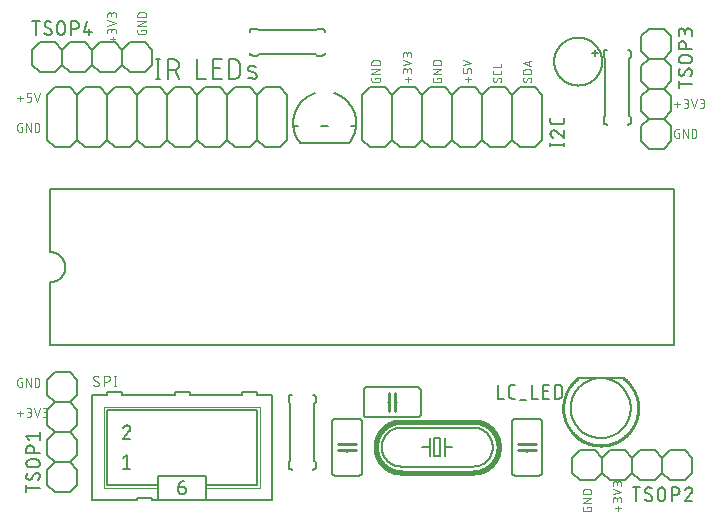
<source format=gbr>
G04 EAGLE Gerber RS-274X export*
G75*
%MOMM*%
%FSLAX34Y34*%
%LPD*%
%INSilkscreen Top*%
%IPPOS*%
%AMOC8*
5,1,8,0,0,1.08239X$1,22.5*%
G01*
%ADD10C,0.050800*%
%ADD11C,0.152400*%
%ADD12C,0.127000*%
%ADD13C,0.101600*%
%ADD14C,0.254000*%
%ADD15C,0.406400*%
%ADD16C,0.203200*%


D10*
X752856Y603335D02*
X752854Y603413D01*
X752848Y603490D01*
X752839Y603567D01*
X752826Y603643D01*
X752809Y603719D01*
X752788Y603794D01*
X752764Y603867D01*
X752736Y603940D01*
X752704Y604011D01*
X752669Y604080D01*
X752631Y604147D01*
X752590Y604213D01*
X752545Y604276D01*
X752497Y604337D01*
X752447Y604396D01*
X752393Y604452D01*
X752337Y604506D01*
X752278Y604556D01*
X752217Y604604D01*
X752154Y604649D01*
X752088Y604690D01*
X752021Y604728D01*
X751952Y604763D01*
X751881Y604795D01*
X751808Y604823D01*
X751735Y604847D01*
X751660Y604868D01*
X751584Y604885D01*
X751508Y604898D01*
X751431Y604907D01*
X751354Y604913D01*
X751276Y604915D01*
X752856Y603335D02*
X752854Y603220D01*
X752848Y603106D01*
X752838Y602992D01*
X752825Y602878D01*
X752807Y602765D01*
X752785Y602652D01*
X752760Y602540D01*
X752731Y602430D01*
X752698Y602320D01*
X752661Y602211D01*
X752621Y602104D01*
X752577Y601998D01*
X752529Y601894D01*
X752478Y601791D01*
X752423Y601691D01*
X752365Y601592D01*
X752303Y601495D01*
X752239Y601401D01*
X752171Y601308D01*
X752099Y601218D01*
X752025Y601131D01*
X751948Y601046D01*
X751868Y600964D01*
X747324Y601162D02*
X747246Y601164D01*
X747169Y601170D01*
X747092Y601179D01*
X747016Y601192D01*
X746940Y601209D01*
X746865Y601230D01*
X746792Y601254D01*
X746719Y601282D01*
X746648Y601314D01*
X746579Y601349D01*
X746512Y601387D01*
X746446Y601428D01*
X746383Y601473D01*
X746322Y601521D01*
X746263Y601571D01*
X746207Y601625D01*
X746153Y601681D01*
X746103Y601740D01*
X746055Y601801D01*
X746010Y601864D01*
X745969Y601930D01*
X745931Y601997D01*
X745896Y602066D01*
X745864Y602137D01*
X745836Y602210D01*
X745812Y602283D01*
X745791Y602358D01*
X745774Y602434D01*
X745761Y602510D01*
X745752Y602587D01*
X745746Y602664D01*
X745744Y602742D01*
X745746Y602848D01*
X745752Y602954D01*
X745761Y603059D01*
X745774Y603164D01*
X745791Y603269D01*
X745812Y603373D01*
X745836Y603476D01*
X745864Y603578D01*
X745896Y603679D01*
X745931Y603779D01*
X745970Y603877D01*
X746013Y603975D01*
X746058Y604070D01*
X746107Y604164D01*
X746160Y604256D01*
X746216Y604346D01*
X746275Y604434D01*
X746337Y604520D01*
X748707Y601952D02*
X748665Y601885D01*
X748620Y601820D01*
X748571Y601757D01*
X748520Y601696D01*
X748465Y601639D01*
X748408Y601584D01*
X748348Y601531D01*
X748286Y601482D01*
X748221Y601436D01*
X748155Y601394D01*
X748086Y601354D01*
X748015Y601318D01*
X747942Y601286D01*
X747868Y601257D01*
X747793Y601232D01*
X747717Y601211D01*
X747639Y601193D01*
X747561Y601180D01*
X747482Y601170D01*
X747403Y601164D01*
X747324Y601162D01*
X749893Y604125D02*
X749935Y604192D01*
X749980Y604257D01*
X750029Y604320D01*
X750080Y604381D01*
X750135Y604438D01*
X750192Y604493D01*
X750252Y604546D01*
X750314Y604595D01*
X750379Y604641D01*
X750445Y604683D01*
X750514Y604723D01*
X750585Y604759D01*
X750658Y604791D01*
X750732Y604820D01*
X750807Y604845D01*
X750883Y604866D01*
X750961Y604884D01*
X751039Y604897D01*
X751118Y604907D01*
X751197Y604913D01*
X751276Y604915D01*
X749893Y604125D02*
X748707Y601952D01*
X745744Y607822D02*
X752856Y607822D01*
X745744Y607822D02*
X745744Y609798D01*
X745746Y609884D01*
X745752Y609970D01*
X745761Y610056D01*
X745774Y610141D01*
X745791Y610226D01*
X745811Y610309D01*
X745835Y610392D01*
X745863Y610474D01*
X745894Y610554D01*
X745929Y610633D01*
X745967Y610710D01*
X746009Y610786D01*
X746053Y610860D01*
X746101Y610931D01*
X746152Y611001D01*
X746206Y611068D01*
X746263Y611133D01*
X746323Y611195D01*
X746385Y611255D01*
X746450Y611312D01*
X746517Y611366D01*
X746587Y611417D01*
X746658Y611465D01*
X746732Y611509D01*
X746808Y611551D01*
X746885Y611589D01*
X746964Y611624D01*
X747044Y611655D01*
X747126Y611683D01*
X747209Y611707D01*
X747292Y611727D01*
X747377Y611744D01*
X747462Y611757D01*
X747548Y611766D01*
X747634Y611772D01*
X747720Y611774D01*
X747720Y611773D02*
X750880Y611773D01*
X750880Y611774D02*
X750966Y611772D01*
X751052Y611766D01*
X751138Y611757D01*
X751223Y611744D01*
X751308Y611727D01*
X751391Y611707D01*
X751474Y611683D01*
X751556Y611655D01*
X751636Y611624D01*
X751715Y611589D01*
X751792Y611551D01*
X751868Y611509D01*
X751942Y611465D01*
X752013Y611417D01*
X752083Y611366D01*
X752150Y611312D01*
X752215Y611255D01*
X752277Y611195D01*
X752337Y611133D01*
X752394Y611068D01*
X752448Y611001D01*
X752499Y610931D01*
X752547Y610860D01*
X752591Y610786D01*
X752633Y610710D01*
X752671Y610633D01*
X752706Y610554D01*
X752737Y610474D01*
X752765Y610392D01*
X752789Y610309D01*
X752809Y610226D01*
X752826Y610141D01*
X752839Y610056D01*
X752848Y609970D01*
X752854Y609884D01*
X752856Y609798D01*
X752856Y607822D01*
X752856Y614513D02*
X745744Y616884D01*
X752856Y619255D01*
X751078Y618662D02*
X751078Y615106D01*
X727456Y603335D02*
X727454Y603413D01*
X727448Y603490D01*
X727439Y603567D01*
X727426Y603643D01*
X727409Y603719D01*
X727388Y603794D01*
X727364Y603867D01*
X727336Y603940D01*
X727304Y604011D01*
X727269Y604080D01*
X727231Y604147D01*
X727190Y604213D01*
X727145Y604276D01*
X727097Y604337D01*
X727047Y604396D01*
X726993Y604452D01*
X726937Y604506D01*
X726878Y604556D01*
X726817Y604604D01*
X726754Y604649D01*
X726688Y604690D01*
X726621Y604728D01*
X726552Y604763D01*
X726481Y604795D01*
X726408Y604823D01*
X726335Y604847D01*
X726260Y604868D01*
X726184Y604885D01*
X726108Y604898D01*
X726031Y604907D01*
X725954Y604913D01*
X725876Y604915D01*
X727456Y603335D02*
X727454Y603220D01*
X727448Y603106D01*
X727438Y602992D01*
X727425Y602878D01*
X727407Y602765D01*
X727385Y602652D01*
X727360Y602540D01*
X727331Y602430D01*
X727298Y602320D01*
X727261Y602211D01*
X727221Y602104D01*
X727177Y601998D01*
X727129Y601894D01*
X727078Y601791D01*
X727023Y601691D01*
X726965Y601592D01*
X726903Y601495D01*
X726839Y601401D01*
X726771Y601308D01*
X726699Y601218D01*
X726625Y601131D01*
X726548Y601046D01*
X726468Y600964D01*
X721924Y601162D02*
X721846Y601164D01*
X721769Y601170D01*
X721692Y601179D01*
X721616Y601192D01*
X721540Y601209D01*
X721465Y601230D01*
X721392Y601254D01*
X721319Y601282D01*
X721248Y601314D01*
X721179Y601349D01*
X721112Y601387D01*
X721046Y601428D01*
X720983Y601473D01*
X720922Y601521D01*
X720863Y601571D01*
X720807Y601625D01*
X720753Y601681D01*
X720703Y601740D01*
X720655Y601801D01*
X720610Y601864D01*
X720569Y601930D01*
X720531Y601997D01*
X720496Y602066D01*
X720464Y602137D01*
X720436Y602210D01*
X720412Y602283D01*
X720391Y602358D01*
X720374Y602434D01*
X720361Y602510D01*
X720352Y602587D01*
X720346Y602664D01*
X720344Y602742D01*
X720346Y602848D01*
X720352Y602954D01*
X720361Y603059D01*
X720374Y603164D01*
X720391Y603269D01*
X720412Y603373D01*
X720436Y603476D01*
X720464Y603578D01*
X720496Y603679D01*
X720531Y603779D01*
X720570Y603877D01*
X720613Y603975D01*
X720658Y604070D01*
X720707Y604164D01*
X720760Y604256D01*
X720816Y604346D01*
X720875Y604434D01*
X720937Y604520D01*
X723307Y601952D02*
X723265Y601885D01*
X723220Y601820D01*
X723171Y601757D01*
X723120Y601696D01*
X723065Y601639D01*
X723008Y601584D01*
X722948Y601531D01*
X722886Y601482D01*
X722821Y601436D01*
X722755Y601394D01*
X722686Y601354D01*
X722615Y601318D01*
X722542Y601286D01*
X722468Y601257D01*
X722393Y601232D01*
X722317Y601211D01*
X722239Y601193D01*
X722161Y601180D01*
X722082Y601170D01*
X722003Y601164D01*
X721924Y601162D01*
X724493Y604125D02*
X724535Y604192D01*
X724580Y604257D01*
X724629Y604320D01*
X724680Y604381D01*
X724735Y604438D01*
X724792Y604493D01*
X724852Y604546D01*
X724914Y604595D01*
X724979Y604641D01*
X725045Y604683D01*
X725114Y604723D01*
X725185Y604759D01*
X725258Y604791D01*
X725332Y604820D01*
X725407Y604845D01*
X725483Y604866D01*
X725561Y604884D01*
X725639Y604897D01*
X725718Y604907D01*
X725797Y604913D01*
X725876Y604915D01*
X724493Y604125D02*
X723307Y601952D01*
X727456Y609156D02*
X727456Y610736D01*
X727456Y609156D02*
X727454Y609078D01*
X727448Y609001D01*
X727439Y608924D01*
X727426Y608848D01*
X727409Y608772D01*
X727388Y608697D01*
X727364Y608624D01*
X727336Y608551D01*
X727304Y608480D01*
X727269Y608411D01*
X727231Y608344D01*
X727190Y608278D01*
X727145Y608215D01*
X727097Y608154D01*
X727047Y608095D01*
X726993Y608039D01*
X726937Y607985D01*
X726878Y607935D01*
X726817Y607887D01*
X726754Y607842D01*
X726688Y607801D01*
X726621Y607763D01*
X726552Y607728D01*
X726481Y607696D01*
X726408Y607668D01*
X726335Y607644D01*
X726260Y607623D01*
X726184Y607606D01*
X726108Y607593D01*
X726031Y607584D01*
X725954Y607578D01*
X725876Y607576D01*
X725876Y607575D02*
X721924Y607575D01*
X721846Y607577D01*
X721769Y607583D01*
X721692Y607592D01*
X721616Y607605D01*
X721540Y607622D01*
X721465Y607643D01*
X721391Y607667D01*
X721319Y607695D01*
X721248Y607727D01*
X721179Y607762D01*
X721111Y607800D01*
X721046Y607841D01*
X720982Y607886D01*
X720921Y607934D01*
X720862Y607985D01*
X720806Y608038D01*
X720753Y608094D01*
X720702Y608153D01*
X720654Y608214D01*
X720609Y608278D01*
X720568Y608343D01*
X720530Y608411D01*
X720495Y608480D01*
X720463Y608551D01*
X720435Y608623D01*
X720411Y608697D01*
X720390Y608772D01*
X720373Y608848D01*
X720360Y608924D01*
X720351Y609001D01*
X720345Y609078D01*
X720343Y609156D01*
X720344Y609156D02*
X720344Y610736D01*
X720344Y613549D02*
X727456Y613549D01*
X727456Y616710D01*
X699290Y605705D02*
X699290Y600964D01*
X696920Y603335D02*
X701661Y603335D01*
X702056Y608674D02*
X702056Y611045D01*
X702054Y611123D01*
X702048Y611200D01*
X702039Y611277D01*
X702026Y611353D01*
X702009Y611429D01*
X701988Y611504D01*
X701964Y611577D01*
X701936Y611650D01*
X701904Y611721D01*
X701869Y611790D01*
X701831Y611857D01*
X701790Y611923D01*
X701745Y611986D01*
X701697Y612047D01*
X701647Y612106D01*
X701593Y612162D01*
X701537Y612216D01*
X701478Y612266D01*
X701417Y612314D01*
X701354Y612359D01*
X701288Y612400D01*
X701221Y612438D01*
X701152Y612473D01*
X701081Y612505D01*
X701008Y612533D01*
X700935Y612557D01*
X700860Y612578D01*
X700784Y612595D01*
X700708Y612608D01*
X700631Y612617D01*
X700554Y612623D01*
X700476Y612625D01*
X699685Y612625D01*
X699607Y612623D01*
X699530Y612617D01*
X699453Y612608D01*
X699377Y612595D01*
X699301Y612578D01*
X699226Y612557D01*
X699153Y612533D01*
X699080Y612505D01*
X699009Y612473D01*
X698940Y612438D01*
X698873Y612400D01*
X698807Y612359D01*
X698744Y612314D01*
X698683Y612266D01*
X698624Y612216D01*
X698568Y612162D01*
X698514Y612106D01*
X698464Y612047D01*
X698416Y611986D01*
X698371Y611923D01*
X698330Y611857D01*
X698292Y611790D01*
X698257Y611721D01*
X698225Y611650D01*
X698197Y611577D01*
X698173Y611504D01*
X698152Y611429D01*
X698135Y611353D01*
X698122Y611277D01*
X698113Y611200D01*
X698107Y611123D01*
X698105Y611045D01*
X698105Y608674D01*
X694944Y608674D01*
X694944Y612625D01*
X694944Y615137D02*
X702056Y617508D01*
X694944Y619878D01*
X672705Y604915D02*
X672705Y603730D01*
X672705Y604915D02*
X676656Y604915D01*
X676656Y602544D01*
X676654Y602466D01*
X676648Y602389D01*
X676639Y602312D01*
X676626Y602236D01*
X676609Y602160D01*
X676588Y602085D01*
X676564Y602012D01*
X676536Y601939D01*
X676504Y601868D01*
X676469Y601799D01*
X676431Y601732D01*
X676390Y601666D01*
X676345Y601603D01*
X676297Y601542D01*
X676247Y601483D01*
X676193Y601427D01*
X676137Y601373D01*
X676078Y601323D01*
X676017Y601275D01*
X675954Y601230D01*
X675888Y601189D01*
X675821Y601151D01*
X675752Y601116D01*
X675681Y601084D01*
X675608Y601056D01*
X675535Y601032D01*
X675460Y601011D01*
X675384Y600994D01*
X675308Y600981D01*
X675231Y600972D01*
X675154Y600966D01*
X675076Y600964D01*
X671124Y600964D01*
X671046Y600966D01*
X670969Y600972D01*
X670892Y600981D01*
X670816Y600994D01*
X670740Y601011D01*
X670665Y601032D01*
X670591Y601056D01*
X670519Y601084D01*
X670448Y601116D01*
X670379Y601151D01*
X670311Y601189D01*
X670246Y601230D01*
X670182Y601275D01*
X670121Y601323D01*
X670062Y601374D01*
X670006Y601427D01*
X669953Y601483D01*
X669902Y601542D01*
X669854Y601603D01*
X669809Y601667D01*
X669768Y601732D01*
X669730Y601800D01*
X669695Y601869D01*
X669663Y601940D01*
X669635Y602012D01*
X669611Y602086D01*
X669590Y602161D01*
X669573Y602237D01*
X669560Y602313D01*
X669551Y602390D01*
X669545Y602467D01*
X669543Y602545D01*
X669544Y602544D02*
X669544Y604915D01*
X669544Y608279D02*
X676656Y608279D01*
X676656Y612230D02*
X669544Y608279D01*
X669544Y612230D02*
X676656Y612230D01*
X676656Y615594D02*
X669544Y615594D01*
X669544Y617570D01*
X669546Y617656D01*
X669552Y617742D01*
X669561Y617828D01*
X669574Y617913D01*
X669591Y617998D01*
X669611Y618081D01*
X669635Y618164D01*
X669663Y618246D01*
X669694Y618326D01*
X669729Y618405D01*
X669767Y618482D01*
X669809Y618558D01*
X669853Y618632D01*
X669901Y618703D01*
X669952Y618773D01*
X670006Y618840D01*
X670063Y618905D01*
X670123Y618967D01*
X670185Y619027D01*
X670250Y619084D01*
X670317Y619138D01*
X670387Y619189D01*
X670458Y619237D01*
X670532Y619281D01*
X670608Y619323D01*
X670685Y619361D01*
X670764Y619396D01*
X670844Y619427D01*
X670926Y619455D01*
X671009Y619479D01*
X671092Y619499D01*
X671177Y619516D01*
X671262Y619529D01*
X671348Y619538D01*
X671434Y619544D01*
X671520Y619546D01*
X671520Y619545D02*
X674680Y619545D01*
X674680Y619546D02*
X674766Y619544D01*
X674852Y619538D01*
X674938Y619529D01*
X675023Y619516D01*
X675108Y619499D01*
X675191Y619479D01*
X675274Y619455D01*
X675356Y619427D01*
X675436Y619396D01*
X675515Y619361D01*
X675592Y619323D01*
X675668Y619281D01*
X675742Y619237D01*
X675813Y619189D01*
X675883Y619138D01*
X675950Y619084D01*
X676015Y619027D01*
X676077Y618967D01*
X676137Y618905D01*
X676194Y618840D01*
X676248Y618773D01*
X676299Y618703D01*
X676347Y618632D01*
X676391Y618558D01*
X676433Y618482D01*
X676471Y618405D01*
X676506Y618326D01*
X676537Y618246D01*
X676565Y618164D01*
X676589Y618081D01*
X676609Y617998D01*
X676626Y617913D01*
X676639Y617828D01*
X676648Y617742D01*
X676654Y617656D01*
X676656Y617570D01*
X676656Y615594D01*
X648490Y605705D02*
X648490Y600964D01*
X646120Y603335D02*
X650861Y603335D01*
X651256Y608674D02*
X651256Y610650D01*
X651254Y610737D01*
X651248Y610825D01*
X651239Y610912D01*
X651225Y610998D01*
X651208Y611084D01*
X651187Y611168D01*
X651162Y611252D01*
X651133Y611335D01*
X651101Y611416D01*
X651066Y611496D01*
X651027Y611574D01*
X650984Y611651D01*
X650938Y611725D01*
X650889Y611797D01*
X650837Y611867D01*
X650781Y611935D01*
X650723Y612000D01*
X650662Y612063D01*
X650598Y612122D01*
X650531Y612179D01*
X650463Y612233D01*
X650391Y612284D01*
X650318Y612331D01*
X650243Y612376D01*
X650165Y612417D01*
X650086Y612454D01*
X650006Y612488D01*
X649924Y612518D01*
X649841Y612545D01*
X649756Y612568D01*
X649671Y612587D01*
X649585Y612602D01*
X649498Y612614D01*
X649411Y612622D01*
X649324Y612626D01*
X649236Y612626D01*
X649149Y612622D01*
X649062Y612614D01*
X648975Y612602D01*
X648889Y612587D01*
X648804Y612568D01*
X648719Y612545D01*
X648636Y612518D01*
X648554Y612488D01*
X648474Y612454D01*
X648395Y612417D01*
X648317Y612376D01*
X648242Y612331D01*
X648169Y612284D01*
X648097Y612233D01*
X648029Y612179D01*
X647962Y612122D01*
X647898Y612063D01*
X647837Y612000D01*
X647779Y611935D01*
X647723Y611867D01*
X647671Y611797D01*
X647622Y611725D01*
X647576Y611651D01*
X647533Y611574D01*
X647494Y611496D01*
X647459Y611416D01*
X647427Y611335D01*
X647398Y611252D01*
X647373Y611168D01*
X647352Y611084D01*
X647335Y610998D01*
X647321Y610912D01*
X647312Y610825D01*
X647306Y610737D01*
X647304Y610650D01*
X644144Y611045D02*
X644144Y608674D01*
X644144Y611045D02*
X644146Y611124D01*
X644152Y611202D01*
X644162Y611280D01*
X644175Y611358D01*
X644193Y611435D01*
X644214Y611511D01*
X644239Y611585D01*
X644268Y611659D01*
X644300Y611731D01*
X644336Y611801D01*
X644376Y611869D01*
X644419Y611935D01*
X644465Y611999D01*
X644514Y612061D01*
X644566Y612120D01*
X644621Y612176D01*
X644679Y612230D01*
X644739Y612280D01*
X644802Y612328D01*
X644867Y612372D01*
X644934Y612413D01*
X645003Y612451D01*
X645074Y612485D01*
X645147Y612516D01*
X645221Y612543D01*
X645296Y612566D01*
X645372Y612585D01*
X645450Y612601D01*
X645528Y612613D01*
X645606Y612621D01*
X645685Y612625D01*
X645763Y612625D01*
X645842Y612621D01*
X645920Y612613D01*
X645998Y612601D01*
X646076Y612585D01*
X646152Y612566D01*
X646227Y612543D01*
X646301Y612516D01*
X646374Y612485D01*
X646445Y612451D01*
X646514Y612413D01*
X646581Y612372D01*
X646646Y612328D01*
X646709Y612280D01*
X646769Y612230D01*
X646827Y612176D01*
X646882Y612120D01*
X646934Y612061D01*
X646983Y611999D01*
X647029Y611935D01*
X647072Y611869D01*
X647112Y611801D01*
X647148Y611731D01*
X647180Y611659D01*
X647209Y611585D01*
X647234Y611511D01*
X647255Y611435D01*
X647273Y611358D01*
X647286Y611280D01*
X647296Y611202D01*
X647302Y611124D01*
X647304Y611045D01*
X647305Y611045D02*
X647305Y609465D01*
X644144Y615137D02*
X651256Y617508D01*
X644144Y619878D01*
X651256Y622390D02*
X651256Y624366D01*
X651254Y624453D01*
X651248Y624541D01*
X651239Y624628D01*
X651225Y624714D01*
X651208Y624800D01*
X651187Y624884D01*
X651162Y624968D01*
X651133Y625051D01*
X651101Y625132D01*
X651066Y625212D01*
X651027Y625290D01*
X650984Y625367D01*
X650938Y625441D01*
X650889Y625513D01*
X650837Y625583D01*
X650781Y625651D01*
X650723Y625716D01*
X650662Y625779D01*
X650598Y625838D01*
X650531Y625895D01*
X650463Y625949D01*
X650391Y626000D01*
X650318Y626047D01*
X650243Y626092D01*
X650165Y626133D01*
X650086Y626170D01*
X650006Y626204D01*
X649924Y626234D01*
X649841Y626261D01*
X649756Y626284D01*
X649671Y626303D01*
X649585Y626318D01*
X649498Y626330D01*
X649411Y626338D01*
X649324Y626342D01*
X649236Y626342D01*
X649149Y626338D01*
X649062Y626330D01*
X648975Y626318D01*
X648889Y626303D01*
X648804Y626284D01*
X648719Y626261D01*
X648636Y626234D01*
X648554Y626204D01*
X648474Y626170D01*
X648395Y626133D01*
X648317Y626092D01*
X648242Y626047D01*
X648169Y626000D01*
X648097Y625949D01*
X648029Y625895D01*
X647962Y625838D01*
X647898Y625779D01*
X647837Y625716D01*
X647779Y625651D01*
X647723Y625583D01*
X647671Y625513D01*
X647622Y625441D01*
X647576Y625367D01*
X647533Y625290D01*
X647494Y625212D01*
X647459Y625132D01*
X647427Y625051D01*
X647398Y624968D01*
X647373Y624884D01*
X647352Y624800D01*
X647335Y624714D01*
X647321Y624628D01*
X647312Y624541D01*
X647306Y624453D01*
X647304Y624366D01*
X644144Y624761D02*
X644144Y622390D01*
X644144Y624761D02*
X644146Y624840D01*
X644152Y624918D01*
X644162Y624996D01*
X644175Y625074D01*
X644193Y625151D01*
X644214Y625227D01*
X644239Y625301D01*
X644268Y625375D01*
X644300Y625447D01*
X644336Y625517D01*
X644376Y625585D01*
X644419Y625651D01*
X644465Y625715D01*
X644514Y625777D01*
X644566Y625836D01*
X644621Y625892D01*
X644679Y625946D01*
X644739Y625996D01*
X644802Y626044D01*
X644867Y626088D01*
X644934Y626129D01*
X645003Y626167D01*
X645074Y626201D01*
X645147Y626232D01*
X645221Y626259D01*
X645296Y626282D01*
X645372Y626301D01*
X645450Y626317D01*
X645528Y626329D01*
X645606Y626337D01*
X645685Y626341D01*
X645763Y626341D01*
X645842Y626337D01*
X645920Y626329D01*
X645998Y626317D01*
X646076Y626301D01*
X646152Y626282D01*
X646227Y626259D01*
X646301Y626232D01*
X646374Y626201D01*
X646445Y626167D01*
X646514Y626129D01*
X646581Y626088D01*
X646646Y626044D01*
X646709Y625996D01*
X646769Y625946D01*
X646827Y625892D01*
X646882Y625836D01*
X646934Y625777D01*
X646983Y625715D01*
X647029Y625651D01*
X647072Y625585D01*
X647112Y625517D01*
X647148Y625447D01*
X647180Y625375D01*
X647209Y625301D01*
X647234Y625227D01*
X647255Y625151D01*
X647273Y625074D01*
X647286Y624996D01*
X647296Y624918D01*
X647302Y624840D01*
X647304Y624761D01*
X647305Y624761D02*
X647305Y623180D01*
X620635Y604915D02*
X620635Y603730D01*
X620635Y604915D02*
X624586Y604915D01*
X624586Y602544D01*
X624584Y602466D01*
X624578Y602389D01*
X624569Y602312D01*
X624556Y602236D01*
X624539Y602160D01*
X624518Y602085D01*
X624494Y602012D01*
X624466Y601939D01*
X624434Y601868D01*
X624399Y601799D01*
X624361Y601732D01*
X624320Y601666D01*
X624275Y601603D01*
X624227Y601542D01*
X624177Y601483D01*
X624123Y601427D01*
X624067Y601373D01*
X624008Y601323D01*
X623947Y601275D01*
X623884Y601230D01*
X623818Y601189D01*
X623751Y601151D01*
X623682Y601116D01*
X623611Y601084D01*
X623538Y601056D01*
X623465Y601032D01*
X623390Y601011D01*
X623314Y600994D01*
X623238Y600981D01*
X623161Y600972D01*
X623084Y600966D01*
X623006Y600964D01*
X619054Y600964D01*
X618976Y600966D01*
X618899Y600972D01*
X618822Y600981D01*
X618746Y600994D01*
X618670Y601011D01*
X618595Y601032D01*
X618521Y601056D01*
X618449Y601084D01*
X618378Y601116D01*
X618309Y601151D01*
X618241Y601189D01*
X618176Y601230D01*
X618112Y601275D01*
X618051Y601323D01*
X617992Y601374D01*
X617936Y601427D01*
X617883Y601483D01*
X617832Y601542D01*
X617784Y601603D01*
X617739Y601667D01*
X617698Y601732D01*
X617660Y601800D01*
X617625Y601869D01*
X617593Y601940D01*
X617565Y602012D01*
X617541Y602086D01*
X617520Y602161D01*
X617503Y602237D01*
X617490Y602313D01*
X617481Y602390D01*
X617475Y602467D01*
X617473Y602545D01*
X617474Y602544D02*
X617474Y604915D01*
X617474Y608279D02*
X624586Y608279D01*
X624586Y612230D02*
X617474Y608279D01*
X617474Y612230D02*
X624586Y612230D01*
X624586Y615594D02*
X617474Y615594D01*
X617474Y617570D01*
X617476Y617656D01*
X617482Y617742D01*
X617491Y617828D01*
X617504Y617913D01*
X617521Y617998D01*
X617541Y618081D01*
X617565Y618164D01*
X617593Y618246D01*
X617624Y618326D01*
X617659Y618405D01*
X617697Y618482D01*
X617739Y618558D01*
X617783Y618632D01*
X617831Y618703D01*
X617882Y618773D01*
X617936Y618840D01*
X617993Y618905D01*
X618053Y618967D01*
X618115Y619027D01*
X618180Y619084D01*
X618247Y619138D01*
X618317Y619189D01*
X618388Y619237D01*
X618462Y619281D01*
X618538Y619323D01*
X618615Y619361D01*
X618694Y619396D01*
X618774Y619427D01*
X618856Y619455D01*
X618939Y619479D01*
X619022Y619499D01*
X619107Y619516D01*
X619192Y619529D01*
X619278Y619538D01*
X619364Y619544D01*
X619450Y619546D01*
X619450Y619545D02*
X622610Y619545D01*
X622610Y619546D02*
X622696Y619544D01*
X622782Y619538D01*
X622868Y619529D01*
X622953Y619516D01*
X623038Y619499D01*
X623121Y619479D01*
X623204Y619455D01*
X623286Y619427D01*
X623366Y619396D01*
X623445Y619361D01*
X623522Y619323D01*
X623598Y619281D01*
X623672Y619237D01*
X623743Y619189D01*
X623813Y619138D01*
X623880Y619084D01*
X623945Y619027D01*
X624007Y618967D01*
X624067Y618905D01*
X624124Y618840D01*
X624178Y618773D01*
X624229Y618703D01*
X624277Y618632D01*
X624321Y618558D01*
X624363Y618482D01*
X624401Y618405D01*
X624436Y618326D01*
X624467Y618246D01*
X624495Y618164D01*
X624519Y618081D01*
X624539Y617998D01*
X624556Y617913D01*
X624569Y617828D01*
X624578Y617742D01*
X624584Y617656D01*
X624586Y617570D01*
X624586Y615594D01*
D11*
X436908Y620268D02*
X436908Y604012D01*
X435102Y604012D02*
X438714Y604012D01*
X438714Y620268D02*
X435102Y620268D01*
X445510Y620268D02*
X445510Y604012D01*
X445510Y620268D02*
X450026Y620268D01*
X450159Y620266D01*
X450291Y620260D01*
X450423Y620250D01*
X450555Y620237D01*
X450687Y620219D01*
X450817Y620198D01*
X450948Y620173D01*
X451077Y620144D01*
X451205Y620111D01*
X451333Y620075D01*
X451459Y620035D01*
X451584Y619991D01*
X451708Y619943D01*
X451830Y619892D01*
X451951Y619837D01*
X452070Y619779D01*
X452188Y619717D01*
X452303Y619652D01*
X452417Y619583D01*
X452528Y619512D01*
X452637Y619436D01*
X452744Y619358D01*
X452849Y619277D01*
X452951Y619192D01*
X453051Y619105D01*
X453148Y619015D01*
X453243Y618922D01*
X453334Y618826D01*
X453423Y618728D01*
X453509Y618627D01*
X453592Y618523D01*
X453672Y618417D01*
X453748Y618309D01*
X453822Y618199D01*
X453892Y618086D01*
X453959Y617972D01*
X454022Y617855D01*
X454082Y617737D01*
X454139Y617617D01*
X454192Y617495D01*
X454241Y617372D01*
X454287Y617248D01*
X454329Y617122D01*
X454367Y616995D01*
X454402Y616867D01*
X454433Y616738D01*
X454460Y616609D01*
X454483Y616478D01*
X454503Y616347D01*
X454518Y616215D01*
X454530Y616083D01*
X454538Y615951D01*
X454542Y615818D01*
X454542Y615686D01*
X454538Y615553D01*
X454530Y615421D01*
X454518Y615289D01*
X454503Y615157D01*
X454483Y615026D01*
X454460Y614895D01*
X454433Y614766D01*
X454402Y614637D01*
X454367Y614509D01*
X454329Y614382D01*
X454287Y614256D01*
X454241Y614132D01*
X454192Y614009D01*
X454139Y613887D01*
X454082Y613767D01*
X454022Y613649D01*
X453959Y613532D01*
X453892Y613418D01*
X453822Y613305D01*
X453748Y613195D01*
X453672Y613087D01*
X453592Y612981D01*
X453509Y612877D01*
X453423Y612776D01*
X453334Y612678D01*
X453243Y612582D01*
X453148Y612489D01*
X453051Y612399D01*
X452951Y612312D01*
X452849Y612227D01*
X452744Y612146D01*
X452637Y612068D01*
X452528Y611992D01*
X452417Y611921D01*
X452303Y611852D01*
X452188Y611787D01*
X452070Y611725D01*
X451951Y611667D01*
X451830Y611612D01*
X451708Y611561D01*
X451584Y611513D01*
X451459Y611469D01*
X451333Y611429D01*
X451205Y611393D01*
X451077Y611360D01*
X450948Y611331D01*
X450817Y611306D01*
X450687Y611285D01*
X450555Y611267D01*
X450423Y611254D01*
X450291Y611244D01*
X450159Y611238D01*
X450026Y611236D01*
X450026Y611237D02*
X445510Y611237D01*
X450929Y611237D02*
X454541Y604012D01*
X469937Y604012D02*
X469937Y620268D01*
X469937Y604012D02*
X477162Y604012D01*
X483484Y604012D02*
X490709Y604012D01*
X483484Y604012D02*
X483484Y620268D01*
X490709Y620268D01*
X488903Y613043D02*
X483484Y613043D01*
X497002Y620268D02*
X497002Y604012D01*
X497002Y620268D02*
X501517Y620268D01*
X501648Y620266D01*
X501780Y620260D01*
X501911Y620251D01*
X502041Y620237D01*
X502172Y620220D01*
X502301Y620199D01*
X502430Y620175D01*
X502558Y620146D01*
X502686Y620114D01*
X502812Y620078D01*
X502937Y620039D01*
X503062Y619996D01*
X503184Y619949D01*
X503306Y619899D01*
X503426Y619845D01*
X503544Y619788D01*
X503660Y619727D01*
X503775Y619663D01*
X503888Y619596D01*
X503999Y619525D01*
X504107Y619451D01*
X504214Y619374D01*
X504318Y619294D01*
X504420Y619211D01*
X504519Y619126D01*
X504616Y619037D01*
X504710Y618945D01*
X504802Y618851D01*
X504891Y618754D01*
X504976Y618655D01*
X505059Y618553D01*
X505139Y618449D01*
X505216Y618342D01*
X505290Y618234D01*
X505361Y618123D01*
X505428Y618010D01*
X505492Y617895D01*
X505553Y617779D01*
X505610Y617661D01*
X505664Y617541D01*
X505714Y617419D01*
X505761Y617297D01*
X505804Y617172D01*
X505843Y617047D01*
X505879Y616921D01*
X505911Y616793D01*
X505940Y616665D01*
X505964Y616536D01*
X505985Y616407D01*
X506002Y616276D01*
X506016Y616146D01*
X506025Y616015D01*
X506031Y615883D01*
X506033Y615752D01*
X506033Y608528D01*
X506031Y608397D01*
X506025Y608265D01*
X506016Y608134D01*
X506002Y608004D01*
X505985Y607873D01*
X505964Y607744D01*
X505940Y607615D01*
X505911Y607487D01*
X505879Y607359D01*
X505843Y607233D01*
X505804Y607108D01*
X505761Y606983D01*
X505714Y606861D01*
X505664Y606739D01*
X505610Y606619D01*
X505553Y606501D01*
X505492Y606385D01*
X505428Y606270D01*
X505361Y606157D01*
X505290Y606046D01*
X505216Y605938D01*
X505139Y605831D01*
X505059Y605727D01*
X504976Y605625D01*
X504891Y605526D01*
X504802Y605429D01*
X504710Y605335D01*
X504616Y605243D01*
X504519Y605154D01*
X504420Y605069D01*
X504318Y604986D01*
X504214Y604906D01*
X504107Y604829D01*
X503999Y604755D01*
X503888Y604684D01*
X503775Y604617D01*
X503660Y604553D01*
X503544Y604492D01*
X503426Y604435D01*
X503306Y604381D01*
X503184Y604331D01*
X503062Y604284D01*
X502937Y604241D01*
X502812Y604202D01*
X502686Y604166D01*
X502558Y604134D01*
X502430Y604105D01*
X502301Y604081D01*
X502171Y604060D01*
X502041Y604043D01*
X501911Y604029D01*
X501780Y604020D01*
X501648Y604014D01*
X501517Y604012D01*
X497002Y604012D01*
X514370Y610334D02*
X518885Y608528D01*
X514369Y610334D02*
X514281Y610371D01*
X514195Y610412D01*
X514110Y610456D01*
X514027Y610504D01*
X513947Y610555D01*
X513868Y610609D01*
X513792Y610667D01*
X513718Y610727D01*
X513646Y610791D01*
X513578Y610857D01*
X513512Y610927D01*
X513449Y610998D01*
X513388Y611073D01*
X513331Y611149D01*
X513278Y611228D01*
X513227Y611309D01*
X513180Y611392D01*
X513136Y611477D01*
X513096Y611564D01*
X513059Y611652D01*
X513026Y611742D01*
X512996Y611833D01*
X512971Y611925D01*
X512949Y612018D01*
X512931Y612112D01*
X512916Y612206D01*
X512906Y612301D01*
X512900Y612397D01*
X512897Y612492D01*
X512898Y612588D01*
X512904Y612683D01*
X512913Y612779D01*
X512926Y612873D01*
X512942Y612967D01*
X512963Y613061D01*
X512988Y613153D01*
X513016Y613244D01*
X513048Y613334D01*
X513083Y613423D01*
X513122Y613510D01*
X513165Y613596D01*
X513211Y613680D01*
X513261Y613761D01*
X513313Y613841D01*
X513369Y613919D01*
X513429Y613994D01*
X513491Y614066D01*
X513556Y614136D01*
X513624Y614204D01*
X513694Y614268D01*
X513767Y614330D01*
X513843Y614388D01*
X513921Y614444D01*
X514001Y614496D01*
X514083Y614545D01*
X514167Y614590D01*
X514253Y614632D01*
X514340Y614671D01*
X514429Y614706D01*
X514520Y614737D01*
X514611Y614764D01*
X514704Y614788D01*
X514797Y614808D01*
X514891Y614824D01*
X514986Y614836D01*
X515081Y614845D01*
X515177Y614849D01*
X515272Y614850D01*
X515519Y614843D01*
X515765Y614831D01*
X516011Y614813D01*
X516257Y614788D01*
X516501Y614758D01*
X516745Y614722D01*
X516988Y614681D01*
X517230Y614633D01*
X517471Y614579D01*
X517710Y614520D01*
X517948Y614455D01*
X518184Y614384D01*
X518419Y614308D01*
X518652Y614226D01*
X518882Y614138D01*
X519110Y614045D01*
X519337Y613947D01*
X518886Y608527D02*
X518974Y608490D01*
X519060Y608449D01*
X519145Y608405D01*
X519228Y608357D01*
X519308Y608306D01*
X519387Y608252D01*
X519463Y608194D01*
X519537Y608134D01*
X519609Y608070D01*
X519677Y608004D01*
X519743Y607934D01*
X519806Y607863D01*
X519867Y607788D01*
X519924Y607712D01*
X519977Y607633D01*
X520028Y607552D01*
X520075Y607469D01*
X520119Y607384D01*
X520159Y607297D01*
X520196Y607209D01*
X520229Y607119D01*
X520259Y607028D01*
X520284Y606936D01*
X520306Y606843D01*
X520324Y606749D01*
X520339Y606655D01*
X520349Y606560D01*
X520355Y606464D01*
X520358Y606369D01*
X520357Y606273D01*
X520351Y606178D01*
X520342Y606082D01*
X520329Y605988D01*
X520313Y605894D01*
X520292Y605800D01*
X520267Y605708D01*
X520239Y605617D01*
X520207Y605527D01*
X520172Y605438D01*
X520133Y605351D01*
X520090Y605265D01*
X520044Y605181D01*
X519994Y605100D01*
X519942Y605020D01*
X519886Y604942D01*
X519826Y604867D01*
X519764Y604795D01*
X519699Y604725D01*
X519631Y604657D01*
X519561Y604593D01*
X519488Y604531D01*
X519412Y604473D01*
X519334Y604417D01*
X519254Y604365D01*
X519172Y604316D01*
X519088Y604271D01*
X519002Y604229D01*
X518915Y604190D01*
X518826Y604155D01*
X518735Y604124D01*
X518644Y604097D01*
X518551Y604073D01*
X518458Y604053D01*
X518364Y604037D01*
X518269Y604025D01*
X518174Y604016D01*
X518078Y604012D01*
X517983Y604011D01*
X517982Y604012D02*
X517620Y604021D01*
X517258Y604039D01*
X516897Y604066D01*
X516537Y604101D01*
X516177Y604144D01*
X515818Y604196D01*
X515461Y604257D01*
X515106Y604326D01*
X514752Y604403D01*
X514400Y604489D01*
X514050Y604583D01*
X513702Y604686D01*
X513357Y604796D01*
X513015Y604915D01*
D10*
X322495Y587220D02*
X317754Y587220D01*
X320125Y589590D02*
X320125Y584849D01*
X325464Y584454D02*
X327835Y584454D01*
X327913Y584456D01*
X327990Y584462D01*
X328067Y584471D01*
X328143Y584484D01*
X328219Y584501D01*
X328294Y584522D01*
X328367Y584546D01*
X328440Y584574D01*
X328511Y584606D01*
X328580Y584641D01*
X328647Y584679D01*
X328713Y584720D01*
X328776Y584765D01*
X328837Y584813D01*
X328896Y584863D01*
X328952Y584917D01*
X329006Y584973D01*
X329056Y585032D01*
X329104Y585093D01*
X329149Y585156D01*
X329190Y585222D01*
X329228Y585289D01*
X329263Y585358D01*
X329295Y585429D01*
X329323Y585502D01*
X329347Y585575D01*
X329368Y585650D01*
X329385Y585726D01*
X329398Y585802D01*
X329407Y585879D01*
X329413Y585956D01*
X329415Y586034D01*
X329415Y586825D01*
X329413Y586903D01*
X329407Y586980D01*
X329398Y587057D01*
X329385Y587133D01*
X329368Y587209D01*
X329347Y587284D01*
X329323Y587357D01*
X329295Y587430D01*
X329263Y587501D01*
X329228Y587570D01*
X329190Y587637D01*
X329149Y587703D01*
X329104Y587766D01*
X329056Y587827D01*
X329006Y587886D01*
X328952Y587942D01*
X328896Y587996D01*
X328837Y588046D01*
X328776Y588094D01*
X328713Y588139D01*
X328647Y588180D01*
X328580Y588218D01*
X328511Y588253D01*
X328440Y588285D01*
X328367Y588313D01*
X328294Y588337D01*
X328219Y588358D01*
X328143Y588375D01*
X328067Y588388D01*
X327990Y588397D01*
X327913Y588403D01*
X327835Y588405D01*
X325464Y588405D01*
X325464Y591566D01*
X329415Y591566D01*
X331927Y591566D02*
X334298Y584454D01*
X336668Y591566D01*
X321705Y563005D02*
X320520Y563005D01*
X321705Y563005D02*
X321705Y559054D01*
X319334Y559054D01*
X319256Y559056D01*
X319179Y559062D01*
X319102Y559071D01*
X319026Y559084D01*
X318950Y559101D01*
X318875Y559122D01*
X318802Y559146D01*
X318729Y559174D01*
X318658Y559206D01*
X318589Y559241D01*
X318522Y559279D01*
X318456Y559320D01*
X318393Y559365D01*
X318332Y559413D01*
X318273Y559463D01*
X318217Y559517D01*
X318163Y559573D01*
X318113Y559632D01*
X318065Y559693D01*
X318020Y559756D01*
X317979Y559822D01*
X317941Y559889D01*
X317906Y559958D01*
X317874Y560029D01*
X317846Y560102D01*
X317822Y560175D01*
X317801Y560250D01*
X317784Y560326D01*
X317771Y560402D01*
X317762Y560479D01*
X317756Y560556D01*
X317754Y560634D01*
X317754Y564586D01*
X317756Y564664D01*
X317762Y564741D01*
X317771Y564818D01*
X317784Y564894D01*
X317801Y564970D01*
X317822Y565045D01*
X317846Y565118D01*
X317874Y565191D01*
X317906Y565262D01*
X317941Y565331D01*
X317979Y565398D01*
X318020Y565464D01*
X318065Y565527D01*
X318113Y565588D01*
X318163Y565647D01*
X318217Y565703D01*
X318273Y565757D01*
X318332Y565807D01*
X318393Y565855D01*
X318456Y565900D01*
X318522Y565941D01*
X318589Y565979D01*
X318658Y566014D01*
X318729Y566046D01*
X318802Y566074D01*
X318875Y566098D01*
X318950Y566119D01*
X319026Y566136D01*
X319102Y566149D01*
X319179Y566158D01*
X319256Y566164D01*
X319334Y566166D01*
X321705Y566166D01*
X325069Y566166D02*
X325069Y559054D01*
X329020Y559054D02*
X325069Y566166D01*
X329020Y566166D02*
X329020Y559054D01*
X332384Y559054D02*
X332384Y566166D01*
X334360Y566166D01*
X334446Y566164D01*
X334532Y566158D01*
X334618Y566149D01*
X334703Y566136D01*
X334788Y566119D01*
X334871Y566099D01*
X334954Y566075D01*
X335036Y566047D01*
X335116Y566016D01*
X335195Y565981D01*
X335272Y565943D01*
X335348Y565901D01*
X335422Y565857D01*
X335493Y565809D01*
X335563Y565758D01*
X335630Y565704D01*
X335695Y565647D01*
X335757Y565587D01*
X335817Y565525D01*
X335874Y565460D01*
X335928Y565393D01*
X335979Y565323D01*
X336027Y565252D01*
X336071Y565178D01*
X336113Y565102D01*
X336151Y565025D01*
X336186Y564946D01*
X336217Y564866D01*
X336245Y564784D01*
X336269Y564701D01*
X336289Y564618D01*
X336306Y564533D01*
X336319Y564448D01*
X336328Y564362D01*
X336334Y564276D01*
X336336Y564190D01*
X336335Y564190D02*
X336335Y561030D01*
X336336Y561030D02*
X336334Y560944D01*
X336328Y560858D01*
X336319Y560772D01*
X336306Y560687D01*
X336289Y560602D01*
X336269Y560519D01*
X336245Y560436D01*
X336217Y560354D01*
X336186Y560274D01*
X336151Y560195D01*
X336113Y560118D01*
X336071Y560042D01*
X336027Y559968D01*
X335979Y559897D01*
X335928Y559827D01*
X335874Y559760D01*
X335817Y559695D01*
X335757Y559633D01*
X335695Y559573D01*
X335630Y559516D01*
X335563Y559462D01*
X335493Y559411D01*
X335422Y559363D01*
X335348Y559319D01*
X335272Y559277D01*
X335195Y559239D01*
X335116Y559204D01*
X335036Y559173D01*
X334954Y559145D01*
X334871Y559121D01*
X334788Y559101D01*
X334703Y559084D01*
X334618Y559071D01*
X334532Y559062D01*
X334446Y559056D01*
X334360Y559054D01*
X332384Y559054D01*
X422515Y644330D02*
X422515Y645516D01*
X426466Y645516D01*
X426466Y643145D01*
X426464Y643067D01*
X426458Y642990D01*
X426449Y642913D01*
X426436Y642837D01*
X426419Y642761D01*
X426398Y642686D01*
X426374Y642613D01*
X426346Y642540D01*
X426314Y642469D01*
X426279Y642400D01*
X426241Y642333D01*
X426200Y642267D01*
X426155Y642204D01*
X426107Y642143D01*
X426057Y642084D01*
X426003Y642028D01*
X425947Y641974D01*
X425888Y641924D01*
X425827Y641876D01*
X425764Y641831D01*
X425698Y641790D01*
X425631Y641752D01*
X425562Y641717D01*
X425491Y641685D01*
X425418Y641657D01*
X425345Y641633D01*
X425270Y641612D01*
X425194Y641595D01*
X425118Y641582D01*
X425041Y641573D01*
X424964Y641567D01*
X424886Y641565D01*
X420934Y641565D01*
X420934Y641564D02*
X420856Y641566D01*
X420779Y641572D01*
X420702Y641581D01*
X420626Y641594D01*
X420550Y641611D01*
X420475Y641632D01*
X420401Y641656D01*
X420329Y641684D01*
X420258Y641716D01*
X420189Y641751D01*
X420121Y641789D01*
X420056Y641830D01*
X419992Y641875D01*
X419931Y641923D01*
X419872Y641974D01*
X419816Y642027D01*
X419763Y642083D01*
X419712Y642142D01*
X419664Y642203D01*
X419619Y642267D01*
X419578Y642332D01*
X419540Y642400D01*
X419505Y642469D01*
X419473Y642540D01*
X419445Y642612D01*
X419421Y642686D01*
X419400Y642761D01*
X419383Y642837D01*
X419370Y642913D01*
X419361Y642990D01*
X419355Y643067D01*
X419353Y643145D01*
X419354Y643145D02*
X419354Y645516D01*
X419354Y648880D02*
X426466Y648880D01*
X426466Y652831D02*
X419354Y648880D01*
X419354Y652831D02*
X426466Y652831D01*
X426466Y656195D02*
X419354Y656195D01*
X419354Y658170D01*
X419356Y658256D01*
X419362Y658342D01*
X419371Y658428D01*
X419384Y658513D01*
X419401Y658598D01*
X419421Y658681D01*
X419445Y658764D01*
X419473Y658846D01*
X419504Y658926D01*
X419539Y659005D01*
X419577Y659082D01*
X419619Y659158D01*
X419663Y659232D01*
X419711Y659303D01*
X419762Y659373D01*
X419816Y659440D01*
X419873Y659505D01*
X419933Y659567D01*
X419995Y659627D01*
X420060Y659684D01*
X420127Y659738D01*
X420197Y659789D01*
X420268Y659837D01*
X420342Y659881D01*
X420418Y659923D01*
X420495Y659961D01*
X420574Y659996D01*
X420654Y660027D01*
X420736Y660055D01*
X420819Y660079D01*
X420902Y660099D01*
X420987Y660116D01*
X421072Y660129D01*
X421158Y660138D01*
X421244Y660144D01*
X421330Y660146D01*
X424490Y660146D01*
X424576Y660144D01*
X424662Y660138D01*
X424748Y660129D01*
X424833Y660116D01*
X424918Y660099D01*
X425001Y660079D01*
X425084Y660055D01*
X425166Y660027D01*
X425246Y659996D01*
X425325Y659961D01*
X425402Y659923D01*
X425478Y659881D01*
X425552Y659837D01*
X425623Y659789D01*
X425693Y659738D01*
X425760Y659684D01*
X425825Y659627D01*
X425887Y659567D01*
X425947Y659505D01*
X426004Y659440D01*
X426058Y659373D01*
X426109Y659303D01*
X426157Y659232D01*
X426201Y659158D01*
X426243Y659082D01*
X426281Y659005D01*
X426316Y658926D01*
X426347Y658846D01*
X426375Y658764D01*
X426399Y658681D01*
X426419Y658598D01*
X426436Y658513D01*
X426449Y658428D01*
X426458Y658342D01*
X426464Y658256D01*
X426466Y658170D01*
X426466Y656195D01*
X876780Y557925D02*
X877965Y557925D01*
X877965Y553974D01*
X875594Y553974D01*
X875516Y553976D01*
X875439Y553982D01*
X875362Y553991D01*
X875286Y554004D01*
X875210Y554021D01*
X875135Y554042D01*
X875062Y554066D01*
X874989Y554094D01*
X874918Y554126D01*
X874849Y554161D01*
X874782Y554199D01*
X874716Y554240D01*
X874653Y554285D01*
X874592Y554333D01*
X874533Y554383D01*
X874477Y554437D01*
X874423Y554493D01*
X874373Y554552D01*
X874325Y554613D01*
X874280Y554676D01*
X874239Y554742D01*
X874201Y554809D01*
X874166Y554878D01*
X874134Y554949D01*
X874106Y555022D01*
X874082Y555095D01*
X874061Y555170D01*
X874044Y555246D01*
X874031Y555322D01*
X874022Y555399D01*
X874016Y555476D01*
X874014Y555554D01*
X874014Y559506D01*
X874016Y559584D01*
X874022Y559661D01*
X874031Y559738D01*
X874044Y559814D01*
X874061Y559890D01*
X874082Y559965D01*
X874106Y560038D01*
X874134Y560111D01*
X874166Y560182D01*
X874201Y560251D01*
X874239Y560318D01*
X874280Y560384D01*
X874325Y560447D01*
X874373Y560508D01*
X874423Y560567D01*
X874477Y560623D01*
X874533Y560677D01*
X874592Y560727D01*
X874653Y560775D01*
X874716Y560820D01*
X874782Y560861D01*
X874849Y560899D01*
X874918Y560934D01*
X874989Y560966D01*
X875062Y560994D01*
X875135Y561018D01*
X875210Y561039D01*
X875286Y561056D01*
X875362Y561069D01*
X875439Y561078D01*
X875516Y561084D01*
X875594Y561086D01*
X877965Y561086D01*
X881329Y561086D02*
X881329Y553974D01*
X885280Y553974D02*
X881329Y561086D01*
X885280Y561086D02*
X885280Y553974D01*
X888644Y553974D02*
X888644Y561086D01*
X890620Y561086D01*
X890706Y561084D01*
X890792Y561078D01*
X890878Y561069D01*
X890963Y561056D01*
X891048Y561039D01*
X891131Y561019D01*
X891214Y560995D01*
X891296Y560967D01*
X891376Y560936D01*
X891455Y560901D01*
X891532Y560863D01*
X891608Y560821D01*
X891682Y560777D01*
X891753Y560729D01*
X891823Y560678D01*
X891890Y560624D01*
X891955Y560567D01*
X892017Y560507D01*
X892077Y560445D01*
X892134Y560380D01*
X892188Y560313D01*
X892239Y560243D01*
X892287Y560172D01*
X892331Y560098D01*
X892373Y560022D01*
X892411Y559945D01*
X892446Y559866D01*
X892477Y559786D01*
X892505Y559704D01*
X892529Y559621D01*
X892549Y559538D01*
X892566Y559453D01*
X892579Y559368D01*
X892588Y559282D01*
X892594Y559196D01*
X892596Y559110D01*
X892595Y559110D02*
X892595Y555950D01*
X892596Y555950D02*
X892594Y555864D01*
X892588Y555778D01*
X892579Y555692D01*
X892566Y555607D01*
X892549Y555522D01*
X892529Y555439D01*
X892505Y555356D01*
X892477Y555274D01*
X892446Y555194D01*
X892411Y555115D01*
X892373Y555038D01*
X892331Y554962D01*
X892287Y554888D01*
X892239Y554817D01*
X892188Y554747D01*
X892134Y554680D01*
X892077Y554615D01*
X892017Y554553D01*
X891955Y554493D01*
X891890Y554436D01*
X891823Y554382D01*
X891753Y554331D01*
X891682Y554283D01*
X891608Y554239D01*
X891532Y554197D01*
X891455Y554159D01*
X891376Y554124D01*
X891296Y554093D01*
X891214Y554065D01*
X891131Y554041D01*
X891048Y554021D01*
X890963Y554004D01*
X890878Y553991D01*
X890792Y553982D01*
X890706Y553976D01*
X890620Y553974D01*
X888644Y553974D01*
X799705Y241695D02*
X799705Y240510D01*
X799705Y241695D02*
X803656Y241695D01*
X803656Y239324D01*
X803654Y239246D01*
X803648Y239169D01*
X803639Y239092D01*
X803626Y239016D01*
X803609Y238940D01*
X803588Y238865D01*
X803564Y238792D01*
X803536Y238719D01*
X803504Y238648D01*
X803469Y238579D01*
X803431Y238512D01*
X803390Y238446D01*
X803345Y238383D01*
X803297Y238322D01*
X803247Y238263D01*
X803193Y238207D01*
X803137Y238153D01*
X803078Y238103D01*
X803017Y238055D01*
X802954Y238010D01*
X802888Y237969D01*
X802821Y237931D01*
X802752Y237896D01*
X802681Y237864D01*
X802608Y237836D01*
X802535Y237812D01*
X802460Y237791D01*
X802384Y237774D01*
X802308Y237761D01*
X802231Y237752D01*
X802154Y237746D01*
X802076Y237744D01*
X798124Y237744D01*
X798046Y237746D01*
X797969Y237752D01*
X797892Y237761D01*
X797816Y237774D01*
X797740Y237791D01*
X797665Y237812D01*
X797591Y237836D01*
X797519Y237864D01*
X797448Y237896D01*
X797379Y237931D01*
X797311Y237969D01*
X797246Y238010D01*
X797182Y238055D01*
X797121Y238103D01*
X797062Y238154D01*
X797006Y238207D01*
X796953Y238263D01*
X796902Y238322D01*
X796854Y238383D01*
X796809Y238447D01*
X796768Y238512D01*
X796730Y238580D01*
X796695Y238649D01*
X796663Y238720D01*
X796635Y238792D01*
X796611Y238866D01*
X796590Y238941D01*
X796573Y239017D01*
X796560Y239093D01*
X796551Y239170D01*
X796545Y239247D01*
X796543Y239325D01*
X796544Y239324D02*
X796544Y241695D01*
X796544Y245059D02*
X803656Y245059D01*
X803656Y249010D02*
X796544Y245059D01*
X796544Y249010D02*
X803656Y249010D01*
X803656Y252374D02*
X796544Y252374D01*
X796544Y254350D01*
X796546Y254436D01*
X796552Y254522D01*
X796561Y254608D01*
X796574Y254693D01*
X796591Y254778D01*
X796611Y254861D01*
X796635Y254944D01*
X796663Y255026D01*
X796694Y255106D01*
X796729Y255185D01*
X796767Y255262D01*
X796809Y255338D01*
X796853Y255412D01*
X796901Y255483D01*
X796952Y255553D01*
X797006Y255620D01*
X797063Y255685D01*
X797123Y255747D01*
X797185Y255807D01*
X797250Y255864D01*
X797317Y255918D01*
X797387Y255969D01*
X797458Y256017D01*
X797532Y256061D01*
X797608Y256103D01*
X797685Y256141D01*
X797764Y256176D01*
X797844Y256207D01*
X797926Y256235D01*
X798009Y256259D01*
X798092Y256279D01*
X798177Y256296D01*
X798262Y256309D01*
X798348Y256318D01*
X798434Y256324D01*
X798520Y256326D01*
X798520Y256325D02*
X801680Y256325D01*
X801680Y256326D02*
X801766Y256324D01*
X801852Y256318D01*
X801938Y256309D01*
X802023Y256296D01*
X802108Y256279D01*
X802191Y256259D01*
X802274Y256235D01*
X802356Y256207D01*
X802436Y256176D01*
X802515Y256141D01*
X802592Y256103D01*
X802668Y256061D01*
X802742Y256017D01*
X802813Y255969D01*
X802883Y255918D01*
X802950Y255864D01*
X803015Y255807D01*
X803077Y255747D01*
X803137Y255685D01*
X803194Y255620D01*
X803248Y255553D01*
X803299Y255483D01*
X803347Y255412D01*
X803391Y255338D01*
X803433Y255262D01*
X803471Y255185D01*
X803506Y255106D01*
X803537Y255026D01*
X803565Y254944D01*
X803589Y254861D01*
X803609Y254778D01*
X803626Y254693D01*
X803639Y254608D01*
X803648Y254522D01*
X803654Y254436D01*
X803656Y254350D01*
X803656Y252374D01*
X321705Y347105D02*
X320520Y347105D01*
X321705Y347105D02*
X321705Y343154D01*
X319334Y343154D01*
X319256Y343156D01*
X319179Y343162D01*
X319102Y343171D01*
X319026Y343184D01*
X318950Y343201D01*
X318875Y343222D01*
X318802Y343246D01*
X318729Y343274D01*
X318658Y343306D01*
X318589Y343341D01*
X318522Y343379D01*
X318456Y343420D01*
X318393Y343465D01*
X318332Y343513D01*
X318273Y343563D01*
X318217Y343617D01*
X318163Y343673D01*
X318113Y343732D01*
X318065Y343793D01*
X318020Y343856D01*
X317979Y343922D01*
X317941Y343989D01*
X317906Y344058D01*
X317874Y344129D01*
X317846Y344202D01*
X317822Y344275D01*
X317801Y344350D01*
X317784Y344426D01*
X317771Y344502D01*
X317762Y344579D01*
X317756Y344656D01*
X317754Y344734D01*
X317754Y348686D01*
X317756Y348764D01*
X317762Y348841D01*
X317771Y348918D01*
X317784Y348994D01*
X317801Y349070D01*
X317822Y349145D01*
X317846Y349218D01*
X317874Y349291D01*
X317906Y349362D01*
X317941Y349431D01*
X317979Y349498D01*
X318020Y349564D01*
X318065Y349627D01*
X318113Y349688D01*
X318163Y349747D01*
X318217Y349803D01*
X318273Y349857D01*
X318332Y349907D01*
X318393Y349955D01*
X318456Y350000D01*
X318522Y350041D01*
X318589Y350079D01*
X318658Y350114D01*
X318729Y350146D01*
X318802Y350174D01*
X318875Y350198D01*
X318950Y350219D01*
X319026Y350236D01*
X319102Y350249D01*
X319179Y350258D01*
X319256Y350264D01*
X319334Y350266D01*
X321705Y350266D01*
X325069Y350266D02*
X325069Y343154D01*
X329020Y343154D02*
X325069Y350266D01*
X329020Y350266D02*
X329020Y343154D01*
X332384Y343154D02*
X332384Y350266D01*
X334360Y350266D01*
X334446Y350264D01*
X334532Y350258D01*
X334618Y350249D01*
X334703Y350236D01*
X334788Y350219D01*
X334871Y350199D01*
X334954Y350175D01*
X335036Y350147D01*
X335116Y350116D01*
X335195Y350081D01*
X335272Y350043D01*
X335348Y350001D01*
X335422Y349957D01*
X335493Y349909D01*
X335563Y349858D01*
X335630Y349804D01*
X335695Y349747D01*
X335757Y349687D01*
X335817Y349625D01*
X335874Y349560D01*
X335928Y349493D01*
X335979Y349423D01*
X336027Y349352D01*
X336071Y349278D01*
X336113Y349202D01*
X336151Y349125D01*
X336186Y349046D01*
X336217Y348966D01*
X336245Y348884D01*
X336269Y348801D01*
X336289Y348718D01*
X336306Y348633D01*
X336319Y348548D01*
X336328Y348462D01*
X336334Y348376D01*
X336336Y348290D01*
X336335Y348290D02*
X336335Y345130D01*
X336336Y345130D02*
X336334Y345044D01*
X336328Y344958D01*
X336319Y344872D01*
X336306Y344787D01*
X336289Y344702D01*
X336269Y344619D01*
X336245Y344536D01*
X336217Y344454D01*
X336186Y344374D01*
X336151Y344295D01*
X336113Y344218D01*
X336071Y344142D01*
X336027Y344068D01*
X335979Y343997D01*
X335928Y343927D01*
X335874Y343860D01*
X335817Y343795D01*
X335757Y343733D01*
X335695Y343673D01*
X335630Y343616D01*
X335563Y343562D01*
X335493Y343511D01*
X335422Y343463D01*
X335348Y343419D01*
X335272Y343377D01*
X335195Y343339D01*
X335116Y343304D01*
X335036Y343273D01*
X334954Y343245D01*
X334871Y343221D01*
X334788Y343201D01*
X334703Y343184D01*
X334618Y343171D01*
X334532Y343162D01*
X334446Y343156D01*
X334360Y343154D01*
X332384Y343154D01*
X826290Y242485D02*
X826290Y237744D01*
X823920Y240115D02*
X828661Y240115D01*
X829056Y245454D02*
X829056Y247430D01*
X829054Y247517D01*
X829048Y247605D01*
X829039Y247692D01*
X829025Y247778D01*
X829008Y247864D01*
X828987Y247948D01*
X828962Y248032D01*
X828933Y248115D01*
X828901Y248196D01*
X828866Y248276D01*
X828827Y248354D01*
X828784Y248431D01*
X828738Y248505D01*
X828689Y248577D01*
X828637Y248647D01*
X828581Y248715D01*
X828523Y248780D01*
X828462Y248843D01*
X828398Y248902D01*
X828331Y248959D01*
X828263Y249013D01*
X828191Y249064D01*
X828118Y249111D01*
X828043Y249156D01*
X827965Y249197D01*
X827886Y249234D01*
X827806Y249268D01*
X827724Y249298D01*
X827641Y249325D01*
X827556Y249348D01*
X827471Y249367D01*
X827385Y249382D01*
X827298Y249394D01*
X827211Y249402D01*
X827124Y249406D01*
X827036Y249406D01*
X826949Y249402D01*
X826862Y249394D01*
X826775Y249382D01*
X826689Y249367D01*
X826604Y249348D01*
X826519Y249325D01*
X826436Y249298D01*
X826354Y249268D01*
X826274Y249234D01*
X826195Y249197D01*
X826117Y249156D01*
X826042Y249111D01*
X825969Y249064D01*
X825897Y249013D01*
X825829Y248959D01*
X825762Y248902D01*
X825698Y248843D01*
X825637Y248780D01*
X825579Y248715D01*
X825523Y248647D01*
X825471Y248577D01*
X825422Y248505D01*
X825376Y248431D01*
X825333Y248354D01*
X825294Y248276D01*
X825259Y248196D01*
X825227Y248115D01*
X825198Y248032D01*
X825173Y247948D01*
X825152Y247864D01*
X825135Y247778D01*
X825121Y247692D01*
X825112Y247605D01*
X825106Y247517D01*
X825104Y247430D01*
X821944Y247825D02*
X821944Y245454D01*
X821944Y247825D02*
X821946Y247904D01*
X821952Y247982D01*
X821962Y248060D01*
X821975Y248138D01*
X821993Y248215D01*
X822014Y248291D01*
X822039Y248365D01*
X822068Y248439D01*
X822100Y248511D01*
X822136Y248581D01*
X822176Y248649D01*
X822219Y248715D01*
X822265Y248779D01*
X822314Y248841D01*
X822366Y248900D01*
X822421Y248956D01*
X822479Y249010D01*
X822539Y249060D01*
X822602Y249108D01*
X822667Y249152D01*
X822734Y249193D01*
X822803Y249231D01*
X822874Y249265D01*
X822947Y249296D01*
X823021Y249323D01*
X823096Y249346D01*
X823172Y249365D01*
X823250Y249381D01*
X823328Y249393D01*
X823406Y249401D01*
X823485Y249405D01*
X823563Y249405D01*
X823642Y249401D01*
X823720Y249393D01*
X823798Y249381D01*
X823876Y249365D01*
X823952Y249346D01*
X824027Y249323D01*
X824101Y249296D01*
X824174Y249265D01*
X824245Y249231D01*
X824314Y249193D01*
X824381Y249152D01*
X824446Y249108D01*
X824509Y249060D01*
X824569Y249010D01*
X824627Y248956D01*
X824682Y248900D01*
X824734Y248841D01*
X824783Y248779D01*
X824829Y248715D01*
X824872Y248649D01*
X824912Y248581D01*
X824948Y248511D01*
X824980Y248439D01*
X825009Y248365D01*
X825034Y248291D01*
X825055Y248215D01*
X825073Y248138D01*
X825086Y248060D01*
X825096Y247982D01*
X825102Y247904D01*
X825104Y247825D01*
X825105Y247825D02*
X825105Y246245D01*
X821944Y251917D02*
X829056Y254288D01*
X821944Y256658D01*
X829056Y259170D02*
X829056Y261146D01*
X829054Y261233D01*
X829048Y261321D01*
X829039Y261408D01*
X829025Y261494D01*
X829008Y261580D01*
X828987Y261664D01*
X828962Y261748D01*
X828933Y261831D01*
X828901Y261912D01*
X828866Y261992D01*
X828827Y262070D01*
X828784Y262147D01*
X828738Y262221D01*
X828689Y262293D01*
X828637Y262363D01*
X828581Y262431D01*
X828523Y262496D01*
X828462Y262559D01*
X828398Y262618D01*
X828331Y262675D01*
X828263Y262729D01*
X828191Y262780D01*
X828118Y262827D01*
X828043Y262872D01*
X827965Y262913D01*
X827886Y262950D01*
X827806Y262984D01*
X827724Y263014D01*
X827641Y263041D01*
X827556Y263064D01*
X827471Y263083D01*
X827385Y263098D01*
X827298Y263110D01*
X827211Y263118D01*
X827124Y263122D01*
X827036Y263122D01*
X826949Y263118D01*
X826862Y263110D01*
X826775Y263098D01*
X826689Y263083D01*
X826604Y263064D01*
X826519Y263041D01*
X826436Y263014D01*
X826354Y262984D01*
X826274Y262950D01*
X826195Y262913D01*
X826117Y262872D01*
X826042Y262827D01*
X825969Y262780D01*
X825897Y262729D01*
X825829Y262675D01*
X825762Y262618D01*
X825698Y262559D01*
X825637Y262496D01*
X825579Y262431D01*
X825523Y262363D01*
X825471Y262293D01*
X825422Y262221D01*
X825376Y262147D01*
X825333Y262070D01*
X825294Y261992D01*
X825259Y261912D01*
X825227Y261831D01*
X825198Y261748D01*
X825173Y261664D01*
X825152Y261580D01*
X825135Y261494D01*
X825121Y261408D01*
X825112Y261321D01*
X825106Y261233D01*
X825104Y261146D01*
X821944Y261541D02*
X821944Y259170D01*
X821944Y261541D02*
X821946Y261620D01*
X821952Y261698D01*
X821962Y261776D01*
X821975Y261854D01*
X821993Y261931D01*
X822014Y262007D01*
X822039Y262081D01*
X822068Y262155D01*
X822100Y262227D01*
X822136Y262297D01*
X822176Y262365D01*
X822219Y262431D01*
X822265Y262495D01*
X822314Y262557D01*
X822366Y262616D01*
X822421Y262672D01*
X822479Y262726D01*
X822539Y262776D01*
X822602Y262824D01*
X822667Y262868D01*
X822734Y262909D01*
X822803Y262947D01*
X822874Y262981D01*
X822947Y263012D01*
X823021Y263039D01*
X823096Y263062D01*
X823172Y263081D01*
X823250Y263097D01*
X823328Y263109D01*
X823406Y263117D01*
X823485Y263121D01*
X823563Y263121D01*
X823642Y263117D01*
X823720Y263109D01*
X823798Y263097D01*
X823876Y263081D01*
X823952Y263062D01*
X824027Y263039D01*
X824101Y263012D01*
X824174Y262981D01*
X824245Y262947D01*
X824314Y262909D01*
X824381Y262868D01*
X824446Y262824D01*
X824509Y262776D01*
X824569Y262726D01*
X824627Y262672D01*
X824682Y262616D01*
X824734Y262557D01*
X824783Y262495D01*
X824829Y262431D01*
X824872Y262365D01*
X824912Y262297D01*
X824948Y262227D01*
X824980Y262155D01*
X825009Y262081D01*
X825034Y262007D01*
X825055Y261931D01*
X825073Y261854D01*
X825086Y261776D01*
X825096Y261698D01*
X825102Y261620D01*
X825104Y261541D01*
X825105Y261541D02*
X825105Y259960D01*
X322495Y320520D02*
X317754Y320520D01*
X320125Y322890D02*
X320125Y318149D01*
X325464Y317754D02*
X327440Y317754D01*
X327527Y317756D01*
X327615Y317762D01*
X327702Y317771D01*
X327788Y317785D01*
X327874Y317802D01*
X327958Y317823D01*
X328042Y317848D01*
X328125Y317877D01*
X328206Y317909D01*
X328286Y317944D01*
X328364Y317983D01*
X328441Y318026D01*
X328515Y318072D01*
X328587Y318121D01*
X328657Y318173D01*
X328725Y318229D01*
X328790Y318287D01*
X328853Y318348D01*
X328912Y318412D01*
X328969Y318479D01*
X329023Y318547D01*
X329074Y318619D01*
X329121Y318692D01*
X329166Y318767D01*
X329207Y318845D01*
X329244Y318924D01*
X329278Y319004D01*
X329308Y319086D01*
X329335Y319169D01*
X329358Y319254D01*
X329377Y319339D01*
X329392Y319425D01*
X329404Y319512D01*
X329412Y319599D01*
X329416Y319686D01*
X329416Y319774D01*
X329412Y319861D01*
X329404Y319948D01*
X329392Y320035D01*
X329377Y320121D01*
X329358Y320206D01*
X329335Y320291D01*
X329308Y320374D01*
X329278Y320456D01*
X329244Y320536D01*
X329207Y320615D01*
X329166Y320693D01*
X329121Y320768D01*
X329074Y320841D01*
X329023Y320913D01*
X328969Y320981D01*
X328912Y321048D01*
X328853Y321112D01*
X328790Y321173D01*
X328725Y321231D01*
X328657Y321287D01*
X328587Y321339D01*
X328515Y321388D01*
X328441Y321434D01*
X328364Y321477D01*
X328286Y321516D01*
X328206Y321551D01*
X328125Y321583D01*
X328042Y321612D01*
X327958Y321637D01*
X327874Y321658D01*
X327788Y321675D01*
X327702Y321689D01*
X327615Y321698D01*
X327527Y321704D01*
X327440Y321706D01*
X327835Y324866D02*
X325464Y324866D01*
X327835Y324866D02*
X327914Y324864D01*
X327992Y324858D01*
X328070Y324848D01*
X328148Y324835D01*
X328225Y324817D01*
X328301Y324796D01*
X328375Y324771D01*
X328449Y324742D01*
X328521Y324710D01*
X328591Y324674D01*
X328659Y324634D01*
X328725Y324591D01*
X328789Y324545D01*
X328851Y324496D01*
X328910Y324444D01*
X328966Y324389D01*
X329020Y324331D01*
X329070Y324271D01*
X329118Y324208D01*
X329162Y324143D01*
X329203Y324076D01*
X329241Y324007D01*
X329275Y323936D01*
X329306Y323863D01*
X329333Y323789D01*
X329356Y323714D01*
X329375Y323638D01*
X329391Y323560D01*
X329403Y323482D01*
X329411Y323404D01*
X329415Y323325D01*
X329415Y323247D01*
X329411Y323168D01*
X329403Y323090D01*
X329391Y323012D01*
X329375Y322934D01*
X329356Y322858D01*
X329333Y322783D01*
X329306Y322709D01*
X329275Y322636D01*
X329241Y322565D01*
X329203Y322496D01*
X329162Y322429D01*
X329118Y322364D01*
X329070Y322301D01*
X329020Y322241D01*
X328966Y322183D01*
X328910Y322128D01*
X328851Y322076D01*
X328789Y322027D01*
X328725Y321981D01*
X328659Y321938D01*
X328591Y321898D01*
X328521Y321862D01*
X328449Y321830D01*
X328375Y321801D01*
X328301Y321776D01*
X328225Y321755D01*
X328148Y321737D01*
X328070Y321724D01*
X327992Y321714D01*
X327914Y321708D01*
X327835Y321706D01*
X327835Y321705D02*
X326255Y321705D01*
X331927Y324866D02*
X334298Y317754D01*
X336668Y324866D01*
X339180Y317754D02*
X341156Y317754D01*
X341243Y317756D01*
X341331Y317762D01*
X341418Y317771D01*
X341504Y317785D01*
X341590Y317802D01*
X341674Y317823D01*
X341758Y317848D01*
X341841Y317877D01*
X341922Y317909D01*
X342002Y317944D01*
X342080Y317983D01*
X342157Y318026D01*
X342231Y318072D01*
X342303Y318121D01*
X342373Y318173D01*
X342441Y318229D01*
X342506Y318287D01*
X342569Y318348D01*
X342628Y318412D01*
X342685Y318479D01*
X342739Y318547D01*
X342790Y318619D01*
X342837Y318692D01*
X342882Y318767D01*
X342923Y318845D01*
X342960Y318924D01*
X342994Y319004D01*
X343024Y319086D01*
X343051Y319169D01*
X343074Y319254D01*
X343093Y319339D01*
X343108Y319425D01*
X343120Y319512D01*
X343128Y319599D01*
X343132Y319686D01*
X343132Y319774D01*
X343128Y319861D01*
X343120Y319948D01*
X343108Y320035D01*
X343093Y320121D01*
X343074Y320206D01*
X343051Y320291D01*
X343024Y320374D01*
X342994Y320456D01*
X342960Y320536D01*
X342923Y320615D01*
X342882Y320693D01*
X342837Y320768D01*
X342790Y320841D01*
X342739Y320913D01*
X342685Y320981D01*
X342628Y321048D01*
X342569Y321112D01*
X342506Y321173D01*
X342441Y321231D01*
X342373Y321287D01*
X342303Y321339D01*
X342231Y321388D01*
X342157Y321434D01*
X342080Y321477D01*
X342002Y321516D01*
X341922Y321551D01*
X341841Y321583D01*
X341758Y321612D01*
X341674Y321637D01*
X341590Y321658D01*
X341504Y321675D01*
X341418Y321689D01*
X341331Y321698D01*
X341243Y321704D01*
X341156Y321706D01*
X341551Y324866D02*
X339180Y324866D01*
X341551Y324866D02*
X341630Y324864D01*
X341708Y324858D01*
X341786Y324848D01*
X341864Y324835D01*
X341941Y324817D01*
X342017Y324796D01*
X342091Y324771D01*
X342165Y324742D01*
X342237Y324710D01*
X342307Y324674D01*
X342375Y324634D01*
X342441Y324591D01*
X342505Y324545D01*
X342567Y324496D01*
X342626Y324444D01*
X342682Y324389D01*
X342736Y324331D01*
X342786Y324271D01*
X342834Y324208D01*
X342878Y324143D01*
X342919Y324076D01*
X342957Y324007D01*
X342991Y323936D01*
X343022Y323863D01*
X343049Y323789D01*
X343072Y323714D01*
X343091Y323638D01*
X343107Y323560D01*
X343119Y323482D01*
X343127Y323404D01*
X343131Y323325D01*
X343131Y323247D01*
X343127Y323168D01*
X343119Y323090D01*
X343107Y323012D01*
X343091Y322934D01*
X343072Y322858D01*
X343049Y322783D01*
X343022Y322709D01*
X342991Y322636D01*
X342957Y322565D01*
X342919Y322496D01*
X342878Y322429D01*
X342834Y322364D01*
X342786Y322301D01*
X342736Y322241D01*
X342682Y322183D01*
X342626Y322128D01*
X342567Y322076D01*
X342505Y322027D01*
X342441Y321981D01*
X342375Y321938D01*
X342307Y321898D01*
X342237Y321862D01*
X342165Y321830D01*
X342091Y321801D01*
X342017Y321776D01*
X341941Y321755D01*
X341864Y321737D01*
X341786Y321724D01*
X341708Y321714D01*
X341630Y321708D01*
X341551Y321706D01*
X341551Y321705D02*
X339970Y321705D01*
X398300Y634769D02*
X398300Y639510D01*
X395930Y637139D02*
X400671Y637139D01*
X401066Y642479D02*
X401066Y644455D01*
X401064Y644542D01*
X401058Y644630D01*
X401049Y644717D01*
X401035Y644803D01*
X401018Y644889D01*
X400997Y644973D01*
X400972Y645057D01*
X400943Y645140D01*
X400911Y645221D01*
X400876Y645301D01*
X400837Y645379D01*
X400794Y645456D01*
X400748Y645530D01*
X400699Y645602D01*
X400647Y645672D01*
X400591Y645740D01*
X400533Y645805D01*
X400472Y645868D01*
X400408Y645927D01*
X400341Y645984D01*
X400273Y646038D01*
X400201Y646089D01*
X400128Y646136D01*
X400053Y646181D01*
X399975Y646222D01*
X399896Y646259D01*
X399816Y646293D01*
X399734Y646323D01*
X399651Y646350D01*
X399566Y646373D01*
X399481Y646392D01*
X399395Y646407D01*
X399308Y646419D01*
X399221Y646427D01*
X399134Y646431D01*
X399046Y646431D01*
X398959Y646427D01*
X398872Y646419D01*
X398785Y646407D01*
X398699Y646392D01*
X398614Y646373D01*
X398529Y646350D01*
X398446Y646323D01*
X398364Y646293D01*
X398284Y646259D01*
X398205Y646222D01*
X398127Y646181D01*
X398052Y646136D01*
X397979Y646089D01*
X397907Y646038D01*
X397839Y645984D01*
X397772Y645927D01*
X397708Y645868D01*
X397647Y645805D01*
X397589Y645740D01*
X397533Y645672D01*
X397481Y645602D01*
X397432Y645530D01*
X397386Y645456D01*
X397343Y645379D01*
X397304Y645301D01*
X397269Y645221D01*
X397237Y645140D01*
X397208Y645057D01*
X397183Y644973D01*
X397162Y644889D01*
X397145Y644803D01*
X397131Y644717D01*
X397122Y644630D01*
X397116Y644542D01*
X397114Y644455D01*
X393954Y644850D02*
X393954Y642479D01*
X393954Y644850D02*
X393956Y644929D01*
X393962Y645007D01*
X393972Y645085D01*
X393985Y645163D01*
X394003Y645240D01*
X394024Y645316D01*
X394049Y645390D01*
X394078Y645464D01*
X394110Y645536D01*
X394146Y645606D01*
X394186Y645674D01*
X394229Y645740D01*
X394275Y645804D01*
X394324Y645866D01*
X394376Y645925D01*
X394431Y645981D01*
X394489Y646035D01*
X394549Y646085D01*
X394612Y646133D01*
X394677Y646177D01*
X394744Y646218D01*
X394813Y646256D01*
X394884Y646290D01*
X394957Y646321D01*
X395031Y646348D01*
X395106Y646371D01*
X395182Y646390D01*
X395260Y646406D01*
X395338Y646418D01*
X395416Y646426D01*
X395495Y646430D01*
X395573Y646430D01*
X395652Y646426D01*
X395730Y646418D01*
X395808Y646406D01*
X395886Y646390D01*
X395962Y646371D01*
X396037Y646348D01*
X396111Y646321D01*
X396184Y646290D01*
X396255Y646256D01*
X396324Y646218D01*
X396391Y646177D01*
X396456Y646133D01*
X396519Y646085D01*
X396579Y646035D01*
X396637Y645981D01*
X396692Y645925D01*
X396744Y645866D01*
X396793Y645804D01*
X396839Y645740D01*
X396882Y645674D01*
X396922Y645606D01*
X396958Y645536D01*
X396990Y645464D01*
X397019Y645390D01*
X397044Y645316D01*
X397065Y645240D01*
X397083Y645163D01*
X397096Y645085D01*
X397106Y645007D01*
X397112Y644929D01*
X397114Y644850D01*
X397115Y644850D02*
X397115Y643269D01*
X393954Y648942D02*
X401066Y651313D01*
X393954Y653683D01*
X401066Y656195D02*
X401066Y658170D01*
X401064Y658257D01*
X401058Y658345D01*
X401049Y658432D01*
X401035Y658518D01*
X401018Y658604D01*
X400997Y658688D01*
X400972Y658772D01*
X400943Y658855D01*
X400911Y658936D01*
X400876Y659016D01*
X400837Y659094D01*
X400794Y659171D01*
X400748Y659245D01*
X400699Y659317D01*
X400647Y659387D01*
X400591Y659455D01*
X400533Y659520D01*
X400472Y659583D01*
X400408Y659642D01*
X400341Y659699D01*
X400273Y659753D01*
X400201Y659804D01*
X400128Y659851D01*
X400053Y659896D01*
X399975Y659937D01*
X399896Y659974D01*
X399816Y660008D01*
X399734Y660038D01*
X399651Y660065D01*
X399566Y660088D01*
X399481Y660107D01*
X399395Y660122D01*
X399308Y660134D01*
X399221Y660142D01*
X399134Y660146D01*
X399046Y660146D01*
X398959Y660142D01*
X398872Y660134D01*
X398785Y660122D01*
X398699Y660107D01*
X398614Y660088D01*
X398529Y660065D01*
X398446Y660038D01*
X398364Y660008D01*
X398284Y659974D01*
X398205Y659937D01*
X398127Y659896D01*
X398052Y659851D01*
X397979Y659804D01*
X397907Y659753D01*
X397839Y659699D01*
X397772Y659642D01*
X397708Y659583D01*
X397647Y659520D01*
X397589Y659455D01*
X397533Y659387D01*
X397481Y659317D01*
X397432Y659245D01*
X397386Y659171D01*
X397343Y659094D01*
X397304Y659016D01*
X397269Y658936D01*
X397237Y658855D01*
X397208Y658772D01*
X397183Y658688D01*
X397162Y658604D01*
X397145Y658518D01*
X397131Y658432D01*
X397122Y658345D01*
X397116Y658257D01*
X397114Y658170D01*
X393954Y658566D02*
X393954Y656195D01*
X393954Y658566D02*
X393956Y658645D01*
X393962Y658723D01*
X393972Y658801D01*
X393985Y658879D01*
X394003Y658956D01*
X394024Y659032D01*
X394049Y659106D01*
X394078Y659180D01*
X394110Y659252D01*
X394146Y659322D01*
X394186Y659390D01*
X394229Y659456D01*
X394275Y659520D01*
X394324Y659582D01*
X394376Y659641D01*
X394431Y659697D01*
X394489Y659751D01*
X394549Y659801D01*
X394612Y659849D01*
X394677Y659893D01*
X394744Y659934D01*
X394813Y659972D01*
X394884Y660006D01*
X394957Y660037D01*
X395031Y660064D01*
X395106Y660087D01*
X395182Y660106D01*
X395260Y660122D01*
X395338Y660134D01*
X395416Y660142D01*
X395495Y660146D01*
X395573Y660146D01*
X395652Y660142D01*
X395730Y660134D01*
X395808Y660122D01*
X395886Y660106D01*
X395962Y660087D01*
X396037Y660064D01*
X396111Y660037D01*
X396184Y660006D01*
X396255Y659972D01*
X396324Y659934D01*
X396391Y659893D01*
X396456Y659849D01*
X396519Y659801D01*
X396579Y659751D01*
X396637Y659697D01*
X396692Y659641D01*
X396744Y659582D01*
X396793Y659520D01*
X396839Y659456D01*
X396882Y659390D01*
X396922Y659322D01*
X396958Y659252D01*
X396990Y659180D01*
X397019Y659106D01*
X397044Y659032D01*
X397065Y658956D01*
X397083Y658879D01*
X397096Y658801D01*
X397106Y658723D01*
X397112Y658645D01*
X397114Y658566D01*
X397115Y658566D02*
X397115Y656985D01*
X874014Y582140D02*
X878755Y582140D01*
X876385Y584510D02*
X876385Y579769D01*
X881724Y579374D02*
X883700Y579374D01*
X883787Y579376D01*
X883875Y579382D01*
X883962Y579391D01*
X884048Y579405D01*
X884134Y579422D01*
X884218Y579443D01*
X884302Y579468D01*
X884385Y579497D01*
X884466Y579529D01*
X884546Y579564D01*
X884624Y579603D01*
X884701Y579646D01*
X884775Y579692D01*
X884847Y579741D01*
X884917Y579793D01*
X884985Y579849D01*
X885050Y579907D01*
X885113Y579968D01*
X885172Y580032D01*
X885229Y580099D01*
X885283Y580167D01*
X885334Y580239D01*
X885381Y580312D01*
X885426Y580387D01*
X885467Y580465D01*
X885504Y580544D01*
X885538Y580624D01*
X885568Y580706D01*
X885595Y580789D01*
X885618Y580874D01*
X885637Y580959D01*
X885652Y581045D01*
X885664Y581132D01*
X885672Y581219D01*
X885676Y581306D01*
X885676Y581394D01*
X885672Y581481D01*
X885664Y581568D01*
X885652Y581655D01*
X885637Y581741D01*
X885618Y581826D01*
X885595Y581911D01*
X885568Y581994D01*
X885538Y582076D01*
X885504Y582156D01*
X885467Y582235D01*
X885426Y582313D01*
X885381Y582388D01*
X885334Y582461D01*
X885283Y582533D01*
X885229Y582601D01*
X885172Y582668D01*
X885113Y582732D01*
X885050Y582793D01*
X884985Y582851D01*
X884917Y582907D01*
X884847Y582959D01*
X884775Y583008D01*
X884701Y583054D01*
X884624Y583097D01*
X884546Y583136D01*
X884466Y583171D01*
X884385Y583203D01*
X884302Y583232D01*
X884218Y583257D01*
X884134Y583278D01*
X884048Y583295D01*
X883962Y583309D01*
X883875Y583318D01*
X883787Y583324D01*
X883700Y583326D01*
X884095Y586486D02*
X881724Y586486D01*
X884095Y586486D02*
X884174Y586484D01*
X884252Y586478D01*
X884330Y586468D01*
X884408Y586455D01*
X884485Y586437D01*
X884561Y586416D01*
X884635Y586391D01*
X884709Y586362D01*
X884781Y586330D01*
X884851Y586294D01*
X884919Y586254D01*
X884985Y586211D01*
X885049Y586165D01*
X885111Y586116D01*
X885170Y586064D01*
X885226Y586009D01*
X885280Y585951D01*
X885330Y585891D01*
X885378Y585828D01*
X885422Y585763D01*
X885463Y585696D01*
X885501Y585627D01*
X885535Y585556D01*
X885566Y585483D01*
X885593Y585409D01*
X885616Y585334D01*
X885635Y585258D01*
X885651Y585180D01*
X885663Y585102D01*
X885671Y585024D01*
X885675Y584945D01*
X885675Y584867D01*
X885671Y584788D01*
X885663Y584710D01*
X885651Y584632D01*
X885635Y584554D01*
X885616Y584478D01*
X885593Y584403D01*
X885566Y584329D01*
X885535Y584256D01*
X885501Y584185D01*
X885463Y584116D01*
X885422Y584049D01*
X885378Y583984D01*
X885330Y583921D01*
X885280Y583861D01*
X885226Y583803D01*
X885170Y583748D01*
X885111Y583696D01*
X885049Y583647D01*
X884985Y583601D01*
X884919Y583558D01*
X884851Y583518D01*
X884781Y583482D01*
X884709Y583450D01*
X884635Y583421D01*
X884561Y583396D01*
X884485Y583375D01*
X884408Y583357D01*
X884330Y583344D01*
X884252Y583334D01*
X884174Y583328D01*
X884095Y583326D01*
X884095Y583325D02*
X882515Y583325D01*
X888187Y586486D02*
X890558Y579374D01*
X892928Y586486D01*
X895440Y579374D02*
X897416Y579374D01*
X897503Y579376D01*
X897591Y579382D01*
X897678Y579391D01*
X897764Y579405D01*
X897850Y579422D01*
X897934Y579443D01*
X898018Y579468D01*
X898101Y579497D01*
X898182Y579529D01*
X898262Y579564D01*
X898340Y579603D01*
X898417Y579646D01*
X898491Y579692D01*
X898563Y579741D01*
X898633Y579793D01*
X898701Y579849D01*
X898766Y579907D01*
X898829Y579968D01*
X898888Y580032D01*
X898945Y580099D01*
X898999Y580167D01*
X899050Y580239D01*
X899097Y580312D01*
X899142Y580387D01*
X899183Y580465D01*
X899220Y580544D01*
X899254Y580624D01*
X899284Y580706D01*
X899311Y580789D01*
X899334Y580874D01*
X899353Y580959D01*
X899368Y581045D01*
X899380Y581132D01*
X899388Y581219D01*
X899392Y581306D01*
X899392Y581394D01*
X899388Y581481D01*
X899380Y581568D01*
X899368Y581655D01*
X899353Y581741D01*
X899334Y581826D01*
X899311Y581911D01*
X899284Y581994D01*
X899254Y582076D01*
X899220Y582156D01*
X899183Y582235D01*
X899142Y582313D01*
X899097Y582388D01*
X899050Y582461D01*
X898999Y582533D01*
X898945Y582601D01*
X898888Y582668D01*
X898829Y582732D01*
X898766Y582793D01*
X898701Y582851D01*
X898633Y582907D01*
X898563Y582959D01*
X898491Y583008D01*
X898417Y583054D01*
X898340Y583097D01*
X898262Y583136D01*
X898182Y583171D01*
X898101Y583203D01*
X898018Y583232D01*
X897934Y583257D01*
X897850Y583278D01*
X897764Y583295D01*
X897678Y583309D01*
X897591Y583318D01*
X897503Y583324D01*
X897416Y583326D01*
X897811Y586486D02*
X895440Y586486D01*
X897811Y586486D02*
X897890Y586484D01*
X897968Y586478D01*
X898046Y586468D01*
X898124Y586455D01*
X898201Y586437D01*
X898277Y586416D01*
X898351Y586391D01*
X898425Y586362D01*
X898497Y586330D01*
X898567Y586294D01*
X898635Y586254D01*
X898701Y586211D01*
X898765Y586165D01*
X898827Y586116D01*
X898886Y586064D01*
X898942Y586009D01*
X898996Y585951D01*
X899046Y585891D01*
X899094Y585828D01*
X899138Y585763D01*
X899179Y585696D01*
X899217Y585627D01*
X899251Y585556D01*
X899282Y585483D01*
X899309Y585409D01*
X899332Y585334D01*
X899351Y585258D01*
X899367Y585180D01*
X899379Y585102D01*
X899387Y585024D01*
X899391Y584945D01*
X899391Y584867D01*
X899387Y584788D01*
X899379Y584710D01*
X899367Y584632D01*
X899351Y584554D01*
X899332Y584478D01*
X899309Y584403D01*
X899282Y584329D01*
X899251Y584256D01*
X899217Y584185D01*
X899179Y584116D01*
X899138Y584049D01*
X899094Y583984D01*
X899046Y583921D01*
X898996Y583861D01*
X898942Y583803D01*
X898886Y583748D01*
X898827Y583696D01*
X898765Y583647D01*
X898701Y583601D01*
X898635Y583558D01*
X898567Y583518D01*
X898497Y583482D01*
X898425Y583450D01*
X898351Y583421D01*
X898277Y583396D01*
X898201Y583375D01*
X898124Y583357D01*
X898046Y583344D01*
X897968Y583334D01*
X897890Y583328D01*
X897811Y583326D01*
X897811Y583325D02*
X896230Y583325D01*
D11*
X806450Y623570D02*
X806450Y628650D01*
X803910Y626110D02*
X808990Y626110D01*
X772160Y618490D02*
X772166Y618989D01*
X772184Y619487D01*
X772215Y619985D01*
X772258Y620482D01*
X772313Y620977D01*
X772380Y621472D01*
X772459Y621964D01*
X772550Y622454D01*
X772654Y622942D01*
X772769Y623427D01*
X772896Y623910D01*
X773035Y624389D01*
X773186Y624864D01*
X773348Y625336D01*
X773522Y625803D01*
X773707Y626266D01*
X773903Y626725D01*
X774111Y627178D01*
X774330Y627626D01*
X774559Y628069D01*
X774800Y628506D01*
X775051Y628937D01*
X775313Y629361D01*
X775585Y629779D01*
X775867Y630190D01*
X776159Y630595D01*
X776461Y630992D01*
X776772Y631381D01*
X777094Y631762D01*
X777424Y632136D01*
X777763Y632501D01*
X778112Y632858D01*
X778469Y633207D01*
X778834Y633546D01*
X779208Y633876D01*
X779589Y634198D01*
X779978Y634509D01*
X780375Y634811D01*
X780780Y635103D01*
X781191Y635385D01*
X781609Y635657D01*
X782033Y635919D01*
X782464Y636170D01*
X782901Y636411D01*
X783344Y636640D01*
X783792Y636859D01*
X784245Y637067D01*
X784704Y637263D01*
X785167Y637448D01*
X785634Y637622D01*
X786106Y637784D01*
X786581Y637935D01*
X787060Y638074D01*
X787543Y638201D01*
X788028Y638316D01*
X788516Y638420D01*
X789006Y638511D01*
X789498Y638590D01*
X789993Y638657D01*
X790488Y638712D01*
X790985Y638755D01*
X791483Y638786D01*
X791981Y638804D01*
X792480Y638810D01*
X792979Y638804D01*
X793477Y638786D01*
X793975Y638755D01*
X794472Y638712D01*
X794967Y638657D01*
X795462Y638590D01*
X795954Y638511D01*
X796444Y638420D01*
X796932Y638316D01*
X797417Y638201D01*
X797900Y638074D01*
X798379Y637935D01*
X798854Y637784D01*
X799326Y637622D01*
X799793Y637448D01*
X800256Y637263D01*
X800715Y637067D01*
X801168Y636859D01*
X801616Y636640D01*
X802059Y636411D01*
X802496Y636170D01*
X802927Y635919D01*
X803351Y635657D01*
X803769Y635385D01*
X804180Y635103D01*
X804585Y634811D01*
X804982Y634509D01*
X805371Y634198D01*
X805752Y633876D01*
X806126Y633546D01*
X806491Y633207D01*
X806848Y632858D01*
X807197Y632501D01*
X807536Y632136D01*
X807866Y631762D01*
X808188Y631381D01*
X808499Y630992D01*
X808801Y630595D01*
X809093Y630190D01*
X809375Y629779D01*
X809647Y629361D01*
X809909Y628937D01*
X810160Y628506D01*
X810401Y628069D01*
X810630Y627626D01*
X810849Y627178D01*
X811057Y626725D01*
X811253Y626266D01*
X811438Y625803D01*
X811612Y625336D01*
X811774Y624864D01*
X811925Y624389D01*
X812064Y623910D01*
X812191Y623427D01*
X812306Y622942D01*
X812410Y622454D01*
X812501Y621964D01*
X812580Y621472D01*
X812647Y620977D01*
X812702Y620482D01*
X812745Y619985D01*
X812776Y619487D01*
X812794Y618989D01*
X812800Y618490D01*
X812794Y617991D01*
X812776Y617493D01*
X812745Y616995D01*
X812702Y616498D01*
X812647Y616003D01*
X812580Y615508D01*
X812501Y615016D01*
X812410Y614526D01*
X812306Y614038D01*
X812191Y613553D01*
X812064Y613070D01*
X811925Y612591D01*
X811774Y612116D01*
X811612Y611644D01*
X811438Y611177D01*
X811253Y610714D01*
X811057Y610255D01*
X810849Y609802D01*
X810630Y609354D01*
X810401Y608911D01*
X810160Y608474D01*
X809909Y608043D01*
X809647Y607619D01*
X809375Y607201D01*
X809093Y606790D01*
X808801Y606385D01*
X808499Y605988D01*
X808188Y605599D01*
X807866Y605218D01*
X807536Y604844D01*
X807197Y604479D01*
X806848Y604122D01*
X806491Y603773D01*
X806126Y603434D01*
X805752Y603104D01*
X805371Y602782D01*
X804982Y602471D01*
X804585Y602169D01*
X804180Y601877D01*
X803769Y601595D01*
X803351Y601323D01*
X802927Y601061D01*
X802496Y600810D01*
X802059Y600569D01*
X801616Y600340D01*
X801168Y600121D01*
X800715Y599913D01*
X800256Y599717D01*
X799793Y599532D01*
X799326Y599358D01*
X798854Y599196D01*
X798379Y599045D01*
X797900Y598906D01*
X797417Y598779D01*
X796932Y598664D01*
X796444Y598560D01*
X795954Y598469D01*
X795462Y598390D01*
X794967Y598323D01*
X794472Y598268D01*
X793975Y598225D01*
X793477Y598194D01*
X792979Y598176D01*
X792480Y598170D01*
X791981Y598176D01*
X791483Y598194D01*
X790985Y598225D01*
X790488Y598268D01*
X789993Y598323D01*
X789498Y598390D01*
X789006Y598469D01*
X788516Y598560D01*
X788028Y598664D01*
X787543Y598779D01*
X787060Y598906D01*
X786581Y599045D01*
X786106Y599196D01*
X785634Y599358D01*
X785167Y599532D01*
X784704Y599717D01*
X784245Y599913D01*
X783792Y600121D01*
X783344Y600340D01*
X782901Y600569D01*
X782464Y600810D01*
X782033Y601061D01*
X781609Y601323D01*
X781191Y601595D01*
X780780Y601877D01*
X780375Y602169D01*
X779978Y602471D01*
X779589Y602782D01*
X779208Y603104D01*
X778834Y603434D01*
X778469Y603773D01*
X778112Y604122D01*
X777763Y604479D01*
X777424Y604844D01*
X777094Y605218D01*
X776772Y605599D01*
X776461Y605988D01*
X776159Y606385D01*
X775867Y606790D01*
X775585Y607201D01*
X775313Y607619D01*
X775051Y608043D01*
X774800Y608474D01*
X774559Y608911D01*
X774330Y609354D01*
X774111Y609802D01*
X773903Y610255D01*
X773707Y610714D01*
X773522Y611177D01*
X773348Y611644D01*
X773186Y612116D01*
X773035Y612591D01*
X772896Y613070D01*
X772769Y613553D01*
X772654Y614038D01*
X772550Y614526D01*
X772459Y615016D01*
X772380Y615508D01*
X772313Y616003D01*
X772258Y616498D01*
X772215Y616995D01*
X772184Y617493D01*
X772166Y617991D01*
X772160Y618490D01*
X349250Y546100D02*
X342900Y552450D01*
X361950Y546100D02*
X368300Y552450D01*
X374650Y546100D01*
X387350Y546100D02*
X393700Y552450D01*
X400050Y546100D01*
X412750Y546100D02*
X419100Y552450D01*
X425450Y546100D01*
X438150Y546100D02*
X444500Y552450D01*
X450850Y546100D01*
X463550Y546100D02*
X469900Y552450D01*
X476250Y546100D01*
X488950Y546100D02*
X495300Y552450D01*
X342900Y552450D02*
X342900Y590550D01*
X349250Y596900D01*
X361950Y596900D01*
X368300Y590550D01*
X374650Y596900D01*
X387350Y596900D01*
X393700Y590550D01*
X400050Y596900D01*
X412750Y596900D01*
X419100Y590550D01*
X425450Y596900D01*
X438150Y596900D01*
X444500Y590550D01*
X450850Y596900D01*
X463550Y596900D01*
X469900Y590550D01*
X476250Y596900D01*
X488950Y596900D01*
X495300Y590550D01*
X501650Y596900D01*
X514350Y596900D01*
X520700Y590550D01*
X520700Y552450D02*
X514350Y546100D01*
X501650Y546100D02*
X495300Y552450D01*
X368300Y552450D02*
X368300Y590550D01*
X393700Y590550D02*
X393700Y552450D01*
X419100Y552450D02*
X419100Y590550D01*
X444500Y590550D02*
X444500Y552450D01*
X469900Y552450D02*
X469900Y590550D01*
X495300Y590550D02*
X495300Y552450D01*
X520700Y552450D02*
X520700Y590550D01*
X514350Y546100D02*
X501650Y546100D01*
X488950Y546100D02*
X476250Y546100D01*
X463550Y546100D02*
X450850Y546100D01*
X438150Y546100D02*
X425450Y546100D01*
X412750Y546100D02*
X400050Y546100D01*
X387350Y546100D02*
X374650Y546100D01*
X361950Y546100D02*
X349250Y546100D01*
X520700Y590550D02*
X527050Y596900D01*
X539750Y596900D01*
X546100Y590550D01*
X546100Y552450D02*
X539750Y546100D01*
X527050Y546100D02*
X520700Y552450D01*
X546100Y552450D02*
X546100Y590550D01*
X539750Y546100D02*
X527050Y546100D01*
X838200Y283210D02*
X844550Y289560D01*
X857250Y289560D01*
X863600Y283210D01*
X863600Y270510D01*
X857250Y264160D01*
X844550Y264160D01*
X838200Y270510D01*
X806450Y289560D02*
X793750Y289560D01*
X806450Y289560D02*
X812800Y283210D01*
X812800Y270510D01*
X806450Y264160D01*
X812800Y283210D02*
X819150Y289560D01*
X831850Y289560D01*
X838200Y283210D01*
X838200Y270510D01*
X831850Y264160D01*
X819150Y264160D01*
X812800Y270510D01*
X787400Y270510D02*
X787400Y283210D01*
X793750Y289560D01*
X787400Y270510D02*
X793750Y264160D01*
X806450Y264160D01*
X869950Y289560D02*
X882650Y289560D01*
X889000Y283210D01*
X889000Y270510D01*
X882650Y264160D01*
X863600Y283210D02*
X869950Y289560D01*
X863600Y270510D02*
X869950Y264160D01*
X882650Y264160D01*
D12*
X841756Y257937D02*
X841756Y246507D01*
X838581Y257937D02*
X844931Y257937D01*
X855218Y249047D02*
X855216Y248947D01*
X855210Y248848D01*
X855200Y248748D01*
X855187Y248650D01*
X855169Y248551D01*
X855148Y248454D01*
X855123Y248358D01*
X855094Y248262D01*
X855061Y248168D01*
X855025Y248075D01*
X854985Y247984D01*
X854941Y247894D01*
X854894Y247806D01*
X854844Y247720D01*
X854790Y247636D01*
X854733Y247554D01*
X854673Y247475D01*
X854609Y247397D01*
X854543Y247323D01*
X854474Y247251D01*
X854402Y247182D01*
X854328Y247116D01*
X854250Y247052D01*
X854171Y246992D01*
X854089Y246935D01*
X854005Y246881D01*
X853919Y246831D01*
X853831Y246784D01*
X853741Y246740D01*
X853650Y246700D01*
X853557Y246664D01*
X853463Y246631D01*
X853367Y246602D01*
X853271Y246577D01*
X853174Y246556D01*
X853075Y246538D01*
X852977Y246525D01*
X852877Y246515D01*
X852778Y246509D01*
X852678Y246507D01*
X852537Y246509D01*
X852396Y246514D01*
X852255Y246524D01*
X852114Y246537D01*
X851974Y246553D01*
X851834Y246574D01*
X851695Y246598D01*
X851556Y246626D01*
X851419Y246657D01*
X851282Y246692D01*
X851146Y246730D01*
X851011Y246772D01*
X850878Y246818D01*
X850745Y246867D01*
X850614Y246920D01*
X850485Y246976D01*
X850356Y247035D01*
X850230Y247098D01*
X850105Y247164D01*
X849982Y247233D01*
X849861Y247306D01*
X849742Y247382D01*
X849624Y247461D01*
X849509Y247542D01*
X849397Y247627D01*
X849286Y247715D01*
X849178Y247806D01*
X849072Y247899D01*
X848969Y247996D01*
X848868Y248095D01*
X849186Y255397D02*
X849188Y255497D01*
X849194Y255596D01*
X849204Y255696D01*
X849217Y255794D01*
X849235Y255893D01*
X849256Y255990D01*
X849281Y256086D01*
X849310Y256182D01*
X849343Y256276D01*
X849379Y256369D01*
X849419Y256460D01*
X849463Y256550D01*
X849510Y256638D01*
X849560Y256724D01*
X849614Y256808D01*
X849671Y256890D01*
X849731Y256969D01*
X849795Y257047D01*
X849861Y257121D01*
X849930Y257193D01*
X850002Y257262D01*
X850076Y257328D01*
X850154Y257392D01*
X850233Y257452D01*
X850315Y257509D01*
X850399Y257563D01*
X850485Y257613D01*
X850573Y257660D01*
X850663Y257704D01*
X850754Y257744D01*
X850847Y257780D01*
X850941Y257813D01*
X851037Y257842D01*
X851133Y257867D01*
X851230Y257888D01*
X851329Y257906D01*
X851427Y257919D01*
X851527Y257929D01*
X851626Y257935D01*
X851726Y257937D01*
X851726Y257938D02*
X851859Y257936D01*
X851992Y257931D01*
X852125Y257921D01*
X852258Y257908D01*
X852390Y257891D01*
X852522Y257871D01*
X852653Y257847D01*
X852783Y257819D01*
X852913Y257788D01*
X853041Y257753D01*
X853169Y257714D01*
X853295Y257672D01*
X853420Y257626D01*
X853544Y257577D01*
X853667Y257525D01*
X853788Y257469D01*
X853907Y257409D01*
X854025Y257347D01*
X854140Y257281D01*
X854254Y257212D01*
X854366Y257139D01*
X854476Y257064D01*
X854584Y256985D01*
X850455Y253174D02*
X850371Y253226D01*
X850288Y253281D01*
X850208Y253340D01*
X850130Y253401D01*
X850055Y253465D01*
X849982Y253533D01*
X849911Y253603D01*
X849844Y253675D01*
X849779Y253750D01*
X849717Y253828D01*
X849658Y253908D01*
X849602Y253990D01*
X849550Y254074D01*
X849501Y254160D01*
X849455Y254248D01*
X849412Y254338D01*
X849373Y254429D01*
X849338Y254522D01*
X849306Y254616D01*
X849278Y254711D01*
X849253Y254807D01*
X849233Y254904D01*
X849215Y255002D01*
X849202Y255100D01*
X849193Y255199D01*
X849187Y255298D01*
X849185Y255397D01*
X853948Y251270D02*
X854032Y251218D01*
X854115Y251163D01*
X854195Y251104D01*
X854273Y251043D01*
X854348Y250979D01*
X854421Y250911D01*
X854492Y250841D01*
X854559Y250769D01*
X854624Y250694D01*
X854686Y250616D01*
X854745Y250536D01*
X854801Y250454D01*
X854853Y250370D01*
X854902Y250284D01*
X854948Y250196D01*
X854991Y250106D01*
X855030Y250015D01*
X855065Y249922D01*
X855097Y249828D01*
X855125Y249733D01*
X855150Y249637D01*
X855170Y249540D01*
X855188Y249442D01*
X855201Y249344D01*
X855210Y249245D01*
X855216Y249146D01*
X855218Y249047D01*
X853948Y251270D02*
X850456Y253175D01*
X859917Y254762D02*
X859917Y249682D01*
X859917Y254762D02*
X859919Y254873D01*
X859925Y254983D01*
X859934Y255094D01*
X859948Y255204D01*
X859965Y255313D01*
X859986Y255422D01*
X860011Y255530D01*
X860040Y255637D01*
X860072Y255743D01*
X860108Y255848D01*
X860148Y255951D01*
X860191Y256053D01*
X860238Y256154D01*
X860289Y256253D01*
X860342Y256350D01*
X860399Y256444D01*
X860460Y256537D01*
X860523Y256628D01*
X860590Y256717D01*
X860660Y256803D01*
X860733Y256886D01*
X860808Y256968D01*
X860886Y257046D01*
X860968Y257121D01*
X861051Y257194D01*
X861137Y257264D01*
X861226Y257331D01*
X861317Y257394D01*
X861410Y257455D01*
X861505Y257512D01*
X861601Y257565D01*
X861700Y257616D01*
X861801Y257663D01*
X861903Y257706D01*
X862006Y257746D01*
X862111Y257782D01*
X862217Y257814D01*
X862324Y257843D01*
X862432Y257868D01*
X862541Y257889D01*
X862650Y257906D01*
X862760Y257920D01*
X862871Y257929D01*
X862981Y257935D01*
X863092Y257937D01*
X863203Y257935D01*
X863313Y257929D01*
X863424Y257920D01*
X863534Y257906D01*
X863643Y257889D01*
X863752Y257868D01*
X863860Y257843D01*
X863967Y257814D01*
X864073Y257782D01*
X864178Y257746D01*
X864281Y257706D01*
X864383Y257663D01*
X864484Y257616D01*
X864583Y257565D01*
X864680Y257512D01*
X864774Y257455D01*
X864867Y257394D01*
X864958Y257331D01*
X865047Y257264D01*
X865133Y257194D01*
X865216Y257121D01*
X865298Y257046D01*
X865376Y256968D01*
X865451Y256886D01*
X865524Y256803D01*
X865594Y256717D01*
X865661Y256628D01*
X865724Y256537D01*
X865785Y256444D01*
X865842Y256350D01*
X865895Y256253D01*
X865946Y256154D01*
X865993Y256053D01*
X866036Y255951D01*
X866076Y255848D01*
X866112Y255743D01*
X866144Y255637D01*
X866173Y255530D01*
X866198Y255422D01*
X866219Y255313D01*
X866236Y255204D01*
X866250Y255094D01*
X866259Y254983D01*
X866265Y254873D01*
X866267Y254762D01*
X866267Y249682D01*
X866265Y249571D01*
X866259Y249461D01*
X866250Y249350D01*
X866236Y249240D01*
X866219Y249131D01*
X866198Y249022D01*
X866173Y248914D01*
X866144Y248807D01*
X866112Y248701D01*
X866076Y248596D01*
X866036Y248493D01*
X865993Y248391D01*
X865946Y248290D01*
X865895Y248191D01*
X865842Y248094D01*
X865785Y248000D01*
X865724Y247907D01*
X865661Y247816D01*
X865594Y247727D01*
X865524Y247641D01*
X865451Y247558D01*
X865376Y247476D01*
X865298Y247398D01*
X865216Y247323D01*
X865133Y247250D01*
X865047Y247180D01*
X864958Y247113D01*
X864867Y247050D01*
X864774Y246989D01*
X864680Y246932D01*
X864583Y246879D01*
X864484Y246828D01*
X864383Y246781D01*
X864281Y246738D01*
X864178Y246698D01*
X864073Y246662D01*
X863967Y246630D01*
X863860Y246601D01*
X863752Y246576D01*
X863643Y246555D01*
X863534Y246538D01*
X863424Y246524D01*
X863313Y246515D01*
X863203Y246509D01*
X863092Y246507D01*
X862981Y246509D01*
X862871Y246515D01*
X862760Y246524D01*
X862650Y246538D01*
X862541Y246555D01*
X862432Y246576D01*
X862324Y246601D01*
X862217Y246630D01*
X862111Y246662D01*
X862006Y246698D01*
X861903Y246738D01*
X861801Y246781D01*
X861700Y246828D01*
X861601Y246879D01*
X861505Y246932D01*
X861410Y246989D01*
X861317Y247050D01*
X861226Y247113D01*
X861137Y247180D01*
X861051Y247250D01*
X860968Y247323D01*
X860886Y247398D01*
X860808Y247476D01*
X860733Y247558D01*
X860660Y247641D01*
X860590Y247727D01*
X860523Y247816D01*
X860460Y247907D01*
X860399Y248000D01*
X860342Y248095D01*
X860289Y248191D01*
X860238Y248290D01*
X860191Y248391D01*
X860148Y248493D01*
X860108Y248596D01*
X860072Y248701D01*
X860040Y248807D01*
X860011Y248914D01*
X859986Y249022D01*
X859965Y249131D01*
X859948Y249240D01*
X859934Y249350D01*
X859925Y249461D01*
X859919Y249571D01*
X859917Y249682D01*
X871919Y246507D02*
X871919Y257937D01*
X875094Y257937D01*
X875205Y257935D01*
X875315Y257929D01*
X875426Y257920D01*
X875536Y257906D01*
X875645Y257889D01*
X875754Y257868D01*
X875862Y257843D01*
X875969Y257814D01*
X876075Y257782D01*
X876180Y257746D01*
X876283Y257706D01*
X876385Y257663D01*
X876486Y257616D01*
X876585Y257565D01*
X876682Y257512D01*
X876776Y257455D01*
X876869Y257394D01*
X876960Y257331D01*
X877049Y257264D01*
X877135Y257194D01*
X877218Y257121D01*
X877300Y257046D01*
X877378Y256968D01*
X877453Y256886D01*
X877526Y256803D01*
X877596Y256717D01*
X877663Y256628D01*
X877726Y256537D01*
X877787Y256444D01*
X877844Y256349D01*
X877897Y256253D01*
X877948Y256154D01*
X877995Y256053D01*
X878038Y255951D01*
X878078Y255848D01*
X878114Y255743D01*
X878146Y255637D01*
X878175Y255530D01*
X878200Y255422D01*
X878221Y255313D01*
X878238Y255204D01*
X878252Y255094D01*
X878261Y254983D01*
X878267Y254873D01*
X878269Y254762D01*
X878267Y254651D01*
X878261Y254541D01*
X878252Y254430D01*
X878238Y254320D01*
X878221Y254211D01*
X878200Y254102D01*
X878175Y253994D01*
X878146Y253887D01*
X878114Y253781D01*
X878078Y253676D01*
X878038Y253573D01*
X877995Y253471D01*
X877948Y253370D01*
X877897Y253271D01*
X877844Y253174D01*
X877787Y253080D01*
X877726Y252987D01*
X877663Y252896D01*
X877596Y252807D01*
X877526Y252721D01*
X877453Y252638D01*
X877378Y252556D01*
X877300Y252478D01*
X877218Y252403D01*
X877135Y252330D01*
X877049Y252260D01*
X876960Y252193D01*
X876869Y252130D01*
X876776Y252069D01*
X876682Y252012D01*
X876585Y251959D01*
X876486Y251908D01*
X876385Y251861D01*
X876283Y251818D01*
X876180Y251778D01*
X876075Y251742D01*
X875969Y251710D01*
X875862Y251681D01*
X875754Y251656D01*
X875645Y251635D01*
X875536Y251618D01*
X875426Y251604D01*
X875315Y251595D01*
X875205Y251589D01*
X875094Y251587D01*
X871919Y251587D01*
X886270Y257938D02*
X886374Y257936D01*
X886479Y257930D01*
X886583Y257921D01*
X886686Y257908D01*
X886789Y257890D01*
X886891Y257870D01*
X886993Y257845D01*
X887093Y257817D01*
X887193Y257785D01*
X887291Y257749D01*
X887388Y257710D01*
X887483Y257668D01*
X887577Y257622D01*
X887669Y257572D01*
X887759Y257520D01*
X887847Y257464D01*
X887933Y257404D01*
X888017Y257342D01*
X888098Y257277D01*
X888177Y257209D01*
X888254Y257137D01*
X888327Y257064D01*
X888399Y256987D01*
X888467Y256908D01*
X888532Y256827D01*
X888594Y256743D01*
X888654Y256657D01*
X888710Y256569D01*
X888762Y256479D01*
X888812Y256387D01*
X888858Y256293D01*
X888900Y256198D01*
X888939Y256101D01*
X888975Y256003D01*
X889007Y255903D01*
X889035Y255803D01*
X889060Y255701D01*
X889080Y255599D01*
X889098Y255496D01*
X889111Y255393D01*
X889120Y255289D01*
X889126Y255184D01*
X889128Y255080D01*
X886270Y257937D02*
X886152Y257935D01*
X886033Y257929D01*
X885915Y257920D01*
X885798Y257907D01*
X885681Y257889D01*
X885564Y257869D01*
X885448Y257844D01*
X885333Y257816D01*
X885220Y257783D01*
X885107Y257748D01*
X884995Y257708D01*
X884885Y257666D01*
X884776Y257619D01*
X884668Y257569D01*
X884563Y257516D01*
X884459Y257459D01*
X884357Y257399D01*
X884257Y257336D01*
X884159Y257269D01*
X884063Y257200D01*
X883970Y257127D01*
X883879Y257051D01*
X883790Y256973D01*
X883704Y256891D01*
X883621Y256807D01*
X883540Y256721D01*
X883463Y256631D01*
X883388Y256540D01*
X883316Y256446D01*
X883247Y256349D01*
X883182Y256251D01*
X883119Y256150D01*
X883060Y256047D01*
X883004Y255943D01*
X882952Y255837D01*
X882903Y255729D01*
X882858Y255620D01*
X882816Y255509D01*
X882778Y255397D01*
X888175Y252858D02*
X888251Y252933D01*
X888326Y253012D01*
X888397Y253093D01*
X888466Y253177D01*
X888531Y253263D01*
X888593Y253351D01*
X888653Y253441D01*
X888709Y253533D01*
X888762Y253628D01*
X888811Y253724D01*
X888857Y253822D01*
X888900Y253921D01*
X888939Y254022D01*
X888974Y254124D01*
X889006Y254227D01*
X889034Y254331D01*
X889059Y254436D01*
X889080Y254543D01*
X889097Y254649D01*
X889110Y254756D01*
X889119Y254864D01*
X889125Y254972D01*
X889127Y255080D01*
X888175Y252857D02*
X882777Y246507D01*
X889127Y246507D01*
D11*
X368300Y298450D02*
X361950Y304800D01*
X368300Y298450D02*
X368300Y285750D01*
X361950Y279400D01*
X349250Y279400D01*
X342900Y285750D01*
X342900Y298450D01*
X349250Y304800D01*
X368300Y336550D02*
X368300Y349250D01*
X368300Y336550D02*
X361950Y330200D01*
X349250Y330200D01*
X342900Y336550D01*
X361950Y330200D02*
X368300Y323850D01*
X368300Y311150D01*
X361950Y304800D01*
X349250Y304800D01*
X342900Y311150D01*
X342900Y323850D01*
X349250Y330200D01*
X349250Y355600D02*
X361950Y355600D01*
X368300Y349250D01*
X349250Y355600D02*
X342900Y349250D01*
X342900Y336550D01*
X368300Y273050D02*
X368300Y260350D01*
X361950Y254000D01*
X349250Y254000D01*
X342900Y260350D01*
X361950Y279400D02*
X368300Y273050D01*
X349250Y279400D02*
X342900Y273050D01*
X342900Y260350D01*
D12*
X336677Y257048D02*
X325247Y257048D01*
X325247Y253873D02*
X325247Y260223D01*
X334137Y270510D02*
X334237Y270508D01*
X334336Y270502D01*
X334436Y270492D01*
X334534Y270479D01*
X334633Y270461D01*
X334730Y270440D01*
X334826Y270415D01*
X334922Y270386D01*
X335016Y270353D01*
X335109Y270317D01*
X335200Y270277D01*
X335290Y270233D01*
X335378Y270186D01*
X335464Y270136D01*
X335548Y270082D01*
X335630Y270025D01*
X335709Y269965D01*
X335787Y269901D01*
X335861Y269835D01*
X335933Y269766D01*
X336002Y269694D01*
X336068Y269620D01*
X336132Y269542D01*
X336192Y269463D01*
X336249Y269381D01*
X336303Y269297D01*
X336353Y269211D01*
X336400Y269123D01*
X336444Y269033D01*
X336484Y268942D01*
X336520Y268849D01*
X336553Y268755D01*
X336582Y268659D01*
X336607Y268563D01*
X336628Y268466D01*
X336646Y268367D01*
X336659Y268269D01*
X336669Y268169D01*
X336675Y268070D01*
X336677Y267970D01*
X336675Y267829D01*
X336670Y267688D01*
X336660Y267547D01*
X336647Y267406D01*
X336631Y267266D01*
X336610Y267126D01*
X336586Y266987D01*
X336558Y266848D01*
X336527Y266711D01*
X336492Y266574D01*
X336454Y266438D01*
X336412Y266303D01*
X336366Y266170D01*
X336317Y266037D01*
X336264Y265906D01*
X336208Y265777D01*
X336149Y265648D01*
X336086Y265522D01*
X336020Y265397D01*
X335951Y265274D01*
X335878Y265153D01*
X335802Y265034D01*
X335723Y264916D01*
X335642Y264801D01*
X335557Y264689D01*
X335469Y264578D01*
X335378Y264470D01*
X335285Y264364D01*
X335188Y264261D01*
X335089Y264160D01*
X327787Y264478D02*
X327687Y264480D01*
X327588Y264486D01*
X327488Y264496D01*
X327390Y264509D01*
X327291Y264527D01*
X327194Y264548D01*
X327098Y264573D01*
X327002Y264602D01*
X326908Y264635D01*
X326815Y264671D01*
X326724Y264711D01*
X326634Y264755D01*
X326546Y264802D01*
X326460Y264852D01*
X326376Y264906D01*
X326294Y264963D01*
X326215Y265023D01*
X326137Y265087D01*
X326063Y265153D01*
X325991Y265222D01*
X325922Y265294D01*
X325856Y265368D01*
X325792Y265446D01*
X325732Y265525D01*
X325675Y265607D01*
X325621Y265691D01*
X325571Y265777D01*
X325524Y265865D01*
X325480Y265955D01*
X325440Y266046D01*
X325404Y266139D01*
X325371Y266233D01*
X325342Y266329D01*
X325317Y266425D01*
X325296Y266522D01*
X325278Y266621D01*
X325265Y266719D01*
X325255Y266819D01*
X325249Y266918D01*
X325247Y267018D01*
X325249Y267151D01*
X325254Y267284D01*
X325264Y267417D01*
X325277Y267550D01*
X325294Y267682D01*
X325314Y267814D01*
X325338Y267945D01*
X325366Y268075D01*
X325397Y268205D01*
X325432Y268333D01*
X325471Y268461D01*
X325513Y268587D01*
X325559Y268712D01*
X325608Y268836D01*
X325660Y268959D01*
X325716Y269080D01*
X325776Y269199D01*
X325838Y269317D01*
X325904Y269432D01*
X325973Y269546D01*
X326046Y269658D01*
X326121Y269768D01*
X326200Y269876D01*
X330010Y265747D02*
X329958Y265663D01*
X329903Y265580D01*
X329844Y265500D01*
X329783Y265422D01*
X329719Y265347D01*
X329651Y265274D01*
X329581Y265203D01*
X329509Y265136D01*
X329434Y265071D01*
X329356Y265009D01*
X329276Y264950D01*
X329194Y264894D01*
X329110Y264842D01*
X329024Y264793D01*
X328936Y264747D01*
X328846Y264704D01*
X328755Y264665D01*
X328662Y264630D01*
X328568Y264598D01*
X328473Y264570D01*
X328377Y264545D01*
X328280Y264525D01*
X328182Y264507D01*
X328084Y264494D01*
X327985Y264485D01*
X327886Y264479D01*
X327787Y264477D01*
X331914Y269240D02*
X331966Y269324D01*
X332021Y269407D01*
X332080Y269487D01*
X332141Y269565D01*
X332205Y269640D01*
X332273Y269713D01*
X332343Y269784D01*
X332415Y269851D01*
X332490Y269916D01*
X332568Y269978D01*
X332648Y270037D01*
X332730Y270093D01*
X332814Y270145D01*
X332900Y270194D01*
X332988Y270240D01*
X333078Y270283D01*
X333169Y270322D01*
X333262Y270357D01*
X333356Y270389D01*
X333451Y270417D01*
X333547Y270442D01*
X333644Y270462D01*
X333742Y270480D01*
X333840Y270493D01*
X333939Y270502D01*
X334038Y270508D01*
X334137Y270510D01*
X331915Y269240D02*
X330010Y265748D01*
X328422Y275209D02*
X333502Y275209D01*
X328422Y275209D02*
X328311Y275211D01*
X328201Y275217D01*
X328090Y275226D01*
X327980Y275240D01*
X327871Y275257D01*
X327762Y275278D01*
X327654Y275303D01*
X327547Y275332D01*
X327441Y275364D01*
X327336Y275400D01*
X327233Y275440D01*
X327131Y275483D01*
X327030Y275530D01*
X326931Y275581D01*
X326835Y275634D01*
X326740Y275691D01*
X326647Y275752D01*
X326556Y275815D01*
X326467Y275882D01*
X326381Y275952D01*
X326298Y276025D01*
X326216Y276100D01*
X326138Y276178D01*
X326063Y276260D01*
X325990Y276343D01*
X325920Y276429D01*
X325853Y276518D01*
X325790Y276609D01*
X325729Y276702D01*
X325672Y276797D01*
X325619Y276893D01*
X325568Y276992D01*
X325521Y277093D01*
X325478Y277195D01*
X325438Y277298D01*
X325402Y277403D01*
X325370Y277509D01*
X325341Y277616D01*
X325316Y277724D01*
X325295Y277833D01*
X325278Y277942D01*
X325264Y278052D01*
X325255Y278163D01*
X325249Y278273D01*
X325247Y278384D01*
X325249Y278495D01*
X325255Y278605D01*
X325264Y278716D01*
X325278Y278826D01*
X325295Y278935D01*
X325316Y279044D01*
X325341Y279152D01*
X325370Y279259D01*
X325402Y279365D01*
X325438Y279470D01*
X325478Y279573D01*
X325521Y279675D01*
X325568Y279776D01*
X325619Y279875D01*
X325672Y279972D01*
X325729Y280066D01*
X325790Y280159D01*
X325853Y280250D01*
X325920Y280339D01*
X325990Y280425D01*
X326063Y280508D01*
X326138Y280590D01*
X326216Y280668D01*
X326298Y280743D01*
X326381Y280816D01*
X326467Y280886D01*
X326556Y280953D01*
X326647Y281016D01*
X326740Y281077D01*
X326835Y281134D01*
X326931Y281187D01*
X327030Y281238D01*
X327131Y281285D01*
X327233Y281328D01*
X327336Y281368D01*
X327441Y281404D01*
X327547Y281436D01*
X327654Y281465D01*
X327762Y281490D01*
X327871Y281511D01*
X327980Y281528D01*
X328090Y281542D01*
X328201Y281551D01*
X328311Y281557D01*
X328422Y281559D01*
X333502Y281559D01*
X333613Y281557D01*
X333723Y281551D01*
X333834Y281542D01*
X333944Y281528D01*
X334053Y281511D01*
X334162Y281490D01*
X334270Y281465D01*
X334377Y281436D01*
X334483Y281404D01*
X334588Y281368D01*
X334691Y281328D01*
X334793Y281285D01*
X334894Y281238D01*
X334993Y281187D01*
X335090Y281134D01*
X335184Y281077D01*
X335277Y281016D01*
X335368Y280953D01*
X335457Y280886D01*
X335543Y280816D01*
X335626Y280743D01*
X335708Y280668D01*
X335786Y280590D01*
X335861Y280508D01*
X335934Y280425D01*
X336004Y280339D01*
X336071Y280250D01*
X336134Y280159D01*
X336195Y280066D01*
X336252Y279971D01*
X336305Y279875D01*
X336356Y279776D01*
X336403Y279675D01*
X336446Y279573D01*
X336486Y279470D01*
X336522Y279365D01*
X336554Y279259D01*
X336583Y279152D01*
X336608Y279044D01*
X336629Y278935D01*
X336646Y278826D01*
X336660Y278716D01*
X336669Y278605D01*
X336675Y278495D01*
X336677Y278384D01*
X336675Y278273D01*
X336669Y278163D01*
X336660Y278052D01*
X336646Y277942D01*
X336629Y277833D01*
X336608Y277724D01*
X336583Y277616D01*
X336554Y277509D01*
X336522Y277403D01*
X336486Y277298D01*
X336446Y277195D01*
X336403Y277093D01*
X336356Y276992D01*
X336305Y276893D01*
X336252Y276796D01*
X336195Y276702D01*
X336134Y276609D01*
X336071Y276518D01*
X336004Y276429D01*
X335934Y276343D01*
X335861Y276260D01*
X335786Y276178D01*
X335708Y276100D01*
X335626Y276025D01*
X335543Y275952D01*
X335457Y275882D01*
X335368Y275815D01*
X335277Y275752D01*
X335184Y275691D01*
X335090Y275634D01*
X334993Y275581D01*
X334894Y275530D01*
X334793Y275483D01*
X334691Y275440D01*
X334588Y275400D01*
X334483Y275364D01*
X334377Y275332D01*
X334270Y275303D01*
X334162Y275278D01*
X334053Y275257D01*
X333944Y275240D01*
X333834Y275226D01*
X333723Y275217D01*
X333613Y275211D01*
X333502Y275209D01*
X336677Y287211D02*
X325247Y287211D01*
X325247Y290386D01*
X325249Y290497D01*
X325255Y290607D01*
X325264Y290718D01*
X325278Y290828D01*
X325295Y290937D01*
X325316Y291046D01*
X325341Y291154D01*
X325370Y291261D01*
X325402Y291367D01*
X325438Y291472D01*
X325478Y291575D01*
X325521Y291677D01*
X325568Y291778D01*
X325619Y291877D01*
X325672Y291974D01*
X325729Y292068D01*
X325790Y292161D01*
X325853Y292252D01*
X325920Y292341D01*
X325990Y292427D01*
X326063Y292510D01*
X326138Y292592D01*
X326216Y292670D01*
X326298Y292745D01*
X326381Y292818D01*
X326467Y292888D01*
X326556Y292955D01*
X326647Y293018D01*
X326740Y293079D01*
X326835Y293136D01*
X326931Y293189D01*
X327030Y293240D01*
X327131Y293287D01*
X327233Y293330D01*
X327336Y293370D01*
X327441Y293406D01*
X327547Y293438D01*
X327654Y293467D01*
X327762Y293492D01*
X327871Y293513D01*
X327980Y293530D01*
X328090Y293544D01*
X328201Y293553D01*
X328311Y293559D01*
X328422Y293561D01*
X328533Y293559D01*
X328643Y293553D01*
X328754Y293544D01*
X328864Y293530D01*
X328973Y293513D01*
X329082Y293492D01*
X329190Y293467D01*
X329297Y293438D01*
X329403Y293406D01*
X329508Y293370D01*
X329611Y293330D01*
X329713Y293287D01*
X329814Y293240D01*
X329913Y293189D01*
X330010Y293136D01*
X330104Y293079D01*
X330197Y293018D01*
X330288Y292955D01*
X330377Y292888D01*
X330463Y292818D01*
X330546Y292745D01*
X330628Y292670D01*
X330706Y292592D01*
X330781Y292510D01*
X330854Y292427D01*
X330924Y292341D01*
X330991Y292252D01*
X331054Y292161D01*
X331115Y292068D01*
X331172Y291974D01*
X331225Y291877D01*
X331276Y291778D01*
X331323Y291677D01*
X331366Y291575D01*
X331406Y291472D01*
X331442Y291367D01*
X331474Y291261D01*
X331503Y291154D01*
X331528Y291046D01*
X331549Y290937D01*
X331566Y290828D01*
X331580Y290718D01*
X331589Y290607D01*
X331595Y290497D01*
X331597Y290386D01*
X331597Y287211D01*
X327787Y298069D02*
X325247Y301244D01*
X336677Y301244D01*
X336677Y298069D02*
X336677Y304419D01*
D11*
X845820Y601980D02*
X852170Y595630D01*
X845820Y601980D02*
X845820Y614680D01*
X852170Y621030D01*
X864870Y621030D01*
X871220Y614680D01*
X871220Y601980D01*
X864870Y595630D01*
X845820Y563880D02*
X845820Y551180D01*
X845820Y563880D02*
X852170Y570230D01*
X864870Y570230D01*
X871220Y563880D01*
X852170Y570230D02*
X845820Y576580D01*
X845820Y589280D01*
X852170Y595630D01*
X864870Y595630D01*
X871220Y589280D01*
X871220Y576580D01*
X864870Y570230D01*
X864870Y544830D02*
X852170Y544830D01*
X845820Y551180D01*
X864870Y544830D02*
X871220Y551180D01*
X871220Y563880D01*
X845820Y627380D02*
X845820Y640080D01*
X852170Y646430D01*
X864870Y646430D01*
X871220Y640080D01*
X852170Y621030D02*
X845820Y627380D01*
X864870Y621030D02*
X871220Y627380D01*
X871220Y640080D01*
D12*
X877443Y599186D02*
X888873Y599186D01*
X877443Y596011D02*
X877443Y602361D01*
X886333Y612648D02*
X886433Y612646D01*
X886532Y612640D01*
X886632Y612630D01*
X886730Y612617D01*
X886829Y612599D01*
X886926Y612578D01*
X887022Y612553D01*
X887118Y612524D01*
X887212Y612491D01*
X887305Y612455D01*
X887396Y612415D01*
X887486Y612371D01*
X887574Y612324D01*
X887660Y612274D01*
X887744Y612220D01*
X887826Y612163D01*
X887905Y612103D01*
X887983Y612039D01*
X888057Y611973D01*
X888129Y611904D01*
X888198Y611832D01*
X888264Y611758D01*
X888328Y611680D01*
X888388Y611601D01*
X888445Y611519D01*
X888499Y611435D01*
X888549Y611349D01*
X888596Y611261D01*
X888640Y611171D01*
X888680Y611080D01*
X888716Y610987D01*
X888749Y610893D01*
X888778Y610797D01*
X888803Y610701D01*
X888824Y610604D01*
X888842Y610505D01*
X888855Y610407D01*
X888865Y610307D01*
X888871Y610208D01*
X888873Y610108D01*
X888871Y609967D01*
X888866Y609826D01*
X888856Y609685D01*
X888843Y609544D01*
X888827Y609404D01*
X888806Y609264D01*
X888782Y609125D01*
X888754Y608986D01*
X888723Y608849D01*
X888688Y608712D01*
X888650Y608576D01*
X888608Y608441D01*
X888562Y608308D01*
X888513Y608175D01*
X888460Y608044D01*
X888404Y607915D01*
X888345Y607786D01*
X888282Y607660D01*
X888216Y607535D01*
X888147Y607412D01*
X888074Y607291D01*
X887998Y607172D01*
X887919Y607054D01*
X887838Y606939D01*
X887753Y606827D01*
X887665Y606716D01*
X887574Y606608D01*
X887481Y606502D01*
X887384Y606399D01*
X887285Y606298D01*
X879983Y606616D02*
X879883Y606618D01*
X879784Y606624D01*
X879684Y606634D01*
X879586Y606647D01*
X879487Y606665D01*
X879390Y606686D01*
X879294Y606711D01*
X879198Y606740D01*
X879104Y606773D01*
X879011Y606809D01*
X878920Y606849D01*
X878830Y606893D01*
X878742Y606940D01*
X878656Y606990D01*
X878572Y607044D01*
X878490Y607101D01*
X878411Y607161D01*
X878333Y607225D01*
X878259Y607291D01*
X878187Y607360D01*
X878118Y607432D01*
X878052Y607506D01*
X877988Y607584D01*
X877928Y607663D01*
X877871Y607745D01*
X877817Y607829D01*
X877767Y607915D01*
X877720Y608003D01*
X877676Y608093D01*
X877636Y608184D01*
X877600Y608277D01*
X877567Y608371D01*
X877538Y608467D01*
X877513Y608563D01*
X877492Y608660D01*
X877474Y608759D01*
X877461Y608857D01*
X877451Y608957D01*
X877445Y609056D01*
X877443Y609156D01*
X877445Y609289D01*
X877450Y609422D01*
X877460Y609555D01*
X877473Y609688D01*
X877490Y609820D01*
X877510Y609952D01*
X877534Y610083D01*
X877562Y610213D01*
X877593Y610343D01*
X877628Y610471D01*
X877667Y610599D01*
X877709Y610725D01*
X877755Y610850D01*
X877804Y610974D01*
X877856Y611097D01*
X877912Y611218D01*
X877972Y611337D01*
X878034Y611455D01*
X878100Y611570D01*
X878169Y611684D01*
X878242Y611796D01*
X878317Y611906D01*
X878396Y612014D01*
X882206Y607885D02*
X882154Y607801D01*
X882099Y607718D01*
X882040Y607638D01*
X881979Y607560D01*
X881915Y607485D01*
X881847Y607412D01*
X881777Y607341D01*
X881705Y607274D01*
X881630Y607209D01*
X881552Y607147D01*
X881472Y607088D01*
X881390Y607032D01*
X881306Y606980D01*
X881220Y606931D01*
X881132Y606885D01*
X881042Y606842D01*
X880951Y606803D01*
X880858Y606768D01*
X880764Y606736D01*
X880669Y606708D01*
X880573Y606683D01*
X880476Y606663D01*
X880378Y606645D01*
X880280Y606632D01*
X880181Y606623D01*
X880082Y606617D01*
X879983Y606615D01*
X884110Y611378D02*
X884162Y611462D01*
X884217Y611545D01*
X884276Y611625D01*
X884337Y611703D01*
X884401Y611778D01*
X884469Y611851D01*
X884539Y611922D01*
X884611Y611989D01*
X884686Y612054D01*
X884764Y612116D01*
X884844Y612175D01*
X884926Y612231D01*
X885010Y612283D01*
X885096Y612332D01*
X885184Y612378D01*
X885274Y612421D01*
X885365Y612460D01*
X885458Y612495D01*
X885552Y612527D01*
X885647Y612555D01*
X885743Y612580D01*
X885840Y612600D01*
X885938Y612618D01*
X886036Y612631D01*
X886135Y612640D01*
X886234Y612646D01*
X886333Y612648D01*
X884111Y611378D02*
X882206Y607886D01*
X880618Y617347D02*
X885698Y617347D01*
X880618Y617347D02*
X880507Y617349D01*
X880397Y617355D01*
X880286Y617364D01*
X880176Y617378D01*
X880067Y617395D01*
X879958Y617416D01*
X879850Y617441D01*
X879743Y617470D01*
X879637Y617502D01*
X879532Y617538D01*
X879429Y617578D01*
X879327Y617621D01*
X879226Y617668D01*
X879127Y617719D01*
X879031Y617772D01*
X878936Y617829D01*
X878843Y617890D01*
X878752Y617953D01*
X878663Y618020D01*
X878577Y618090D01*
X878494Y618163D01*
X878412Y618238D01*
X878334Y618316D01*
X878259Y618398D01*
X878186Y618481D01*
X878116Y618567D01*
X878049Y618656D01*
X877986Y618747D01*
X877925Y618840D01*
X877868Y618935D01*
X877815Y619031D01*
X877764Y619130D01*
X877717Y619231D01*
X877674Y619333D01*
X877634Y619436D01*
X877598Y619541D01*
X877566Y619647D01*
X877537Y619754D01*
X877512Y619862D01*
X877491Y619971D01*
X877474Y620080D01*
X877460Y620190D01*
X877451Y620301D01*
X877445Y620411D01*
X877443Y620522D01*
X877445Y620633D01*
X877451Y620743D01*
X877460Y620854D01*
X877474Y620964D01*
X877491Y621073D01*
X877512Y621182D01*
X877537Y621290D01*
X877566Y621397D01*
X877598Y621503D01*
X877634Y621608D01*
X877674Y621711D01*
X877717Y621813D01*
X877764Y621914D01*
X877815Y622013D01*
X877868Y622110D01*
X877925Y622204D01*
X877986Y622297D01*
X878049Y622388D01*
X878116Y622477D01*
X878186Y622563D01*
X878259Y622646D01*
X878334Y622728D01*
X878412Y622806D01*
X878494Y622881D01*
X878577Y622954D01*
X878663Y623024D01*
X878752Y623091D01*
X878843Y623154D01*
X878936Y623215D01*
X879031Y623272D01*
X879127Y623325D01*
X879226Y623376D01*
X879327Y623423D01*
X879429Y623466D01*
X879532Y623506D01*
X879637Y623542D01*
X879743Y623574D01*
X879850Y623603D01*
X879958Y623628D01*
X880067Y623649D01*
X880176Y623666D01*
X880286Y623680D01*
X880397Y623689D01*
X880507Y623695D01*
X880618Y623697D01*
X885698Y623697D01*
X885809Y623695D01*
X885919Y623689D01*
X886030Y623680D01*
X886140Y623666D01*
X886249Y623649D01*
X886358Y623628D01*
X886466Y623603D01*
X886573Y623574D01*
X886679Y623542D01*
X886784Y623506D01*
X886887Y623466D01*
X886989Y623423D01*
X887090Y623376D01*
X887189Y623325D01*
X887286Y623272D01*
X887380Y623215D01*
X887473Y623154D01*
X887564Y623091D01*
X887653Y623024D01*
X887739Y622954D01*
X887822Y622881D01*
X887904Y622806D01*
X887982Y622728D01*
X888057Y622646D01*
X888130Y622563D01*
X888200Y622477D01*
X888267Y622388D01*
X888330Y622297D01*
X888391Y622204D01*
X888448Y622109D01*
X888501Y622013D01*
X888552Y621914D01*
X888599Y621813D01*
X888642Y621711D01*
X888682Y621608D01*
X888718Y621503D01*
X888750Y621397D01*
X888779Y621290D01*
X888804Y621182D01*
X888825Y621073D01*
X888842Y620964D01*
X888856Y620854D01*
X888865Y620743D01*
X888871Y620633D01*
X888873Y620522D01*
X888871Y620411D01*
X888865Y620301D01*
X888856Y620190D01*
X888842Y620080D01*
X888825Y619971D01*
X888804Y619862D01*
X888779Y619754D01*
X888750Y619647D01*
X888718Y619541D01*
X888682Y619436D01*
X888642Y619333D01*
X888599Y619231D01*
X888552Y619130D01*
X888501Y619031D01*
X888448Y618935D01*
X888391Y618840D01*
X888330Y618747D01*
X888267Y618656D01*
X888200Y618567D01*
X888130Y618481D01*
X888057Y618398D01*
X887982Y618316D01*
X887904Y618238D01*
X887822Y618163D01*
X887739Y618090D01*
X887653Y618020D01*
X887564Y617953D01*
X887473Y617890D01*
X887380Y617829D01*
X887286Y617772D01*
X887189Y617719D01*
X887090Y617668D01*
X886989Y617621D01*
X886887Y617578D01*
X886784Y617538D01*
X886679Y617502D01*
X886573Y617470D01*
X886466Y617441D01*
X886358Y617416D01*
X886249Y617395D01*
X886140Y617378D01*
X886030Y617364D01*
X885919Y617355D01*
X885809Y617349D01*
X885698Y617347D01*
X888873Y629349D02*
X877443Y629349D01*
X877443Y632524D01*
X877445Y632635D01*
X877451Y632745D01*
X877460Y632856D01*
X877474Y632966D01*
X877491Y633075D01*
X877512Y633184D01*
X877537Y633292D01*
X877566Y633399D01*
X877598Y633505D01*
X877634Y633610D01*
X877674Y633713D01*
X877717Y633815D01*
X877764Y633916D01*
X877815Y634015D01*
X877868Y634112D01*
X877925Y634206D01*
X877986Y634299D01*
X878049Y634390D01*
X878116Y634479D01*
X878186Y634565D01*
X878259Y634648D01*
X878334Y634730D01*
X878412Y634808D01*
X878494Y634883D01*
X878577Y634956D01*
X878663Y635026D01*
X878752Y635093D01*
X878843Y635156D01*
X878936Y635217D01*
X879031Y635274D01*
X879127Y635327D01*
X879226Y635378D01*
X879327Y635425D01*
X879429Y635468D01*
X879532Y635508D01*
X879637Y635544D01*
X879743Y635576D01*
X879850Y635605D01*
X879958Y635630D01*
X880067Y635651D01*
X880176Y635668D01*
X880286Y635682D01*
X880397Y635691D01*
X880507Y635697D01*
X880618Y635699D01*
X880729Y635697D01*
X880839Y635691D01*
X880950Y635682D01*
X881060Y635668D01*
X881169Y635651D01*
X881278Y635630D01*
X881386Y635605D01*
X881493Y635576D01*
X881599Y635544D01*
X881704Y635508D01*
X881807Y635468D01*
X881909Y635425D01*
X882010Y635378D01*
X882109Y635327D01*
X882206Y635274D01*
X882300Y635217D01*
X882393Y635156D01*
X882484Y635093D01*
X882573Y635026D01*
X882659Y634956D01*
X882742Y634883D01*
X882824Y634808D01*
X882902Y634730D01*
X882977Y634648D01*
X883050Y634565D01*
X883120Y634479D01*
X883187Y634390D01*
X883250Y634299D01*
X883311Y634206D01*
X883368Y634112D01*
X883421Y634015D01*
X883472Y633916D01*
X883519Y633815D01*
X883562Y633713D01*
X883602Y633610D01*
X883638Y633505D01*
X883670Y633399D01*
X883699Y633292D01*
X883724Y633184D01*
X883745Y633075D01*
X883762Y632966D01*
X883776Y632856D01*
X883785Y632745D01*
X883791Y632635D01*
X883793Y632524D01*
X883793Y629349D01*
X888873Y640207D02*
X888873Y643382D01*
X888871Y643493D01*
X888865Y643603D01*
X888856Y643714D01*
X888842Y643824D01*
X888825Y643933D01*
X888804Y644042D01*
X888779Y644150D01*
X888750Y644257D01*
X888718Y644363D01*
X888682Y644468D01*
X888642Y644571D01*
X888599Y644673D01*
X888552Y644774D01*
X888501Y644873D01*
X888448Y644970D01*
X888391Y645064D01*
X888330Y645157D01*
X888267Y645248D01*
X888200Y645337D01*
X888130Y645423D01*
X888057Y645506D01*
X887982Y645588D01*
X887904Y645666D01*
X887822Y645741D01*
X887739Y645814D01*
X887653Y645884D01*
X887564Y645951D01*
X887473Y646014D01*
X887380Y646075D01*
X887286Y646132D01*
X887189Y646185D01*
X887090Y646236D01*
X886989Y646283D01*
X886887Y646326D01*
X886784Y646366D01*
X886679Y646402D01*
X886573Y646434D01*
X886466Y646463D01*
X886358Y646488D01*
X886249Y646509D01*
X886140Y646526D01*
X886030Y646540D01*
X885919Y646549D01*
X885809Y646555D01*
X885698Y646557D01*
X885587Y646555D01*
X885477Y646549D01*
X885366Y646540D01*
X885256Y646526D01*
X885147Y646509D01*
X885038Y646488D01*
X884930Y646463D01*
X884823Y646434D01*
X884717Y646402D01*
X884612Y646366D01*
X884509Y646326D01*
X884407Y646283D01*
X884306Y646236D01*
X884207Y646185D01*
X884111Y646132D01*
X884016Y646075D01*
X883923Y646014D01*
X883832Y645951D01*
X883743Y645884D01*
X883657Y645814D01*
X883574Y645741D01*
X883492Y645666D01*
X883414Y645588D01*
X883339Y645506D01*
X883266Y645423D01*
X883196Y645337D01*
X883129Y645248D01*
X883066Y645157D01*
X883005Y645064D01*
X882948Y644970D01*
X882895Y644873D01*
X882844Y644774D01*
X882797Y644673D01*
X882754Y644571D01*
X882714Y644468D01*
X882678Y644363D01*
X882646Y644257D01*
X882617Y644150D01*
X882592Y644042D01*
X882571Y643933D01*
X882554Y643824D01*
X882540Y643714D01*
X882531Y643603D01*
X882525Y643493D01*
X882523Y643382D01*
X877443Y644017D02*
X877443Y640207D01*
X877443Y644017D02*
X877445Y644117D01*
X877451Y644216D01*
X877461Y644316D01*
X877474Y644414D01*
X877492Y644513D01*
X877513Y644610D01*
X877538Y644706D01*
X877567Y644802D01*
X877600Y644896D01*
X877636Y644989D01*
X877676Y645080D01*
X877720Y645170D01*
X877767Y645258D01*
X877817Y645344D01*
X877871Y645428D01*
X877928Y645510D01*
X877988Y645589D01*
X878052Y645667D01*
X878118Y645741D01*
X878187Y645813D01*
X878259Y645882D01*
X878333Y645948D01*
X878411Y646012D01*
X878490Y646072D01*
X878572Y646129D01*
X878656Y646183D01*
X878742Y646233D01*
X878830Y646280D01*
X878920Y646324D01*
X879011Y646364D01*
X879104Y646400D01*
X879198Y646433D01*
X879294Y646462D01*
X879390Y646487D01*
X879487Y646508D01*
X879586Y646526D01*
X879684Y646539D01*
X879784Y646549D01*
X879883Y646555D01*
X879983Y646557D01*
X880083Y646555D01*
X880182Y646549D01*
X880282Y646539D01*
X880380Y646526D01*
X880479Y646508D01*
X880576Y646487D01*
X880672Y646462D01*
X880768Y646433D01*
X880862Y646400D01*
X880955Y646364D01*
X881046Y646324D01*
X881136Y646280D01*
X881224Y646233D01*
X881310Y646183D01*
X881394Y646129D01*
X881476Y646072D01*
X881555Y646012D01*
X881633Y645948D01*
X881707Y645882D01*
X881779Y645813D01*
X881848Y645741D01*
X881914Y645667D01*
X881978Y645589D01*
X882038Y645510D01*
X882095Y645428D01*
X882149Y645344D01*
X882199Y645258D01*
X882246Y645170D01*
X882290Y645080D01*
X882330Y644989D01*
X882366Y644896D01*
X882399Y644802D01*
X882428Y644706D01*
X882453Y644610D01*
X882474Y644513D01*
X882492Y644414D01*
X882505Y644316D01*
X882515Y644216D01*
X882521Y644117D01*
X882523Y644017D01*
X882523Y641477D01*
D11*
X381000Y615950D02*
X374650Y609600D01*
X361950Y609600D01*
X355600Y615950D01*
X355600Y628650D01*
X361950Y635000D01*
X374650Y635000D01*
X381000Y628650D01*
X412750Y609600D02*
X425450Y609600D01*
X412750Y609600D02*
X406400Y615950D01*
X406400Y628650D01*
X412750Y635000D01*
X406400Y615950D02*
X400050Y609600D01*
X387350Y609600D01*
X381000Y615950D01*
X381000Y628650D01*
X387350Y635000D01*
X400050Y635000D01*
X406400Y628650D01*
X431800Y628650D02*
X431800Y615950D01*
X425450Y609600D01*
X431800Y628650D02*
X425450Y635000D01*
X412750Y635000D01*
X349250Y609600D02*
X336550Y609600D01*
X330200Y615950D01*
X330200Y628650D01*
X336550Y635000D01*
X355600Y615950D02*
X349250Y609600D01*
X355600Y628650D02*
X349250Y635000D01*
X336550Y635000D01*
D12*
X333248Y641223D02*
X333248Y652653D01*
X330073Y652653D02*
X336423Y652653D01*
X346710Y643763D02*
X346708Y643663D01*
X346702Y643564D01*
X346692Y643464D01*
X346679Y643366D01*
X346661Y643267D01*
X346640Y643170D01*
X346615Y643074D01*
X346586Y642978D01*
X346553Y642884D01*
X346517Y642791D01*
X346477Y642700D01*
X346433Y642610D01*
X346386Y642522D01*
X346336Y642436D01*
X346282Y642352D01*
X346225Y642270D01*
X346165Y642191D01*
X346101Y642113D01*
X346035Y642039D01*
X345966Y641967D01*
X345894Y641898D01*
X345820Y641832D01*
X345742Y641768D01*
X345663Y641708D01*
X345581Y641651D01*
X345497Y641597D01*
X345411Y641547D01*
X345323Y641500D01*
X345233Y641456D01*
X345142Y641416D01*
X345049Y641380D01*
X344955Y641347D01*
X344859Y641318D01*
X344763Y641293D01*
X344666Y641272D01*
X344567Y641254D01*
X344469Y641241D01*
X344369Y641231D01*
X344270Y641225D01*
X344170Y641223D01*
X344029Y641225D01*
X343888Y641230D01*
X343747Y641240D01*
X343606Y641253D01*
X343466Y641269D01*
X343326Y641290D01*
X343187Y641314D01*
X343048Y641342D01*
X342911Y641373D01*
X342774Y641408D01*
X342638Y641446D01*
X342503Y641488D01*
X342370Y641534D01*
X342237Y641583D01*
X342106Y641636D01*
X341977Y641692D01*
X341848Y641751D01*
X341722Y641814D01*
X341597Y641880D01*
X341474Y641949D01*
X341353Y642022D01*
X341234Y642098D01*
X341116Y642177D01*
X341001Y642258D01*
X340889Y642343D01*
X340778Y642431D01*
X340670Y642522D01*
X340564Y642615D01*
X340461Y642712D01*
X340360Y642811D01*
X340678Y650113D02*
X340680Y650213D01*
X340686Y650312D01*
X340696Y650412D01*
X340709Y650510D01*
X340727Y650609D01*
X340748Y650706D01*
X340773Y650802D01*
X340802Y650898D01*
X340835Y650992D01*
X340871Y651085D01*
X340911Y651176D01*
X340955Y651266D01*
X341002Y651354D01*
X341052Y651440D01*
X341106Y651524D01*
X341163Y651606D01*
X341223Y651685D01*
X341287Y651763D01*
X341353Y651837D01*
X341422Y651909D01*
X341494Y651978D01*
X341568Y652044D01*
X341646Y652108D01*
X341725Y652168D01*
X341807Y652225D01*
X341891Y652279D01*
X341977Y652329D01*
X342065Y652376D01*
X342155Y652420D01*
X342246Y652460D01*
X342339Y652496D01*
X342433Y652529D01*
X342529Y652558D01*
X342625Y652583D01*
X342722Y652604D01*
X342821Y652622D01*
X342919Y652635D01*
X343019Y652645D01*
X343118Y652651D01*
X343218Y652653D01*
X343218Y652654D02*
X343351Y652652D01*
X343484Y652647D01*
X343617Y652637D01*
X343750Y652624D01*
X343882Y652607D01*
X344014Y652587D01*
X344145Y652563D01*
X344275Y652535D01*
X344405Y652504D01*
X344533Y652469D01*
X344661Y652430D01*
X344787Y652388D01*
X344912Y652342D01*
X345036Y652293D01*
X345159Y652241D01*
X345280Y652185D01*
X345399Y652125D01*
X345517Y652063D01*
X345632Y651997D01*
X345746Y651928D01*
X345858Y651855D01*
X345968Y651780D01*
X346076Y651701D01*
X341947Y647890D02*
X341863Y647942D01*
X341780Y647997D01*
X341700Y648056D01*
X341622Y648117D01*
X341547Y648181D01*
X341474Y648249D01*
X341403Y648319D01*
X341336Y648391D01*
X341271Y648466D01*
X341209Y648544D01*
X341150Y648624D01*
X341094Y648706D01*
X341042Y648790D01*
X340993Y648876D01*
X340947Y648964D01*
X340904Y649054D01*
X340865Y649145D01*
X340830Y649238D01*
X340798Y649332D01*
X340770Y649427D01*
X340745Y649523D01*
X340725Y649620D01*
X340707Y649718D01*
X340694Y649816D01*
X340685Y649915D01*
X340679Y650014D01*
X340677Y650113D01*
X345440Y645986D02*
X345524Y645934D01*
X345607Y645879D01*
X345687Y645820D01*
X345765Y645759D01*
X345840Y645695D01*
X345913Y645627D01*
X345984Y645557D01*
X346051Y645485D01*
X346116Y645410D01*
X346178Y645332D01*
X346237Y645252D01*
X346293Y645170D01*
X346345Y645086D01*
X346394Y645000D01*
X346440Y644912D01*
X346483Y644822D01*
X346522Y644731D01*
X346557Y644638D01*
X346589Y644544D01*
X346617Y644449D01*
X346642Y644353D01*
X346662Y644256D01*
X346680Y644158D01*
X346693Y644060D01*
X346702Y643961D01*
X346708Y643862D01*
X346710Y643763D01*
X345440Y645986D02*
X341948Y647891D01*
X351409Y649478D02*
X351409Y644398D01*
X351409Y649478D02*
X351411Y649589D01*
X351417Y649699D01*
X351426Y649810D01*
X351440Y649920D01*
X351457Y650029D01*
X351478Y650138D01*
X351503Y650246D01*
X351532Y650353D01*
X351564Y650459D01*
X351600Y650564D01*
X351640Y650667D01*
X351683Y650769D01*
X351730Y650870D01*
X351781Y650969D01*
X351834Y651066D01*
X351891Y651160D01*
X351952Y651253D01*
X352015Y651344D01*
X352082Y651433D01*
X352152Y651519D01*
X352225Y651602D01*
X352300Y651684D01*
X352378Y651762D01*
X352460Y651837D01*
X352543Y651910D01*
X352629Y651980D01*
X352718Y652047D01*
X352809Y652110D01*
X352902Y652171D01*
X352997Y652228D01*
X353093Y652281D01*
X353192Y652332D01*
X353293Y652379D01*
X353395Y652422D01*
X353498Y652462D01*
X353603Y652498D01*
X353709Y652530D01*
X353816Y652559D01*
X353924Y652584D01*
X354033Y652605D01*
X354142Y652622D01*
X354252Y652636D01*
X354363Y652645D01*
X354473Y652651D01*
X354584Y652653D01*
X354695Y652651D01*
X354805Y652645D01*
X354916Y652636D01*
X355026Y652622D01*
X355135Y652605D01*
X355244Y652584D01*
X355352Y652559D01*
X355459Y652530D01*
X355565Y652498D01*
X355670Y652462D01*
X355773Y652422D01*
X355875Y652379D01*
X355976Y652332D01*
X356075Y652281D01*
X356172Y652228D01*
X356266Y652171D01*
X356359Y652110D01*
X356450Y652047D01*
X356539Y651980D01*
X356625Y651910D01*
X356708Y651837D01*
X356790Y651762D01*
X356868Y651684D01*
X356943Y651602D01*
X357016Y651519D01*
X357086Y651433D01*
X357153Y651344D01*
X357216Y651253D01*
X357277Y651160D01*
X357334Y651066D01*
X357387Y650969D01*
X357438Y650870D01*
X357485Y650769D01*
X357528Y650667D01*
X357568Y650564D01*
X357604Y650459D01*
X357636Y650353D01*
X357665Y650246D01*
X357690Y650138D01*
X357711Y650029D01*
X357728Y649920D01*
X357742Y649810D01*
X357751Y649699D01*
X357757Y649589D01*
X357759Y649478D01*
X357759Y644398D01*
X357757Y644287D01*
X357751Y644177D01*
X357742Y644066D01*
X357728Y643956D01*
X357711Y643847D01*
X357690Y643738D01*
X357665Y643630D01*
X357636Y643523D01*
X357604Y643417D01*
X357568Y643312D01*
X357528Y643209D01*
X357485Y643107D01*
X357438Y643006D01*
X357387Y642907D01*
X357334Y642811D01*
X357277Y642716D01*
X357216Y642623D01*
X357153Y642532D01*
X357086Y642443D01*
X357016Y642357D01*
X356943Y642274D01*
X356868Y642192D01*
X356790Y642114D01*
X356708Y642039D01*
X356625Y641966D01*
X356539Y641896D01*
X356450Y641829D01*
X356359Y641766D01*
X356266Y641705D01*
X356171Y641648D01*
X356075Y641595D01*
X355976Y641544D01*
X355875Y641497D01*
X355773Y641454D01*
X355670Y641414D01*
X355565Y641378D01*
X355459Y641346D01*
X355352Y641317D01*
X355244Y641292D01*
X355135Y641271D01*
X355026Y641254D01*
X354916Y641240D01*
X354805Y641231D01*
X354695Y641225D01*
X354584Y641223D01*
X354473Y641225D01*
X354363Y641231D01*
X354252Y641240D01*
X354142Y641254D01*
X354033Y641271D01*
X353924Y641292D01*
X353816Y641317D01*
X353709Y641346D01*
X353603Y641378D01*
X353498Y641414D01*
X353395Y641454D01*
X353293Y641497D01*
X353192Y641544D01*
X353093Y641595D01*
X352997Y641648D01*
X352902Y641705D01*
X352809Y641766D01*
X352718Y641829D01*
X352629Y641896D01*
X352543Y641966D01*
X352460Y642039D01*
X352378Y642114D01*
X352300Y642192D01*
X352225Y642274D01*
X352152Y642357D01*
X352082Y642443D01*
X352015Y642532D01*
X351952Y642623D01*
X351891Y642716D01*
X351834Y642811D01*
X351781Y642907D01*
X351730Y643006D01*
X351683Y643107D01*
X351640Y643209D01*
X351600Y643312D01*
X351564Y643417D01*
X351532Y643523D01*
X351503Y643630D01*
X351478Y643738D01*
X351457Y643847D01*
X351440Y643956D01*
X351426Y644066D01*
X351417Y644177D01*
X351411Y644287D01*
X351409Y644398D01*
X363411Y641223D02*
X363411Y652653D01*
X366586Y652653D01*
X366697Y652651D01*
X366807Y652645D01*
X366918Y652636D01*
X367028Y652622D01*
X367137Y652605D01*
X367246Y652584D01*
X367354Y652559D01*
X367461Y652530D01*
X367567Y652498D01*
X367672Y652462D01*
X367775Y652422D01*
X367877Y652379D01*
X367978Y652332D01*
X368077Y652281D01*
X368174Y652228D01*
X368268Y652171D01*
X368361Y652110D01*
X368452Y652047D01*
X368541Y651980D01*
X368627Y651910D01*
X368710Y651837D01*
X368792Y651762D01*
X368870Y651684D01*
X368945Y651602D01*
X369018Y651519D01*
X369088Y651433D01*
X369155Y651344D01*
X369218Y651253D01*
X369279Y651160D01*
X369336Y651065D01*
X369389Y650969D01*
X369440Y650870D01*
X369487Y650769D01*
X369530Y650667D01*
X369570Y650564D01*
X369606Y650459D01*
X369638Y650353D01*
X369667Y650246D01*
X369692Y650138D01*
X369713Y650029D01*
X369730Y649920D01*
X369744Y649810D01*
X369753Y649699D01*
X369759Y649589D01*
X369761Y649478D01*
X369759Y649367D01*
X369753Y649257D01*
X369744Y649146D01*
X369730Y649036D01*
X369713Y648927D01*
X369692Y648818D01*
X369667Y648710D01*
X369638Y648603D01*
X369606Y648497D01*
X369570Y648392D01*
X369530Y648289D01*
X369487Y648187D01*
X369440Y648086D01*
X369389Y647987D01*
X369336Y647891D01*
X369279Y647796D01*
X369218Y647703D01*
X369155Y647612D01*
X369088Y647523D01*
X369018Y647437D01*
X368945Y647354D01*
X368870Y647272D01*
X368792Y647194D01*
X368710Y647119D01*
X368627Y647046D01*
X368541Y646976D01*
X368452Y646909D01*
X368361Y646846D01*
X368268Y646785D01*
X368174Y646728D01*
X368077Y646675D01*
X367978Y646624D01*
X367877Y646577D01*
X367775Y646534D01*
X367672Y646494D01*
X367567Y646458D01*
X367461Y646426D01*
X367354Y646397D01*
X367246Y646372D01*
X367137Y646351D01*
X367028Y646334D01*
X366918Y646320D01*
X366807Y646311D01*
X366697Y646305D01*
X366586Y646303D01*
X363411Y646303D01*
X374269Y643763D02*
X376809Y652653D01*
X374269Y643763D02*
X380619Y643763D01*
X378714Y646303D02*
X378714Y641223D01*
D11*
X834390Y628650D02*
X834490Y628648D01*
X834589Y628642D01*
X834689Y628632D01*
X834787Y628619D01*
X834886Y628601D01*
X834983Y628580D01*
X835079Y628555D01*
X835175Y628526D01*
X835269Y628493D01*
X835362Y628457D01*
X835453Y628417D01*
X835543Y628373D01*
X835631Y628326D01*
X835717Y628276D01*
X835801Y628222D01*
X835883Y628165D01*
X835962Y628105D01*
X836040Y628041D01*
X836114Y627975D01*
X836186Y627906D01*
X836255Y627834D01*
X836321Y627760D01*
X836385Y627682D01*
X836445Y627603D01*
X836502Y627521D01*
X836556Y627437D01*
X836606Y627351D01*
X836653Y627263D01*
X836697Y627173D01*
X836737Y627082D01*
X836773Y626989D01*
X836806Y626895D01*
X836835Y626799D01*
X836860Y626703D01*
X836881Y626606D01*
X836899Y626507D01*
X836912Y626409D01*
X836922Y626309D01*
X836928Y626210D01*
X836930Y626110D01*
X816610Y628650D02*
X816510Y628648D01*
X816411Y628642D01*
X816311Y628632D01*
X816213Y628619D01*
X816114Y628601D01*
X816017Y628580D01*
X815921Y628555D01*
X815825Y628526D01*
X815731Y628493D01*
X815638Y628457D01*
X815547Y628417D01*
X815457Y628373D01*
X815369Y628326D01*
X815283Y628276D01*
X815199Y628222D01*
X815117Y628165D01*
X815038Y628105D01*
X814960Y628041D01*
X814886Y627975D01*
X814814Y627906D01*
X814745Y627834D01*
X814679Y627760D01*
X814615Y627682D01*
X814555Y627603D01*
X814498Y627521D01*
X814444Y627437D01*
X814394Y627351D01*
X814347Y627263D01*
X814303Y627173D01*
X814263Y627082D01*
X814227Y626989D01*
X814194Y626895D01*
X814165Y626799D01*
X814140Y626703D01*
X814119Y626606D01*
X814101Y626507D01*
X814088Y626409D01*
X814078Y626309D01*
X814072Y626210D01*
X814070Y626110D01*
X814070Y567690D02*
X814072Y567590D01*
X814078Y567491D01*
X814088Y567391D01*
X814101Y567293D01*
X814119Y567194D01*
X814140Y567097D01*
X814165Y567001D01*
X814194Y566905D01*
X814227Y566811D01*
X814263Y566718D01*
X814303Y566627D01*
X814347Y566537D01*
X814394Y566449D01*
X814444Y566363D01*
X814498Y566279D01*
X814555Y566197D01*
X814615Y566118D01*
X814679Y566040D01*
X814745Y565966D01*
X814814Y565894D01*
X814886Y565825D01*
X814960Y565759D01*
X815038Y565695D01*
X815117Y565635D01*
X815199Y565578D01*
X815283Y565524D01*
X815369Y565474D01*
X815457Y565427D01*
X815547Y565383D01*
X815638Y565343D01*
X815731Y565307D01*
X815825Y565274D01*
X815921Y565245D01*
X816017Y565220D01*
X816114Y565199D01*
X816213Y565181D01*
X816311Y565168D01*
X816411Y565158D01*
X816510Y565152D01*
X816610Y565150D01*
X834390Y565150D02*
X834490Y565152D01*
X834589Y565158D01*
X834689Y565168D01*
X834787Y565181D01*
X834886Y565199D01*
X834983Y565220D01*
X835079Y565245D01*
X835175Y565274D01*
X835269Y565307D01*
X835362Y565343D01*
X835453Y565383D01*
X835543Y565427D01*
X835631Y565474D01*
X835717Y565524D01*
X835801Y565578D01*
X835883Y565635D01*
X835962Y565695D01*
X836040Y565759D01*
X836114Y565825D01*
X836186Y565894D01*
X836255Y565966D01*
X836321Y566040D01*
X836385Y566118D01*
X836445Y566197D01*
X836502Y566279D01*
X836556Y566363D01*
X836606Y566449D01*
X836653Y566537D01*
X836697Y566627D01*
X836737Y566718D01*
X836773Y566811D01*
X836806Y566905D01*
X836835Y567001D01*
X836860Y567097D01*
X836881Y567194D01*
X836899Y567293D01*
X836912Y567391D01*
X836922Y567491D01*
X836928Y567590D01*
X836930Y567690D01*
X836930Y622300D02*
X836930Y626110D01*
X836930Y622300D02*
X835660Y621030D01*
X814070Y622300D02*
X814070Y626110D01*
X814070Y622300D02*
X815340Y621030D01*
X835660Y572770D02*
X836930Y571500D01*
X835660Y572770D02*
X835660Y621030D01*
X815340Y572770D02*
X814070Y571500D01*
X815340Y572770D02*
X815340Y621030D01*
X836930Y571500D02*
X836930Y567690D01*
X814070Y567690D02*
X814070Y571500D01*
X577850Y626110D02*
X577848Y626010D01*
X577842Y625911D01*
X577832Y625811D01*
X577819Y625713D01*
X577801Y625614D01*
X577780Y625517D01*
X577755Y625421D01*
X577726Y625325D01*
X577693Y625231D01*
X577657Y625138D01*
X577617Y625047D01*
X577573Y624957D01*
X577526Y624869D01*
X577476Y624783D01*
X577422Y624699D01*
X577365Y624617D01*
X577305Y624538D01*
X577241Y624460D01*
X577175Y624386D01*
X577106Y624314D01*
X577034Y624245D01*
X576960Y624179D01*
X576882Y624115D01*
X576803Y624055D01*
X576721Y623998D01*
X576637Y623944D01*
X576551Y623894D01*
X576463Y623847D01*
X576373Y623803D01*
X576282Y623763D01*
X576189Y623727D01*
X576095Y623694D01*
X575999Y623665D01*
X575903Y623640D01*
X575806Y623619D01*
X575707Y623601D01*
X575609Y623588D01*
X575509Y623578D01*
X575410Y623572D01*
X575310Y623570D01*
X577850Y643890D02*
X577848Y643990D01*
X577842Y644089D01*
X577832Y644189D01*
X577819Y644287D01*
X577801Y644386D01*
X577780Y644483D01*
X577755Y644579D01*
X577726Y644675D01*
X577693Y644769D01*
X577657Y644862D01*
X577617Y644953D01*
X577573Y645043D01*
X577526Y645131D01*
X577476Y645217D01*
X577422Y645301D01*
X577365Y645383D01*
X577305Y645462D01*
X577241Y645540D01*
X577175Y645614D01*
X577106Y645686D01*
X577034Y645755D01*
X576960Y645821D01*
X576882Y645885D01*
X576803Y645945D01*
X576721Y646002D01*
X576637Y646056D01*
X576551Y646106D01*
X576463Y646153D01*
X576373Y646197D01*
X576282Y646237D01*
X576189Y646273D01*
X576095Y646306D01*
X575999Y646335D01*
X575903Y646360D01*
X575806Y646381D01*
X575707Y646399D01*
X575609Y646412D01*
X575509Y646422D01*
X575410Y646428D01*
X575310Y646430D01*
X516890Y646430D02*
X516790Y646428D01*
X516691Y646422D01*
X516591Y646412D01*
X516493Y646399D01*
X516394Y646381D01*
X516297Y646360D01*
X516201Y646335D01*
X516105Y646306D01*
X516011Y646273D01*
X515918Y646237D01*
X515827Y646197D01*
X515737Y646153D01*
X515649Y646106D01*
X515563Y646056D01*
X515479Y646002D01*
X515397Y645945D01*
X515318Y645885D01*
X515240Y645821D01*
X515166Y645755D01*
X515094Y645686D01*
X515025Y645614D01*
X514959Y645540D01*
X514895Y645462D01*
X514835Y645383D01*
X514778Y645301D01*
X514724Y645217D01*
X514674Y645131D01*
X514627Y645043D01*
X514583Y644953D01*
X514543Y644862D01*
X514507Y644769D01*
X514474Y644675D01*
X514445Y644579D01*
X514420Y644483D01*
X514399Y644386D01*
X514381Y644287D01*
X514368Y644189D01*
X514358Y644089D01*
X514352Y643990D01*
X514350Y643890D01*
X514350Y626110D02*
X514352Y626010D01*
X514358Y625911D01*
X514368Y625811D01*
X514381Y625713D01*
X514399Y625614D01*
X514420Y625517D01*
X514445Y625421D01*
X514474Y625325D01*
X514507Y625231D01*
X514543Y625138D01*
X514583Y625047D01*
X514627Y624957D01*
X514674Y624869D01*
X514724Y624783D01*
X514778Y624699D01*
X514835Y624617D01*
X514895Y624538D01*
X514959Y624460D01*
X515025Y624386D01*
X515094Y624314D01*
X515166Y624245D01*
X515240Y624179D01*
X515318Y624115D01*
X515397Y624055D01*
X515479Y623998D01*
X515563Y623944D01*
X515649Y623894D01*
X515737Y623847D01*
X515827Y623803D01*
X515918Y623763D01*
X516011Y623727D01*
X516105Y623694D01*
X516201Y623665D01*
X516297Y623640D01*
X516394Y623619D01*
X516493Y623601D01*
X516591Y623588D01*
X516691Y623578D01*
X516790Y623572D01*
X516890Y623570D01*
X571500Y623570D02*
X575310Y623570D01*
X571500Y623570D02*
X570230Y624840D01*
X571500Y646430D02*
X575310Y646430D01*
X571500Y646430D02*
X570230Y645160D01*
X521970Y624840D02*
X520700Y623570D01*
X521970Y624840D02*
X570230Y624840D01*
X521970Y645160D02*
X520700Y646430D01*
X521970Y645160D02*
X570230Y645160D01*
X520700Y623570D02*
X516890Y623570D01*
X516890Y646430D02*
X520700Y646430D01*
D12*
X551301Y563880D02*
X551369Y563247D01*
X551452Y562617D01*
X551551Y561989D01*
X551664Y561363D01*
X551792Y560741D01*
X551934Y560121D01*
X552092Y559505D01*
X552264Y558893D01*
X552451Y558285D01*
X552652Y557682D01*
X552867Y557084D01*
X553097Y556491D01*
X553340Y555904D01*
X553598Y555323D01*
X553869Y554748D01*
X554154Y554179D01*
X554453Y553618D01*
X554765Y553064D01*
X555090Y552517D01*
X555427Y551979D01*
X555778Y551449D01*
X556141Y550927D01*
X556517Y550414D01*
X556904Y549910D01*
X551301Y563880D02*
X551247Y564529D01*
X551209Y565178D01*
X551187Y565829D01*
X551180Y566480D01*
X551189Y567131D01*
X551215Y567781D01*
X551256Y568431D01*
X551313Y569079D01*
X551386Y569726D01*
X551474Y570371D01*
X551579Y571014D01*
X551699Y571654D01*
X551834Y572290D01*
X551985Y572924D01*
X552152Y573553D01*
X552333Y574178D01*
X552530Y574799D01*
X552742Y575414D01*
X552969Y576024D01*
X553211Y576629D01*
X553468Y577227D01*
X553739Y577819D01*
X554024Y578404D01*
X554324Y578982D01*
X554637Y579552D01*
X554965Y580115D01*
X555306Y580669D01*
X555660Y581215D01*
X556028Y581752D01*
X556409Y582281D01*
X556802Y582799D01*
X557208Y583308D01*
X557626Y583807D01*
X558057Y584295D01*
X558499Y584773D01*
X558953Y585240D01*
X559418Y585695D01*
X559894Y586139D01*
X560380Y586572D01*
X560877Y586992D01*
X561384Y587400D01*
X561901Y587796D01*
X562428Y588179D01*
X562964Y588549D01*
X563508Y588906D01*
X564061Y589249D01*
X564622Y589579D01*
X565192Y589895D01*
X565768Y590197D01*
X566352Y590484D01*
X566943Y590758D01*
X567540Y591017D01*
X568144Y591261D01*
X568753Y591491D01*
X569367Y591705D01*
X569987Y591905D01*
X585713Y591905D02*
X586328Y591706D01*
X586939Y591494D01*
X587544Y591266D01*
X588143Y591024D01*
X588736Y590767D01*
X589323Y590496D01*
X589903Y590211D01*
X590476Y589912D01*
X591042Y589599D01*
X591600Y589272D01*
X592150Y588932D01*
X592691Y588579D01*
X593224Y588213D01*
X593747Y587834D01*
X594262Y587442D01*
X594766Y587038D01*
X595261Y586622D01*
X595746Y586195D01*
X596220Y585755D01*
X596683Y585304D01*
X597135Y584842D01*
X597576Y584369D01*
X598005Y583886D01*
X598422Y583392D01*
X598828Y582889D01*
X599221Y582376D01*
X599601Y581853D01*
X599969Y581321D01*
X600323Y580781D01*
X600665Y580232D01*
X600993Y579675D01*
X601307Y579110D01*
X601608Y578538D01*
X601895Y577959D01*
X602167Y577372D01*
X602426Y576780D01*
X602670Y576181D01*
X602899Y575577D01*
X603113Y574967D01*
X603313Y574352D01*
X603498Y573733D01*
X603668Y573109D01*
X603822Y572481D01*
X603961Y571850D01*
X604085Y571216D01*
X604194Y570579D01*
X604287Y569939D01*
X604364Y569297D01*
X604426Y568654D01*
X604473Y568009D01*
X604503Y567363D01*
X604518Y566717D01*
X604518Y566071D01*
X604501Y565424D01*
X604469Y564779D01*
X604422Y564134D01*
X604359Y563491D01*
X604280Y562849D01*
X604186Y562210D01*
X604076Y561573D01*
X603951Y560938D01*
X603810Y560307D01*
X603654Y559680D01*
X603483Y559057D01*
X603297Y558438D01*
X603096Y557823D01*
X602881Y557214D01*
X602650Y556610D01*
X602405Y556012D01*
X602146Y555420D01*
X601872Y554834D01*
X601584Y554255D01*
X601282Y553684D01*
X600967Y553120D01*
X600638Y552563D01*
X600295Y552015D01*
X599939Y551475D01*
X599571Y550944D01*
X599189Y550422D01*
X598795Y549910D01*
X556905Y549910D01*
X555313Y563880D02*
X551301Y563880D01*
X574987Y563880D02*
X580713Y563880D01*
X600387Y563880D02*
X604399Y563880D01*
D11*
X755650Y596900D02*
X762000Y590550D01*
X742950Y596900D02*
X736600Y590550D01*
X730250Y596900D01*
X717550Y596900D02*
X711200Y590550D01*
X704850Y596900D01*
X692150Y596900D02*
X685800Y590550D01*
X679450Y596900D01*
X666750Y596900D02*
X660400Y590550D01*
X654050Y596900D01*
X641350Y596900D02*
X635000Y590550D01*
X762000Y590550D02*
X762000Y552450D01*
X755650Y546100D01*
X742950Y546100D01*
X736600Y552450D01*
X730250Y546100D01*
X717550Y546100D01*
X711200Y552450D01*
X704850Y546100D01*
X692150Y546100D01*
X685800Y552450D01*
X679450Y546100D01*
X666750Y546100D01*
X660400Y552450D01*
X654050Y546100D01*
X641350Y546100D01*
X635000Y552450D01*
X736600Y552450D02*
X736600Y590550D01*
X711200Y590550D02*
X711200Y552450D01*
X685800Y552450D02*
X685800Y590550D01*
X660400Y590550D02*
X660400Y552450D01*
X635000Y552450D02*
X635000Y590550D01*
X641350Y596900D02*
X654050Y596900D01*
X666750Y596900D02*
X679450Y596900D01*
X692150Y596900D02*
X704850Y596900D01*
X717550Y596900D02*
X730250Y596900D01*
X742950Y596900D02*
X755650Y596900D01*
X635000Y590550D02*
X628650Y596900D01*
X615950Y596900D02*
X609600Y590550D01*
X635000Y552450D02*
X628650Y546100D01*
X615950Y546100D01*
X609600Y552450D01*
X609600Y590550D01*
X615950Y596900D02*
X628650Y596900D01*
D12*
X768985Y548005D02*
X780415Y548005D01*
X780415Y546735D02*
X780415Y549275D01*
X768985Y549275D02*
X768985Y546735D01*
X768985Y557467D02*
X768987Y557571D01*
X768993Y557676D01*
X769002Y557780D01*
X769015Y557883D01*
X769033Y557986D01*
X769053Y558088D01*
X769078Y558190D01*
X769106Y558290D01*
X769138Y558390D01*
X769174Y558488D01*
X769213Y558585D01*
X769255Y558680D01*
X769301Y558774D01*
X769351Y558866D01*
X769403Y558956D01*
X769459Y559044D01*
X769519Y559130D01*
X769581Y559214D01*
X769646Y559295D01*
X769714Y559374D01*
X769786Y559451D01*
X769859Y559524D01*
X769936Y559596D01*
X770015Y559664D01*
X770096Y559729D01*
X770180Y559791D01*
X770266Y559851D01*
X770354Y559907D01*
X770444Y559959D01*
X770536Y560009D01*
X770630Y560055D01*
X770725Y560097D01*
X770822Y560136D01*
X770920Y560172D01*
X771020Y560204D01*
X771120Y560232D01*
X771222Y560257D01*
X771324Y560277D01*
X771427Y560295D01*
X771530Y560308D01*
X771634Y560317D01*
X771739Y560323D01*
X771843Y560325D01*
X768985Y557467D02*
X768987Y557349D01*
X768993Y557230D01*
X769002Y557112D01*
X769015Y556995D01*
X769033Y556878D01*
X769053Y556761D01*
X769078Y556645D01*
X769106Y556530D01*
X769139Y556417D01*
X769174Y556304D01*
X769214Y556192D01*
X769256Y556082D01*
X769303Y555973D01*
X769353Y555865D01*
X769406Y555760D01*
X769463Y555656D01*
X769523Y555554D01*
X769586Y555454D01*
X769653Y555356D01*
X769722Y555260D01*
X769795Y555167D01*
X769871Y555076D01*
X769949Y554987D01*
X770031Y554901D01*
X770115Y554818D01*
X770201Y554737D01*
X770291Y554660D01*
X770382Y554585D01*
X770476Y554513D01*
X770573Y554444D01*
X770671Y554379D01*
X770772Y554316D01*
X770875Y554257D01*
X770979Y554201D01*
X771085Y554149D01*
X771193Y554100D01*
X771302Y554055D01*
X771413Y554013D01*
X771525Y553975D01*
X774065Y559372D02*
X773990Y559448D01*
X773911Y559523D01*
X773830Y559594D01*
X773746Y559663D01*
X773660Y559728D01*
X773572Y559790D01*
X773482Y559850D01*
X773390Y559906D01*
X773295Y559959D01*
X773199Y560008D01*
X773101Y560054D01*
X773002Y560097D01*
X772901Y560136D01*
X772799Y560171D01*
X772696Y560203D01*
X772592Y560231D01*
X772487Y560256D01*
X772380Y560277D01*
X772274Y560294D01*
X772167Y560307D01*
X772059Y560316D01*
X771951Y560322D01*
X771843Y560324D01*
X774065Y559372D02*
X780415Y553974D01*
X780415Y560324D01*
X780415Y567907D02*
X780415Y570447D01*
X780415Y567907D02*
X780413Y567807D01*
X780407Y567708D01*
X780397Y567608D01*
X780384Y567510D01*
X780366Y567411D01*
X780345Y567314D01*
X780320Y567218D01*
X780291Y567122D01*
X780258Y567028D01*
X780222Y566935D01*
X780182Y566844D01*
X780138Y566754D01*
X780091Y566666D01*
X780041Y566580D01*
X779987Y566496D01*
X779930Y566414D01*
X779870Y566335D01*
X779806Y566257D01*
X779740Y566183D01*
X779671Y566111D01*
X779599Y566042D01*
X779525Y565976D01*
X779447Y565912D01*
X779368Y565852D01*
X779286Y565795D01*
X779202Y565741D01*
X779116Y565691D01*
X779028Y565644D01*
X778938Y565600D01*
X778847Y565560D01*
X778754Y565524D01*
X778660Y565491D01*
X778564Y565462D01*
X778468Y565437D01*
X778371Y565416D01*
X778272Y565398D01*
X778174Y565385D01*
X778074Y565375D01*
X777975Y565369D01*
X777875Y565367D01*
X771525Y565367D01*
X771425Y565369D01*
X771326Y565375D01*
X771226Y565385D01*
X771128Y565398D01*
X771029Y565416D01*
X770932Y565437D01*
X770836Y565462D01*
X770740Y565491D01*
X770646Y565524D01*
X770553Y565560D01*
X770462Y565600D01*
X770372Y565644D01*
X770284Y565691D01*
X770198Y565741D01*
X770114Y565795D01*
X770032Y565852D01*
X769953Y565912D01*
X769875Y565976D01*
X769801Y566042D01*
X769729Y566111D01*
X769660Y566183D01*
X769594Y566257D01*
X769530Y566335D01*
X769470Y566414D01*
X769413Y566496D01*
X769359Y566580D01*
X769309Y566666D01*
X769262Y566754D01*
X769218Y566844D01*
X769178Y566935D01*
X769142Y567028D01*
X769109Y567122D01*
X769080Y567218D01*
X769055Y567314D01*
X769034Y567411D01*
X769016Y567510D01*
X769003Y567608D01*
X768993Y567708D01*
X768987Y567807D01*
X768985Y567907D01*
X768985Y570447D01*
X520700Y323850D02*
X393700Y323850D01*
X520700Y323850D02*
X520700Y260350D01*
X393700Y260350D02*
X393700Y323850D01*
X393700Y336550D02*
X381000Y336550D01*
X533400Y336550D02*
X533400Y247650D01*
X381000Y247650D02*
X381000Y336550D01*
X477520Y267970D02*
X477520Y260350D01*
X477520Y267970D02*
X436880Y267970D01*
X436880Y260350D01*
X393700Y260350D01*
X436880Y260350D02*
X436880Y257810D01*
X520700Y336550D02*
X520700Y339090D01*
X508000Y339090D01*
X508000Y336550D01*
X520700Y336550D02*
X533400Y336550D01*
X463550Y339090D02*
X450850Y339090D01*
X463550Y339090D02*
X463550Y336550D01*
X508000Y336550D01*
X450850Y336550D02*
X450850Y339090D01*
X406400Y339090D02*
X393700Y339090D01*
X393700Y336550D01*
X406400Y336550D02*
X406400Y339090D01*
X406400Y336550D02*
X450850Y336550D01*
X477520Y247650D02*
X533400Y247650D01*
X477520Y247650D02*
X436880Y247650D01*
X477520Y260350D02*
X520700Y260350D01*
X477520Y260350D02*
X477520Y257810D01*
X477520Y247650D01*
D10*
X477520Y257810D02*
X523240Y257810D01*
X523240Y326390D01*
X391160Y326390D01*
X391160Y257810D01*
X436880Y257810D01*
D12*
X436880Y247650D01*
X431800Y247650D01*
X431800Y248920D01*
X419100Y248920D01*
X419100Y247650D01*
X381000Y247650D01*
X407035Y282575D02*
X410210Y285115D01*
X410210Y273685D01*
X407035Y273685D02*
X413385Y273685D01*
X413386Y307658D02*
X413384Y307762D01*
X413378Y307867D01*
X413369Y307971D01*
X413356Y308074D01*
X413338Y308177D01*
X413318Y308279D01*
X413293Y308381D01*
X413265Y308481D01*
X413233Y308581D01*
X413197Y308679D01*
X413158Y308776D01*
X413116Y308871D01*
X413070Y308965D01*
X413020Y309057D01*
X412968Y309147D01*
X412912Y309235D01*
X412852Y309321D01*
X412790Y309405D01*
X412725Y309486D01*
X412657Y309565D01*
X412585Y309642D01*
X412512Y309715D01*
X412435Y309787D01*
X412356Y309855D01*
X412275Y309920D01*
X412191Y309982D01*
X412105Y310042D01*
X412017Y310098D01*
X411927Y310150D01*
X411835Y310200D01*
X411741Y310246D01*
X411646Y310288D01*
X411549Y310327D01*
X411451Y310363D01*
X411351Y310395D01*
X411251Y310423D01*
X411149Y310448D01*
X411047Y310468D01*
X410944Y310486D01*
X410841Y310499D01*
X410737Y310508D01*
X410632Y310514D01*
X410528Y310516D01*
X410528Y310515D02*
X410410Y310513D01*
X410291Y310507D01*
X410173Y310498D01*
X410056Y310485D01*
X409939Y310467D01*
X409822Y310447D01*
X409706Y310422D01*
X409591Y310394D01*
X409478Y310361D01*
X409365Y310326D01*
X409253Y310286D01*
X409143Y310244D01*
X409034Y310197D01*
X408926Y310147D01*
X408821Y310094D01*
X408717Y310037D01*
X408615Y309977D01*
X408515Y309914D01*
X408417Y309847D01*
X408321Y309778D01*
X408228Y309705D01*
X408137Y309629D01*
X408048Y309551D01*
X407962Y309469D01*
X407879Y309385D01*
X407798Y309299D01*
X407721Y309209D01*
X407646Y309118D01*
X407574Y309024D01*
X407505Y308927D01*
X407440Y308829D01*
X407377Y308728D01*
X407318Y308625D01*
X407262Y308521D01*
X407210Y308415D01*
X407161Y308307D01*
X407116Y308198D01*
X407074Y308087D01*
X407036Y307975D01*
X412433Y305436D02*
X412509Y305511D01*
X412584Y305590D01*
X412655Y305671D01*
X412724Y305755D01*
X412789Y305841D01*
X412851Y305929D01*
X412911Y306019D01*
X412967Y306111D01*
X413020Y306206D01*
X413069Y306302D01*
X413115Y306400D01*
X413158Y306499D01*
X413197Y306600D01*
X413232Y306702D01*
X413264Y306805D01*
X413292Y306909D01*
X413317Y307014D01*
X413338Y307121D01*
X413355Y307227D01*
X413368Y307334D01*
X413377Y307442D01*
X413383Y307550D01*
X413385Y307658D01*
X412433Y305435D02*
X407035Y299085D01*
X413385Y299085D01*
X454025Y258445D02*
X457835Y258445D01*
X457935Y258443D01*
X458034Y258437D01*
X458134Y258427D01*
X458232Y258414D01*
X458331Y258396D01*
X458428Y258375D01*
X458524Y258350D01*
X458620Y258321D01*
X458714Y258288D01*
X458807Y258252D01*
X458898Y258212D01*
X458988Y258168D01*
X459076Y258121D01*
X459162Y258071D01*
X459246Y258017D01*
X459328Y257960D01*
X459407Y257900D01*
X459485Y257836D01*
X459559Y257770D01*
X459631Y257701D01*
X459700Y257629D01*
X459766Y257555D01*
X459830Y257477D01*
X459890Y257398D01*
X459947Y257316D01*
X460001Y257232D01*
X460051Y257146D01*
X460098Y257058D01*
X460142Y256968D01*
X460182Y256877D01*
X460218Y256784D01*
X460251Y256690D01*
X460280Y256594D01*
X460305Y256498D01*
X460326Y256401D01*
X460344Y256302D01*
X460357Y256204D01*
X460367Y256104D01*
X460373Y256005D01*
X460375Y255905D01*
X460375Y255270D01*
X460373Y255159D01*
X460367Y255049D01*
X460358Y254938D01*
X460344Y254828D01*
X460327Y254719D01*
X460306Y254610D01*
X460281Y254502D01*
X460252Y254395D01*
X460220Y254289D01*
X460184Y254184D01*
X460144Y254081D01*
X460101Y253979D01*
X460054Y253878D01*
X460003Y253779D01*
X459950Y253682D01*
X459893Y253588D01*
X459832Y253495D01*
X459769Y253404D01*
X459702Y253315D01*
X459632Y253229D01*
X459559Y253146D01*
X459484Y253064D01*
X459406Y252986D01*
X459324Y252911D01*
X459241Y252838D01*
X459155Y252768D01*
X459066Y252701D01*
X458975Y252638D01*
X458882Y252577D01*
X458787Y252520D01*
X458691Y252467D01*
X458592Y252416D01*
X458491Y252369D01*
X458389Y252326D01*
X458286Y252286D01*
X458181Y252250D01*
X458075Y252218D01*
X457968Y252189D01*
X457860Y252164D01*
X457751Y252143D01*
X457642Y252126D01*
X457532Y252112D01*
X457421Y252103D01*
X457311Y252097D01*
X457200Y252095D01*
X457089Y252097D01*
X456979Y252103D01*
X456868Y252112D01*
X456758Y252126D01*
X456649Y252143D01*
X456540Y252164D01*
X456432Y252189D01*
X456325Y252218D01*
X456219Y252250D01*
X456114Y252286D01*
X456011Y252326D01*
X455909Y252369D01*
X455808Y252416D01*
X455709Y252467D01*
X455613Y252520D01*
X455518Y252577D01*
X455425Y252638D01*
X455334Y252701D01*
X455245Y252768D01*
X455159Y252838D01*
X455076Y252911D01*
X454994Y252986D01*
X454916Y253064D01*
X454841Y253146D01*
X454768Y253229D01*
X454698Y253315D01*
X454631Y253404D01*
X454568Y253495D01*
X454507Y253588D01*
X454450Y253683D01*
X454397Y253779D01*
X454346Y253878D01*
X454299Y253979D01*
X454256Y254081D01*
X454216Y254184D01*
X454180Y254289D01*
X454148Y254395D01*
X454119Y254502D01*
X454094Y254610D01*
X454073Y254719D01*
X454056Y254828D01*
X454042Y254938D01*
X454033Y255049D01*
X454027Y255159D01*
X454025Y255270D01*
X454025Y258445D01*
X454027Y258585D01*
X454033Y258725D01*
X454042Y258865D01*
X454056Y259004D01*
X454073Y259143D01*
X454094Y259281D01*
X454119Y259419D01*
X454148Y259556D01*
X454180Y259692D01*
X454217Y259827D01*
X454257Y259961D01*
X454300Y260094D01*
X454348Y260226D01*
X454398Y260357D01*
X454453Y260486D01*
X454511Y260613D01*
X454572Y260739D01*
X454637Y260863D01*
X454706Y260985D01*
X454777Y261105D01*
X454852Y261223D01*
X454930Y261340D01*
X455012Y261454D01*
X455096Y261565D01*
X455184Y261674D01*
X455274Y261781D01*
X455368Y261886D01*
X455464Y261987D01*
X455563Y262086D01*
X455664Y262182D01*
X455769Y262276D01*
X455876Y262366D01*
X455985Y262454D01*
X456096Y262538D01*
X456210Y262620D01*
X456327Y262698D01*
X456445Y262773D01*
X456565Y262844D01*
X456687Y262913D01*
X456811Y262978D01*
X456937Y263039D01*
X457064Y263097D01*
X457193Y263152D01*
X457324Y263202D01*
X457456Y263250D01*
X457589Y263293D01*
X457723Y263333D01*
X457858Y263370D01*
X457994Y263402D01*
X458131Y263431D01*
X458269Y263456D01*
X458407Y263477D01*
X458546Y263494D01*
X458685Y263508D01*
X458825Y263517D01*
X458965Y263523D01*
X459105Y263525D01*
D13*
X384556Y343408D02*
X384645Y343410D01*
X384733Y343416D01*
X384821Y343425D01*
X384909Y343439D01*
X384996Y343456D01*
X385082Y343477D01*
X385167Y343502D01*
X385251Y343531D01*
X385334Y343563D01*
X385415Y343598D01*
X385494Y343638D01*
X385572Y343680D01*
X385648Y343726D01*
X385722Y343775D01*
X385793Y343828D01*
X385862Y343883D01*
X385929Y343942D01*
X385993Y344003D01*
X386054Y344067D01*
X386113Y344134D01*
X386168Y344203D01*
X386221Y344274D01*
X386270Y344348D01*
X386316Y344424D01*
X386358Y344502D01*
X386398Y344581D01*
X386433Y344662D01*
X386465Y344745D01*
X386494Y344829D01*
X386519Y344914D01*
X386540Y345000D01*
X386557Y345087D01*
X386571Y345175D01*
X386580Y345263D01*
X386586Y345351D01*
X386588Y345440D01*
X384556Y343408D02*
X384426Y343410D01*
X384295Y343416D01*
X384165Y343426D01*
X384036Y343440D01*
X383907Y343457D01*
X383778Y343479D01*
X383650Y343505D01*
X383523Y343534D01*
X383397Y343567D01*
X383272Y343604D01*
X383148Y343645D01*
X383026Y343690D01*
X382905Y343738D01*
X382785Y343790D01*
X382667Y343846D01*
X382551Y343905D01*
X382437Y343968D01*
X382324Y344034D01*
X382214Y344103D01*
X382106Y344176D01*
X382000Y344252D01*
X381896Y344331D01*
X381795Y344413D01*
X381697Y344499D01*
X381601Y344587D01*
X381508Y344678D01*
X381762Y350520D02*
X381764Y350609D01*
X381770Y350697D01*
X381779Y350785D01*
X381793Y350873D01*
X381810Y350960D01*
X381831Y351046D01*
X381856Y351131D01*
X381885Y351215D01*
X381917Y351298D01*
X381952Y351379D01*
X381992Y351458D01*
X382034Y351536D01*
X382080Y351612D01*
X382129Y351686D01*
X382182Y351757D01*
X382237Y351826D01*
X382296Y351893D01*
X382357Y351957D01*
X382421Y352018D01*
X382488Y352077D01*
X382557Y352132D01*
X382628Y352185D01*
X382702Y352234D01*
X382778Y352280D01*
X382856Y352322D01*
X382935Y352362D01*
X383016Y352397D01*
X383099Y352429D01*
X383183Y352458D01*
X383268Y352483D01*
X383354Y352504D01*
X383441Y352521D01*
X383529Y352535D01*
X383617Y352544D01*
X383705Y352550D01*
X383794Y352552D01*
X383917Y352550D01*
X384039Y352544D01*
X384161Y352534D01*
X384283Y352520D01*
X384404Y352503D01*
X384525Y352481D01*
X384645Y352456D01*
X384764Y352426D01*
X384882Y352393D01*
X384999Y352356D01*
X385114Y352316D01*
X385229Y352272D01*
X385342Y352224D01*
X385453Y352172D01*
X385562Y352117D01*
X385670Y352058D01*
X385776Y351996D01*
X385879Y351931D01*
X385981Y351862D01*
X386080Y351790D01*
X382778Y348742D02*
X382702Y348789D01*
X382628Y348839D01*
X382557Y348892D01*
X382488Y348949D01*
X382421Y349008D01*
X382357Y349070D01*
X382295Y349135D01*
X382237Y349203D01*
X382182Y349273D01*
X382129Y349345D01*
X382080Y349419D01*
X382034Y349496D01*
X381991Y349574D01*
X381952Y349655D01*
X381916Y349737D01*
X381884Y349820D01*
X381856Y349904D01*
X381831Y349990D01*
X381810Y350077D01*
X381793Y350165D01*
X381779Y350253D01*
X381770Y350342D01*
X381764Y350431D01*
X381762Y350520D01*
X385572Y347218D02*
X385648Y347171D01*
X385722Y347121D01*
X385793Y347068D01*
X385862Y347011D01*
X385929Y346952D01*
X385993Y346890D01*
X386055Y346825D01*
X386113Y346757D01*
X386168Y346687D01*
X386221Y346615D01*
X386270Y346541D01*
X386316Y346464D01*
X386359Y346386D01*
X386398Y346305D01*
X386434Y346223D01*
X386466Y346140D01*
X386494Y346056D01*
X386519Y345970D01*
X386540Y345883D01*
X386557Y345795D01*
X386571Y345707D01*
X386580Y345618D01*
X386586Y345529D01*
X386588Y345440D01*
X385572Y347218D02*
X382778Y348742D01*
X390804Y352552D02*
X390804Y343408D01*
X390804Y352552D02*
X393344Y352552D01*
X393444Y352550D01*
X393543Y352544D01*
X393643Y352534D01*
X393741Y352521D01*
X393840Y352503D01*
X393937Y352482D01*
X394033Y352457D01*
X394129Y352428D01*
X394223Y352395D01*
X394316Y352359D01*
X394407Y352319D01*
X394497Y352275D01*
X394585Y352228D01*
X394671Y352178D01*
X394755Y352124D01*
X394837Y352067D01*
X394916Y352007D01*
X394994Y351943D01*
X395068Y351877D01*
X395140Y351808D01*
X395209Y351736D01*
X395275Y351662D01*
X395339Y351584D01*
X395399Y351505D01*
X395456Y351423D01*
X395510Y351339D01*
X395560Y351253D01*
X395607Y351165D01*
X395651Y351075D01*
X395691Y350984D01*
X395727Y350891D01*
X395760Y350797D01*
X395789Y350701D01*
X395814Y350605D01*
X395835Y350508D01*
X395853Y350409D01*
X395866Y350311D01*
X395876Y350211D01*
X395882Y350112D01*
X395884Y350012D01*
X395882Y349912D01*
X395876Y349813D01*
X395866Y349713D01*
X395853Y349615D01*
X395835Y349516D01*
X395814Y349419D01*
X395789Y349323D01*
X395760Y349227D01*
X395727Y349133D01*
X395691Y349040D01*
X395651Y348949D01*
X395607Y348859D01*
X395560Y348771D01*
X395510Y348685D01*
X395456Y348601D01*
X395399Y348519D01*
X395339Y348440D01*
X395275Y348362D01*
X395209Y348288D01*
X395140Y348216D01*
X395068Y348147D01*
X394994Y348081D01*
X394916Y348017D01*
X394837Y347957D01*
X394755Y347900D01*
X394671Y347846D01*
X394585Y347796D01*
X394497Y347749D01*
X394407Y347705D01*
X394316Y347665D01*
X394223Y347629D01*
X394129Y347596D01*
X394033Y347567D01*
X393937Y347542D01*
X393840Y347521D01*
X393741Y347503D01*
X393643Y347490D01*
X393543Y347480D01*
X393444Y347474D01*
X393344Y347472D01*
X390804Y347472D01*
X400202Y343408D02*
X400202Y352552D01*
X399186Y343408D02*
X401218Y343408D01*
X401218Y352552D02*
X399186Y352552D01*
D11*
X345440Y378460D02*
X345440Y431800D01*
X345749Y431804D01*
X346058Y431815D01*
X346367Y431834D01*
X346675Y431860D01*
X346983Y431894D01*
X347289Y431935D01*
X347595Y431984D01*
X347899Y432040D01*
X348201Y432104D01*
X348502Y432175D01*
X348802Y432253D01*
X349099Y432338D01*
X349394Y432431D01*
X349687Y432531D01*
X349977Y432638D01*
X350264Y432752D01*
X350549Y432873D01*
X350831Y433001D01*
X351109Y433135D01*
X351384Y433277D01*
X351656Y433425D01*
X351923Y433580D01*
X352187Y433741D01*
X352447Y433908D01*
X352703Y434082D01*
X352955Y434262D01*
X353202Y434448D01*
X353444Y434640D01*
X353682Y434838D01*
X353915Y435041D01*
X354143Y435251D01*
X354365Y435465D01*
X354583Y435685D01*
X354795Y435911D01*
X355001Y436141D01*
X355202Y436376D01*
X355397Y436616D01*
X355586Y436861D01*
X355769Y437110D01*
X355946Y437364D01*
X356116Y437622D01*
X356281Y437884D01*
X356439Y438150D01*
X356590Y438420D01*
X356735Y438693D01*
X356873Y438970D01*
X357004Y439250D01*
X357128Y439533D01*
X357246Y439819D01*
X357356Y440108D01*
X357460Y440399D01*
X357556Y440693D01*
X357645Y440989D01*
X357727Y441288D01*
X357802Y441588D01*
X357869Y441890D01*
X357929Y442193D01*
X357981Y442498D01*
X358026Y442804D01*
X358064Y443111D01*
X358094Y443419D01*
X358116Y443727D01*
X358132Y444036D01*
X358139Y444345D01*
X358139Y444655D01*
X358132Y444964D01*
X358116Y445273D01*
X358094Y445581D01*
X358064Y445889D01*
X358026Y446196D01*
X357981Y446502D01*
X357929Y446807D01*
X357869Y447110D01*
X357802Y447412D01*
X357727Y447712D01*
X357645Y448011D01*
X357556Y448307D01*
X357460Y448601D01*
X357356Y448892D01*
X357246Y449181D01*
X357128Y449467D01*
X357004Y449750D01*
X356873Y450030D01*
X356735Y450307D01*
X356590Y450580D01*
X356439Y450850D01*
X356281Y451116D01*
X356116Y451378D01*
X355946Y451636D01*
X355769Y451890D01*
X355586Y452139D01*
X355397Y452384D01*
X355202Y452624D01*
X355001Y452859D01*
X354795Y453089D01*
X354583Y453315D01*
X354365Y453535D01*
X354143Y453749D01*
X353915Y453959D01*
X353682Y454162D01*
X353444Y454360D01*
X353202Y454552D01*
X352955Y454738D01*
X352703Y454918D01*
X352447Y455092D01*
X352187Y455259D01*
X351923Y455420D01*
X351656Y455575D01*
X351384Y455723D01*
X351109Y455865D01*
X350831Y455999D01*
X350549Y456127D01*
X350264Y456248D01*
X349977Y456362D01*
X349687Y456469D01*
X349394Y456569D01*
X349099Y456662D01*
X348802Y456747D01*
X348502Y456825D01*
X348201Y456896D01*
X347899Y456960D01*
X347595Y457016D01*
X347289Y457065D01*
X346983Y457106D01*
X346675Y457140D01*
X346367Y457166D01*
X346058Y457185D01*
X345749Y457196D01*
X345440Y457200D01*
X873760Y510540D02*
X873760Y378460D01*
X345440Y457200D02*
X345440Y510540D01*
X873760Y510540D01*
X873760Y378460D02*
X345440Y378460D01*
X584200Y313690D02*
X584200Y270510D01*
X609600Y270510D02*
X609600Y313690D01*
X607060Y316230D02*
X586740Y316230D01*
X586740Y267970D02*
X607060Y267970D01*
X584200Y313690D02*
X584202Y313790D01*
X584208Y313889D01*
X584218Y313989D01*
X584231Y314087D01*
X584249Y314186D01*
X584270Y314283D01*
X584295Y314379D01*
X584324Y314475D01*
X584357Y314569D01*
X584393Y314662D01*
X584433Y314753D01*
X584477Y314843D01*
X584524Y314931D01*
X584574Y315017D01*
X584628Y315101D01*
X584685Y315183D01*
X584745Y315262D01*
X584809Y315340D01*
X584875Y315414D01*
X584944Y315486D01*
X585016Y315555D01*
X585090Y315621D01*
X585168Y315685D01*
X585247Y315745D01*
X585329Y315802D01*
X585413Y315856D01*
X585499Y315906D01*
X585587Y315953D01*
X585677Y315997D01*
X585768Y316037D01*
X585861Y316073D01*
X585955Y316106D01*
X586051Y316135D01*
X586147Y316160D01*
X586244Y316181D01*
X586343Y316199D01*
X586441Y316212D01*
X586541Y316222D01*
X586640Y316228D01*
X586740Y316230D01*
X584200Y270510D02*
X584202Y270410D01*
X584208Y270311D01*
X584218Y270211D01*
X584231Y270113D01*
X584249Y270014D01*
X584270Y269917D01*
X584295Y269821D01*
X584324Y269725D01*
X584357Y269631D01*
X584393Y269538D01*
X584433Y269447D01*
X584477Y269357D01*
X584524Y269269D01*
X584574Y269183D01*
X584628Y269099D01*
X584685Y269017D01*
X584745Y268938D01*
X584809Y268860D01*
X584875Y268786D01*
X584944Y268714D01*
X585016Y268645D01*
X585090Y268579D01*
X585168Y268515D01*
X585247Y268455D01*
X585329Y268398D01*
X585413Y268344D01*
X585499Y268294D01*
X585587Y268247D01*
X585677Y268203D01*
X585768Y268163D01*
X585861Y268127D01*
X585955Y268094D01*
X586051Y268065D01*
X586147Y268040D01*
X586244Y268019D01*
X586343Y268001D01*
X586441Y267988D01*
X586541Y267978D01*
X586640Y267972D01*
X586740Y267970D01*
X609600Y313690D02*
X609598Y313790D01*
X609592Y313889D01*
X609582Y313989D01*
X609569Y314087D01*
X609551Y314186D01*
X609530Y314283D01*
X609505Y314379D01*
X609476Y314475D01*
X609443Y314569D01*
X609407Y314662D01*
X609367Y314753D01*
X609323Y314843D01*
X609276Y314931D01*
X609226Y315017D01*
X609172Y315101D01*
X609115Y315183D01*
X609055Y315262D01*
X608991Y315340D01*
X608925Y315414D01*
X608856Y315486D01*
X608784Y315555D01*
X608710Y315621D01*
X608632Y315685D01*
X608553Y315745D01*
X608471Y315802D01*
X608387Y315856D01*
X608301Y315906D01*
X608213Y315953D01*
X608123Y315997D01*
X608032Y316037D01*
X607939Y316073D01*
X607845Y316106D01*
X607749Y316135D01*
X607653Y316160D01*
X607556Y316181D01*
X607457Y316199D01*
X607359Y316212D01*
X607259Y316222D01*
X607160Y316228D01*
X607060Y316230D01*
X609600Y270510D02*
X609598Y270410D01*
X609592Y270311D01*
X609582Y270211D01*
X609569Y270113D01*
X609551Y270014D01*
X609530Y269917D01*
X609505Y269821D01*
X609476Y269725D01*
X609443Y269631D01*
X609407Y269538D01*
X609367Y269447D01*
X609323Y269357D01*
X609276Y269269D01*
X609226Y269183D01*
X609172Y269099D01*
X609115Y269017D01*
X609055Y268938D01*
X608991Y268860D01*
X608925Y268786D01*
X608856Y268714D01*
X608784Y268645D01*
X608710Y268579D01*
X608632Y268515D01*
X608553Y268455D01*
X608471Y268398D01*
X608387Y268344D01*
X608301Y268294D01*
X608213Y268247D01*
X608123Y268203D01*
X608032Y268163D01*
X607939Y268127D01*
X607845Y268094D01*
X607749Y268065D01*
X607653Y268040D01*
X607556Y268019D01*
X607457Y268001D01*
X607359Y267988D01*
X607259Y267978D01*
X607160Y267972D01*
X607060Y267970D01*
X596900Y294640D02*
X596900Y295910D01*
D14*
X596900Y294640D02*
X589280Y294640D01*
X596900Y294640D02*
X604520Y294640D01*
X596900Y289560D02*
X589280Y289560D01*
X596900Y289560D02*
X604520Y289560D01*
D11*
X596900Y289560D02*
X596900Y288290D01*
X736600Y270510D02*
X736600Y313690D01*
X762000Y313690D02*
X762000Y270510D01*
X759460Y316230D02*
X739140Y316230D01*
X739140Y267970D02*
X759460Y267970D01*
X736600Y313690D02*
X736602Y313790D01*
X736608Y313889D01*
X736618Y313989D01*
X736631Y314087D01*
X736649Y314186D01*
X736670Y314283D01*
X736695Y314379D01*
X736724Y314475D01*
X736757Y314569D01*
X736793Y314662D01*
X736833Y314753D01*
X736877Y314843D01*
X736924Y314931D01*
X736974Y315017D01*
X737028Y315101D01*
X737085Y315183D01*
X737145Y315262D01*
X737209Y315340D01*
X737275Y315414D01*
X737344Y315486D01*
X737416Y315555D01*
X737490Y315621D01*
X737568Y315685D01*
X737647Y315745D01*
X737729Y315802D01*
X737813Y315856D01*
X737899Y315906D01*
X737987Y315953D01*
X738077Y315997D01*
X738168Y316037D01*
X738261Y316073D01*
X738355Y316106D01*
X738451Y316135D01*
X738547Y316160D01*
X738644Y316181D01*
X738743Y316199D01*
X738841Y316212D01*
X738941Y316222D01*
X739040Y316228D01*
X739140Y316230D01*
X736600Y270510D02*
X736602Y270410D01*
X736608Y270311D01*
X736618Y270211D01*
X736631Y270113D01*
X736649Y270014D01*
X736670Y269917D01*
X736695Y269821D01*
X736724Y269725D01*
X736757Y269631D01*
X736793Y269538D01*
X736833Y269447D01*
X736877Y269357D01*
X736924Y269269D01*
X736974Y269183D01*
X737028Y269099D01*
X737085Y269017D01*
X737145Y268938D01*
X737209Y268860D01*
X737275Y268786D01*
X737344Y268714D01*
X737416Y268645D01*
X737490Y268579D01*
X737568Y268515D01*
X737647Y268455D01*
X737729Y268398D01*
X737813Y268344D01*
X737899Y268294D01*
X737987Y268247D01*
X738077Y268203D01*
X738168Y268163D01*
X738261Y268127D01*
X738355Y268094D01*
X738451Y268065D01*
X738547Y268040D01*
X738644Y268019D01*
X738743Y268001D01*
X738841Y267988D01*
X738941Y267978D01*
X739040Y267972D01*
X739140Y267970D01*
X762000Y313690D02*
X761998Y313790D01*
X761992Y313889D01*
X761982Y313989D01*
X761969Y314087D01*
X761951Y314186D01*
X761930Y314283D01*
X761905Y314379D01*
X761876Y314475D01*
X761843Y314569D01*
X761807Y314662D01*
X761767Y314753D01*
X761723Y314843D01*
X761676Y314931D01*
X761626Y315017D01*
X761572Y315101D01*
X761515Y315183D01*
X761455Y315262D01*
X761391Y315340D01*
X761325Y315414D01*
X761256Y315486D01*
X761184Y315555D01*
X761110Y315621D01*
X761032Y315685D01*
X760953Y315745D01*
X760871Y315802D01*
X760787Y315856D01*
X760701Y315906D01*
X760613Y315953D01*
X760523Y315997D01*
X760432Y316037D01*
X760339Y316073D01*
X760245Y316106D01*
X760149Y316135D01*
X760053Y316160D01*
X759956Y316181D01*
X759857Y316199D01*
X759759Y316212D01*
X759659Y316222D01*
X759560Y316228D01*
X759460Y316230D01*
X762000Y270510D02*
X761998Y270410D01*
X761992Y270311D01*
X761982Y270211D01*
X761969Y270113D01*
X761951Y270014D01*
X761930Y269917D01*
X761905Y269821D01*
X761876Y269725D01*
X761843Y269631D01*
X761807Y269538D01*
X761767Y269447D01*
X761723Y269357D01*
X761676Y269269D01*
X761626Y269183D01*
X761572Y269099D01*
X761515Y269017D01*
X761455Y268938D01*
X761391Y268860D01*
X761325Y268786D01*
X761256Y268714D01*
X761184Y268645D01*
X761110Y268579D01*
X761032Y268515D01*
X760953Y268455D01*
X760871Y268398D01*
X760787Y268344D01*
X760701Y268294D01*
X760613Y268247D01*
X760523Y268203D01*
X760432Y268163D01*
X760339Y268127D01*
X760245Y268094D01*
X760149Y268065D01*
X760053Y268040D01*
X759956Y268019D01*
X759857Y268001D01*
X759759Y267988D01*
X759659Y267978D01*
X759560Y267972D01*
X759460Y267970D01*
X749300Y294640D02*
X749300Y295910D01*
D14*
X749300Y294640D02*
X741680Y294640D01*
X749300Y294640D02*
X756920Y294640D01*
X749300Y289560D02*
X741680Y289560D01*
X749300Y289560D02*
X756920Y289560D01*
D11*
X749300Y289560D02*
X749300Y288290D01*
X656590Y317500D02*
X613410Y317500D01*
X613410Y342900D02*
X656590Y342900D01*
X610870Y340360D02*
X610870Y320040D01*
X659130Y320040D02*
X659130Y340360D01*
X613410Y317500D02*
X613310Y317502D01*
X613211Y317508D01*
X613111Y317518D01*
X613013Y317531D01*
X612914Y317549D01*
X612817Y317570D01*
X612721Y317595D01*
X612625Y317624D01*
X612531Y317657D01*
X612438Y317693D01*
X612347Y317733D01*
X612257Y317777D01*
X612169Y317824D01*
X612083Y317874D01*
X611999Y317928D01*
X611917Y317985D01*
X611838Y318045D01*
X611760Y318109D01*
X611686Y318175D01*
X611614Y318244D01*
X611545Y318316D01*
X611479Y318390D01*
X611415Y318468D01*
X611355Y318547D01*
X611298Y318629D01*
X611244Y318713D01*
X611194Y318799D01*
X611147Y318887D01*
X611103Y318977D01*
X611063Y319068D01*
X611027Y319161D01*
X610994Y319255D01*
X610965Y319351D01*
X610940Y319447D01*
X610919Y319544D01*
X610901Y319643D01*
X610888Y319741D01*
X610878Y319841D01*
X610872Y319940D01*
X610870Y320040D01*
X656590Y317500D02*
X656690Y317502D01*
X656789Y317508D01*
X656889Y317518D01*
X656987Y317531D01*
X657086Y317549D01*
X657183Y317570D01*
X657279Y317595D01*
X657375Y317624D01*
X657469Y317657D01*
X657562Y317693D01*
X657653Y317733D01*
X657743Y317777D01*
X657831Y317824D01*
X657917Y317874D01*
X658001Y317928D01*
X658083Y317985D01*
X658162Y318045D01*
X658240Y318109D01*
X658314Y318175D01*
X658386Y318244D01*
X658455Y318316D01*
X658521Y318390D01*
X658585Y318468D01*
X658645Y318547D01*
X658702Y318629D01*
X658756Y318713D01*
X658806Y318799D01*
X658853Y318887D01*
X658897Y318977D01*
X658937Y319068D01*
X658973Y319161D01*
X659006Y319255D01*
X659035Y319351D01*
X659060Y319447D01*
X659081Y319544D01*
X659099Y319643D01*
X659112Y319741D01*
X659122Y319841D01*
X659128Y319940D01*
X659130Y320040D01*
X613410Y342900D02*
X613310Y342898D01*
X613211Y342892D01*
X613111Y342882D01*
X613013Y342869D01*
X612914Y342851D01*
X612817Y342830D01*
X612721Y342805D01*
X612625Y342776D01*
X612531Y342743D01*
X612438Y342707D01*
X612347Y342667D01*
X612257Y342623D01*
X612169Y342576D01*
X612083Y342526D01*
X611999Y342472D01*
X611917Y342415D01*
X611838Y342355D01*
X611760Y342291D01*
X611686Y342225D01*
X611614Y342156D01*
X611545Y342084D01*
X611479Y342010D01*
X611415Y341932D01*
X611355Y341853D01*
X611298Y341771D01*
X611244Y341687D01*
X611194Y341601D01*
X611147Y341513D01*
X611103Y341423D01*
X611063Y341332D01*
X611027Y341239D01*
X610994Y341145D01*
X610965Y341049D01*
X610940Y340953D01*
X610919Y340856D01*
X610901Y340757D01*
X610888Y340659D01*
X610878Y340559D01*
X610872Y340460D01*
X610870Y340360D01*
X656590Y342900D02*
X656690Y342898D01*
X656789Y342892D01*
X656889Y342882D01*
X656987Y342869D01*
X657086Y342851D01*
X657183Y342830D01*
X657279Y342805D01*
X657375Y342776D01*
X657469Y342743D01*
X657562Y342707D01*
X657653Y342667D01*
X657743Y342623D01*
X657831Y342576D01*
X657917Y342526D01*
X658001Y342472D01*
X658083Y342415D01*
X658162Y342355D01*
X658240Y342291D01*
X658314Y342225D01*
X658386Y342156D01*
X658455Y342084D01*
X658521Y342010D01*
X658585Y341932D01*
X658645Y341853D01*
X658702Y341771D01*
X658756Y341687D01*
X658806Y341601D01*
X658853Y341513D01*
X658897Y341423D01*
X658937Y341332D01*
X658973Y341239D01*
X659006Y341145D01*
X659035Y341049D01*
X659060Y340953D01*
X659081Y340856D01*
X659099Y340757D01*
X659112Y340659D01*
X659122Y340559D01*
X659128Y340460D01*
X659130Y340360D01*
X632460Y330200D02*
X631190Y330200D01*
D14*
X632460Y330200D02*
X632460Y322580D01*
X632460Y330200D02*
X632460Y337820D01*
X637540Y330200D02*
X637540Y322580D01*
X637540Y330200D02*
X637540Y337820D01*
D11*
X637540Y330200D02*
X638810Y330200D01*
D15*
X642620Y313690D02*
X703580Y313690D01*
X703580Y270510D02*
X642620Y270510D01*
D11*
X642620Y308610D02*
X703580Y308610D01*
X703580Y275590D02*
X642620Y275590D01*
X670560Y284480D02*
X675640Y284480D01*
X670560Y284480D02*
X670560Y299720D01*
X675640Y299720D01*
X675640Y284480D01*
X666750Y284480D02*
X666750Y292100D01*
X666750Y299720D01*
X679450Y292100D02*
X679450Y284480D01*
X679450Y292100D02*
X679450Y299720D01*
X666750Y292100D02*
X660400Y292100D01*
X679450Y292100D02*
X685800Y292100D01*
D15*
X703580Y270510D02*
X704106Y270516D01*
X704631Y270536D01*
X705156Y270568D01*
X705680Y270612D01*
X706202Y270670D01*
X706724Y270740D01*
X707243Y270823D01*
X707760Y270918D01*
X708274Y271027D01*
X708786Y271147D01*
X709295Y271280D01*
X709800Y271425D01*
X710302Y271583D01*
X710799Y271753D01*
X711293Y271935D01*
X711781Y272128D01*
X712265Y272334D01*
X712744Y272551D01*
X713217Y272780D01*
X713685Y273021D01*
X714147Y273272D01*
X714602Y273535D01*
X715051Y273809D01*
X715493Y274094D01*
X715928Y274389D01*
X716355Y274695D01*
X716775Y275012D01*
X717187Y275338D01*
X717592Y275674D01*
X717987Y276020D01*
X718375Y276376D01*
X718753Y276741D01*
X719123Y277115D01*
X719483Y277498D01*
X719834Y277889D01*
X720175Y278289D01*
X720506Y278698D01*
X720828Y279114D01*
X721139Y279538D01*
X721440Y279969D01*
X721730Y280407D01*
X722009Y280853D01*
X722277Y281305D01*
X722535Y281764D01*
X722781Y282228D01*
X723016Y282699D01*
X723239Y283175D01*
X723450Y283656D01*
X723650Y284142D01*
X723838Y284633D01*
X724014Y285129D01*
X724177Y285629D01*
X724329Y286132D01*
X724468Y286639D01*
X724595Y287149D01*
X724709Y287663D01*
X724811Y288178D01*
X724900Y288697D01*
X724977Y289217D01*
X725040Y289739D01*
X725092Y290262D01*
X725130Y290786D01*
X725156Y291311D01*
X725168Y291837D01*
X725168Y292363D01*
X725156Y292889D01*
X725130Y293414D01*
X725092Y293938D01*
X725040Y294461D01*
X724977Y294983D01*
X724900Y295503D01*
X724811Y296022D01*
X724709Y296537D01*
X724595Y297051D01*
X724468Y297561D01*
X724329Y298068D01*
X724177Y298571D01*
X724014Y299071D01*
X723838Y299567D01*
X723650Y300058D01*
X723450Y300544D01*
X723239Y301025D01*
X723016Y301501D01*
X722781Y301972D01*
X722535Y302436D01*
X722277Y302895D01*
X722009Y303347D01*
X721730Y303793D01*
X721440Y304231D01*
X721139Y304662D01*
X720828Y305086D01*
X720506Y305502D01*
X720175Y305911D01*
X719834Y306311D01*
X719483Y306702D01*
X719123Y307085D01*
X718753Y307459D01*
X718375Y307824D01*
X717987Y308180D01*
X717592Y308526D01*
X717187Y308862D01*
X716775Y309188D01*
X716355Y309505D01*
X715928Y309811D01*
X715493Y310106D01*
X715051Y310391D01*
X714602Y310665D01*
X714147Y310928D01*
X713685Y311179D01*
X713217Y311420D01*
X712744Y311649D01*
X712265Y311866D01*
X711781Y312072D01*
X711293Y312265D01*
X710799Y312447D01*
X710302Y312617D01*
X709800Y312775D01*
X709295Y312920D01*
X708786Y313053D01*
X708274Y313173D01*
X707760Y313282D01*
X707243Y313377D01*
X706724Y313460D01*
X706202Y313530D01*
X705680Y313588D01*
X705156Y313632D01*
X704631Y313664D01*
X704106Y313684D01*
X703580Y313690D01*
X642620Y313690D02*
X642094Y313684D01*
X641569Y313664D01*
X641044Y313632D01*
X640520Y313588D01*
X639998Y313530D01*
X639476Y313460D01*
X638957Y313377D01*
X638440Y313282D01*
X637926Y313173D01*
X637414Y313053D01*
X636905Y312920D01*
X636400Y312775D01*
X635898Y312617D01*
X635401Y312447D01*
X634907Y312265D01*
X634419Y312072D01*
X633935Y311866D01*
X633456Y311649D01*
X632983Y311420D01*
X632515Y311179D01*
X632053Y310928D01*
X631598Y310665D01*
X631149Y310391D01*
X630707Y310106D01*
X630272Y309811D01*
X629845Y309505D01*
X629425Y309188D01*
X629013Y308862D01*
X628608Y308526D01*
X628213Y308180D01*
X627825Y307824D01*
X627447Y307459D01*
X627077Y307085D01*
X626717Y306702D01*
X626366Y306311D01*
X626025Y305911D01*
X625694Y305502D01*
X625372Y305086D01*
X625061Y304662D01*
X624760Y304231D01*
X624470Y303793D01*
X624191Y303347D01*
X623923Y302895D01*
X623665Y302436D01*
X623419Y301972D01*
X623184Y301501D01*
X622961Y301025D01*
X622750Y300544D01*
X622550Y300058D01*
X622362Y299567D01*
X622186Y299071D01*
X622023Y298571D01*
X621871Y298068D01*
X621732Y297561D01*
X621605Y297051D01*
X621491Y296537D01*
X621389Y296022D01*
X621300Y295503D01*
X621223Y294983D01*
X621160Y294461D01*
X621108Y293938D01*
X621070Y293414D01*
X621044Y292889D01*
X621032Y292363D01*
X621032Y291837D01*
X621044Y291311D01*
X621070Y290786D01*
X621108Y290262D01*
X621160Y289739D01*
X621223Y289217D01*
X621300Y288697D01*
X621389Y288178D01*
X621491Y287663D01*
X621605Y287149D01*
X621732Y286639D01*
X621871Y286132D01*
X622023Y285629D01*
X622186Y285129D01*
X622362Y284633D01*
X622550Y284142D01*
X622750Y283656D01*
X622961Y283175D01*
X623184Y282699D01*
X623419Y282228D01*
X623665Y281764D01*
X623923Y281305D01*
X624191Y280853D01*
X624470Y280407D01*
X624760Y279969D01*
X625061Y279538D01*
X625372Y279114D01*
X625694Y278698D01*
X626025Y278289D01*
X626366Y277889D01*
X626717Y277498D01*
X627077Y277115D01*
X627447Y276741D01*
X627825Y276376D01*
X628213Y276020D01*
X628608Y275674D01*
X629013Y275338D01*
X629425Y275012D01*
X629845Y274695D01*
X630272Y274389D01*
X630707Y274094D01*
X631149Y273809D01*
X631598Y273535D01*
X632053Y273272D01*
X632515Y273021D01*
X632983Y272780D01*
X633456Y272551D01*
X633935Y272334D01*
X634419Y272128D01*
X634907Y271935D01*
X635401Y271753D01*
X635898Y271583D01*
X636400Y271425D01*
X636905Y271280D01*
X637414Y271147D01*
X637926Y271027D01*
X638440Y270918D01*
X638957Y270823D01*
X639476Y270740D01*
X639998Y270670D01*
X640520Y270612D01*
X641044Y270568D01*
X641569Y270536D01*
X642094Y270516D01*
X642620Y270510D01*
D11*
X703580Y275590D02*
X703982Y275595D01*
X704384Y275610D01*
X704785Y275634D01*
X705186Y275668D01*
X705585Y275712D01*
X705984Y275766D01*
X706381Y275829D01*
X706776Y275902D01*
X707170Y275985D01*
X707561Y276077D01*
X707950Y276179D01*
X708337Y276290D01*
X708720Y276411D01*
X709101Y276540D01*
X709478Y276679D01*
X709852Y276828D01*
X710222Y276985D01*
X710588Y277151D01*
X710950Y277326D01*
X711307Y277510D01*
X711660Y277702D01*
X712008Y277903D01*
X712352Y278113D01*
X712690Y278331D01*
X713022Y278557D01*
X713349Y278791D01*
X713670Y279032D01*
X713986Y279282D01*
X714295Y279539D01*
X714597Y279804D01*
X714894Y280076D01*
X715183Y280355D01*
X715466Y280641D01*
X715741Y280934D01*
X716009Y281233D01*
X716270Y281539D01*
X716524Y281851D01*
X716770Y282169D01*
X717007Y282494D01*
X717237Y282823D01*
X717459Y283159D01*
X717673Y283499D01*
X717878Y283845D01*
X718075Y284196D01*
X718263Y284551D01*
X718443Y284911D01*
X718613Y285275D01*
X718775Y285643D01*
X718928Y286015D01*
X719071Y286390D01*
X719206Y286769D01*
X719331Y287151D01*
X719447Y287536D01*
X719553Y287924D01*
X719650Y288314D01*
X719738Y288707D01*
X719815Y289101D01*
X719884Y289497D01*
X719942Y289895D01*
X719991Y290294D01*
X720030Y290694D01*
X720059Y291095D01*
X720079Y291497D01*
X720089Y291899D01*
X720089Y292301D01*
X720079Y292703D01*
X720059Y293105D01*
X720030Y293506D01*
X719991Y293906D01*
X719942Y294305D01*
X719884Y294703D01*
X719815Y295099D01*
X719738Y295493D01*
X719650Y295886D01*
X719553Y296276D01*
X719447Y296664D01*
X719331Y297049D01*
X719206Y297431D01*
X719071Y297810D01*
X718928Y298185D01*
X718775Y298557D01*
X718613Y298925D01*
X718443Y299289D01*
X718263Y299649D01*
X718075Y300004D01*
X717878Y300355D01*
X717673Y300701D01*
X717459Y301041D01*
X717237Y301377D01*
X717007Y301706D01*
X716770Y302031D01*
X716524Y302349D01*
X716270Y302661D01*
X716009Y302967D01*
X715741Y303266D01*
X715466Y303559D01*
X715183Y303845D01*
X714894Y304124D01*
X714597Y304396D01*
X714295Y304661D01*
X713986Y304918D01*
X713670Y305168D01*
X713349Y305409D01*
X713022Y305643D01*
X712690Y305869D01*
X712352Y306087D01*
X712008Y306297D01*
X711660Y306498D01*
X711307Y306690D01*
X710950Y306874D01*
X710588Y307049D01*
X710222Y307215D01*
X709852Y307372D01*
X709478Y307521D01*
X709101Y307660D01*
X708720Y307789D01*
X708337Y307910D01*
X707950Y308021D01*
X707561Y308123D01*
X707170Y308215D01*
X706776Y308298D01*
X706381Y308371D01*
X705984Y308434D01*
X705585Y308488D01*
X705186Y308532D01*
X704785Y308566D01*
X704384Y308590D01*
X703982Y308605D01*
X703580Y308610D01*
X642620Y308610D02*
X642218Y308605D01*
X641816Y308590D01*
X641415Y308566D01*
X641014Y308532D01*
X640615Y308488D01*
X640216Y308434D01*
X639819Y308371D01*
X639424Y308298D01*
X639030Y308215D01*
X638639Y308123D01*
X638250Y308021D01*
X637863Y307910D01*
X637480Y307789D01*
X637099Y307660D01*
X636722Y307521D01*
X636348Y307372D01*
X635978Y307215D01*
X635612Y307049D01*
X635250Y306874D01*
X634893Y306690D01*
X634540Y306498D01*
X634192Y306297D01*
X633848Y306087D01*
X633510Y305869D01*
X633178Y305643D01*
X632851Y305409D01*
X632530Y305168D01*
X632214Y304918D01*
X631905Y304661D01*
X631603Y304396D01*
X631306Y304124D01*
X631017Y303845D01*
X630734Y303559D01*
X630459Y303266D01*
X630191Y302967D01*
X629930Y302661D01*
X629676Y302349D01*
X629430Y302031D01*
X629193Y301706D01*
X628963Y301377D01*
X628741Y301041D01*
X628527Y300701D01*
X628322Y300355D01*
X628125Y300004D01*
X627937Y299649D01*
X627757Y299289D01*
X627587Y298925D01*
X627425Y298557D01*
X627272Y298185D01*
X627129Y297810D01*
X626994Y297431D01*
X626869Y297049D01*
X626753Y296664D01*
X626647Y296276D01*
X626550Y295886D01*
X626462Y295493D01*
X626385Y295099D01*
X626316Y294703D01*
X626258Y294305D01*
X626209Y293906D01*
X626170Y293506D01*
X626141Y293105D01*
X626121Y292703D01*
X626111Y292301D01*
X626111Y291899D01*
X626121Y291497D01*
X626141Y291095D01*
X626170Y290694D01*
X626209Y290294D01*
X626258Y289895D01*
X626316Y289497D01*
X626385Y289101D01*
X626462Y288707D01*
X626550Y288314D01*
X626647Y287924D01*
X626753Y287536D01*
X626869Y287151D01*
X626994Y286769D01*
X627129Y286390D01*
X627272Y286015D01*
X627425Y285643D01*
X627587Y285275D01*
X627757Y284911D01*
X627937Y284551D01*
X628125Y284196D01*
X628322Y283845D01*
X628527Y283499D01*
X628741Y283159D01*
X628963Y282823D01*
X629193Y282494D01*
X629430Y282169D01*
X629676Y281851D01*
X629930Y281539D01*
X630191Y281233D01*
X630459Y280934D01*
X630734Y280641D01*
X631017Y280355D01*
X631306Y280076D01*
X631603Y279804D01*
X631905Y279539D01*
X632214Y279282D01*
X632530Y279032D01*
X632851Y278791D01*
X633178Y278557D01*
X633510Y278331D01*
X633848Y278113D01*
X634192Y277903D01*
X634540Y277702D01*
X634893Y277510D01*
X635250Y277326D01*
X635612Y277151D01*
X635978Y276985D01*
X636348Y276828D01*
X636722Y276679D01*
X637099Y276540D01*
X637480Y276411D01*
X637863Y276290D01*
X638250Y276179D01*
X638639Y276077D01*
X639030Y275985D01*
X639424Y275902D01*
X639819Y275829D01*
X640216Y275766D01*
X640615Y275712D01*
X641014Y275668D01*
X641415Y275634D01*
X641816Y275610D01*
X642218Y275595D01*
X642620Y275590D01*
X570230Y334010D02*
X570228Y334110D01*
X570222Y334209D01*
X570212Y334309D01*
X570199Y334407D01*
X570181Y334506D01*
X570160Y334603D01*
X570135Y334699D01*
X570106Y334795D01*
X570073Y334889D01*
X570037Y334982D01*
X569997Y335073D01*
X569953Y335163D01*
X569906Y335251D01*
X569856Y335337D01*
X569802Y335421D01*
X569745Y335503D01*
X569685Y335582D01*
X569621Y335660D01*
X569555Y335734D01*
X569486Y335806D01*
X569414Y335875D01*
X569340Y335941D01*
X569262Y336005D01*
X569183Y336065D01*
X569101Y336122D01*
X569017Y336176D01*
X568931Y336226D01*
X568843Y336273D01*
X568753Y336317D01*
X568662Y336357D01*
X568569Y336393D01*
X568475Y336426D01*
X568379Y336455D01*
X568283Y336480D01*
X568186Y336501D01*
X568087Y336519D01*
X567989Y336532D01*
X567889Y336542D01*
X567790Y336548D01*
X567690Y336550D01*
X549910Y336550D02*
X549810Y336548D01*
X549711Y336542D01*
X549611Y336532D01*
X549513Y336519D01*
X549414Y336501D01*
X549317Y336480D01*
X549221Y336455D01*
X549125Y336426D01*
X549031Y336393D01*
X548938Y336357D01*
X548847Y336317D01*
X548757Y336273D01*
X548669Y336226D01*
X548583Y336176D01*
X548499Y336122D01*
X548417Y336065D01*
X548338Y336005D01*
X548260Y335941D01*
X548186Y335875D01*
X548114Y335806D01*
X548045Y335734D01*
X547979Y335660D01*
X547915Y335582D01*
X547855Y335503D01*
X547798Y335421D01*
X547744Y335337D01*
X547694Y335251D01*
X547647Y335163D01*
X547603Y335073D01*
X547563Y334982D01*
X547527Y334889D01*
X547494Y334795D01*
X547465Y334699D01*
X547440Y334603D01*
X547419Y334506D01*
X547401Y334407D01*
X547388Y334309D01*
X547378Y334209D01*
X547372Y334110D01*
X547370Y334010D01*
X547370Y275590D02*
X547372Y275490D01*
X547378Y275391D01*
X547388Y275291D01*
X547401Y275193D01*
X547419Y275094D01*
X547440Y274997D01*
X547465Y274901D01*
X547494Y274805D01*
X547527Y274711D01*
X547563Y274618D01*
X547603Y274527D01*
X547647Y274437D01*
X547694Y274349D01*
X547744Y274263D01*
X547798Y274179D01*
X547855Y274097D01*
X547915Y274018D01*
X547979Y273940D01*
X548045Y273866D01*
X548114Y273794D01*
X548186Y273725D01*
X548260Y273659D01*
X548338Y273595D01*
X548417Y273535D01*
X548499Y273478D01*
X548583Y273424D01*
X548669Y273374D01*
X548757Y273327D01*
X548847Y273283D01*
X548938Y273243D01*
X549031Y273207D01*
X549125Y273174D01*
X549221Y273145D01*
X549317Y273120D01*
X549414Y273099D01*
X549513Y273081D01*
X549611Y273068D01*
X549711Y273058D01*
X549810Y273052D01*
X549910Y273050D01*
X567690Y273050D02*
X567790Y273052D01*
X567889Y273058D01*
X567989Y273068D01*
X568087Y273081D01*
X568186Y273099D01*
X568283Y273120D01*
X568379Y273145D01*
X568475Y273174D01*
X568569Y273207D01*
X568662Y273243D01*
X568753Y273283D01*
X568843Y273327D01*
X568931Y273374D01*
X569017Y273424D01*
X569101Y273478D01*
X569183Y273535D01*
X569262Y273595D01*
X569340Y273659D01*
X569414Y273725D01*
X569486Y273794D01*
X569555Y273866D01*
X569621Y273940D01*
X569685Y274018D01*
X569745Y274097D01*
X569802Y274179D01*
X569856Y274263D01*
X569906Y274349D01*
X569953Y274437D01*
X569997Y274527D01*
X570037Y274618D01*
X570073Y274711D01*
X570106Y274805D01*
X570135Y274901D01*
X570160Y274997D01*
X570181Y275094D01*
X570199Y275193D01*
X570212Y275291D01*
X570222Y275391D01*
X570228Y275490D01*
X570230Y275590D01*
X570230Y330200D02*
X570230Y334010D01*
X570230Y330200D02*
X568960Y328930D01*
X547370Y330200D02*
X547370Y334010D01*
X547370Y330200D02*
X548640Y328930D01*
X568960Y280670D02*
X570230Y279400D01*
X568960Y280670D02*
X568960Y328930D01*
X548640Y280670D02*
X547370Y279400D01*
X548640Y280670D02*
X548640Y328930D01*
X570230Y279400D02*
X570230Y275590D01*
X547370Y275590D02*
X547370Y279400D01*
D16*
X792480Y350520D02*
X830580Y350520D01*
D14*
X831196Y350046D01*
X831801Y349557D01*
X832393Y349053D01*
X832973Y348535D01*
X833540Y348003D01*
X834094Y347457D01*
X834634Y346898D01*
X835160Y346325D01*
X835673Y345740D01*
X836170Y345143D01*
X836653Y344534D01*
X837121Y343913D01*
X837574Y343280D01*
X838011Y342637D01*
X838432Y341983D01*
X838836Y341319D01*
X839225Y340646D01*
X839597Y339963D01*
X839952Y339271D01*
X840290Y338571D01*
X840611Y337863D01*
X840914Y337147D01*
X841200Y336423D01*
X841468Y335694D01*
X841718Y334957D01*
X841949Y334215D01*
X842163Y333467D01*
X842358Y332715D01*
X842535Y331957D01*
X842693Y331196D01*
X842833Y330431D01*
X842953Y329663D01*
X843055Y328892D01*
X843138Y328119D01*
X843202Y327344D01*
X843247Y326568D01*
X843273Y325791D01*
X843280Y325013D01*
X843268Y324236D01*
X843237Y323459D01*
X843186Y322683D01*
X843117Y321908D01*
X843029Y321136D01*
X842922Y320366D01*
X842796Y319598D01*
X842652Y318834D01*
X842488Y318074D01*
X842306Y317318D01*
X842106Y316567D01*
X841888Y315820D01*
X841651Y315080D01*
X841396Y314345D01*
X841123Y313617D01*
X840832Y312896D01*
X840524Y312182D01*
X840199Y311476D01*
X839856Y310778D01*
X839496Y310088D01*
X839120Y309408D01*
X838727Y308737D01*
X838317Y308076D01*
X837892Y307425D01*
X837451Y306785D01*
X836994Y306156D01*
X836522Y305538D01*
X836035Y304932D01*
X835533Y304338D01*
X835017Y303756D01*
X834487Y303187D01*
X833943Y302632D01*
X833385Y302089D01*
X832815Y301561D01*
X832232Y301047D01*
X831636Y300547D01*
X831028Y300062D01*
X830409Y299592D01*
X829778Y299138D01*
X829136Y298699D01*
X828484Y298275D01*
X827821Y297868D01*
X827149Y297477D01*
X826467Y297103D01*
X825777Y296746D01*
X825078Y296406D01*
X824370Y296082D01*
X823656Y295777D01*
X822933Y295488D01*
X822204Y295218D01*
X821469Y294966D01*
X820727Y294731D01*
X819980Y294515D01*
X819228Y294317D01*
X818472Y294138D01*
X817711Y293977D01*
X816947Y293835D01*
X816179Y293712D01*
X815408Y293608D01*
X814635Y293522D01*
X813861Y293456D01*
X813085Y293408D01*
X812308Y293380D01*
X811530Y293370D01*
X810752Y293380D01*
X809975Y293408D01*
X809199Y293456D01*
X808425Y293522D01*
X807652Y293608D01*
X806881Y293712D01*
X806113Y293835D01*
X805349Y293977D01*
X804588Y294138D01*
X803832Y294317D01*
X803080Y294515D01*
X802333Y294731D01*
X801591Y294966D01*
X800856Y295218D01*
X800127Y295488D01*
X799404Y295777D01*
X798690Y296082D01*
X797982Y296406D01*
X797283Y296746D01*
X796593Y297103D01*
X795911Y297477D01*
X795239Y297868D01*
X794576Y298275D01*
X793924Y298699D01*
X793282Y299138D01*
X792651Y299592D01*
X792032Y300062D01*
X791424Y300547D01*
X790828Y301047D01*
X790245Y301561D01*
X789675Y302089D01*
X789117Y302632D01*
X788573Y303187D01*
X788043Y303756D01*
X787527Y304338D01*
X787025Y304932D01*
X786538Y305538D01*
X786066Y306156D01*
X785609Y306785D01*
X785168Y307425D01*
X784743Y308076D01*
X784333Y308737D01*
X783940Y309408D01*
X783564Y310088D01*
X783204Y310778D01*
X782861Y311476D01*
X782536Y312182D01*
X782228Y312896D01*
X781937Y313617D01*
X781664Y314345D01*
X781409Y315080D01*
X781172Y315820D01*
X780954Y316567D01*
X780754Y317318D01*
X780572Y318074D01*
X780408Y318834D01*
X780264Y319598D01*
X780138Y320366D01*
X780031Y321136D01*
X779943Y321908D01*
X779874Y322683D01*
X779823Y323459D01*
X779792Y324236D01*
X779780Y325013D01*
X779787Y325791D01*
X779813Y326568D01*
X779858Y327344D01*
X779922Y328119D01*
X780005Y328892D01*
X780107Y329663D01*
X780227Y330431D01*
X780367Y331196D01*
X780525Y331957D01*
X780702Y332715D01*
X780897Y333467D01*
X781111Y334215D01*
X781342Y334957D01*
X781592Y335694D01*
X781860Y336423D01*
X782146Y337147D01*
X782449Y337863D01*
X782770Y338571D01*
X783108Y339271D01*
X783463Y339963D01*
X783835Y340646D01*
X784224Y341319D01*
X784628Y341983D01*
X785049Y342637D01*
X785486Y343280D01*
X785939Y343913D01*
X786407Y344534D01*
X786890Y345143D01*
X787387Y345740D01*
X787900Y346325D01*
X788426Y346898D01*
X788966Y347457D01*
X789520Y348003D01*
X790087Y348535D01*
X790667Y349053D01*
X791259Y349557D01*
X791864Y350046D01*
X792480Y350520D01*
D11*
X786130Y325120D02*
X786138Y325743D01*
X786161Y326366D01*
X786199Y326989D01*
X786252Y327610D01*
X786321Y328229D01*
X786405Y328847D01*
X786504Y329462D01*
X786618Y330075D01*
X786747Y330685D01*
X786891Y331292D01*
X787050Y331895D01*
X787224Y332493D01*
X787412Y333088D01*
X787615Y333677D01*
X787832Y334261D01*
X788063Y334840D01*
X788309Y335413D01*
X788569Y335980D01*
X788842Y336540D01*
X789129Y337093D01*
X789430Y337640D01*
X789744Y338178D01*
X790071Y338709D01*
X790411Y339231D01*
X790763Y339746D01*
X791129Y340251D01*
X791506Y340747D01*
X791896Y341234D01*
X792297Y341711D01*
X792710Y342178D01*
X793134Y342634D01*
X793569Y343081D01*
X794016Y343516D01*
X794472Y343940D01*
X794939Y344353D01*
X795416Y344754D01*
X795903Y345144D01*
X796399Y345521D01*
X796904Y345887D01*
X797419Y346239D01*
X797941Y346579D01*
X798472Y346906D01*
X799010Y347220D01*
X799557Y347521D01*
X800110Y347808D01*
X800670Y348081D01*
X801237Y348341D01*
X801810Y348587D01*
X802389Y348818D01*
X802973Y349035D01*
X803562Y349238D01*
X804157Y349426D01*
X804755Y349600D01*
X805358Y349759D01*
X805965Y349903D01*
X806575Y350032D01*
X807188Y350146D01*
X807803Y350245D01*
X808421Y350329D01*
X809040Y350398D01*
X809661Y350451D01*
X810284Y350489D01*
X810907Y350512D01*
X811530Y350520D01*
X812153Y350512D01*
X812776Y350489D01*
X813399Y350451D01*
X814020Y350398D01*
X814639Y350329D01*
X815257Y350245D01*
X815872Y350146D01*
X816485Y350032D01*
X817095Y349903D01*
X817702Y349759D01*
X818305Y349600D01*
X818903Y349426D01*
X819498Y349238D01*
X820087Y349035D01*
X820671Y348818D01*
X821250Y348587D01*
X821823Y348341D01*
X822390Y348081D01*
X822950Y347808D01*
X823503Y347521D01*
X824050Y347220D01*
X824588Y346906D01*
X825119Y346579D01*
X825641Y346239D01*
X826156Y345887D01*
X826661Y345521D01*
X827157Y345144D01*
X827644Y344754D01*
X828121Y344353D01*
X828588Y343940D01*
X829044Y343516D01*
X829491Y343081D01*
X829926Y342634D01*
X830350Y342178D01*
X830763Y341711D01*
X831164Y341234D01*
X831554Y340747D01*
X831931Y340251D01*
X832297Y339746D01*
X832649Y339231D01*
X832989Y338709D01*
X833316Y338178D01*
X833630Y337640D01*
X833931Y337093D01*
X834218Y336540D01*
X834491Y335980D01*
X834751Y335413D01*
X834997Y334840D01*
X835228Y334261D01*
X835445Y333677D01*
X835648Y333088D01*
X835836Y332493D01*
X836010Y331895D01*
X836169Y331292D01*
X836313Y330685D01*
X836442Y330075D01*
X836556Y329462D01*
X836655Y328847D01*
X836739Y328229D01*
X836808Y327610D01*
X836861Y326989D01*
X836899Y326366D01*
X836922Y325743D01*
X836930Y325120D01*
X836922Y324497D01*
X836899Y323874D01*
X836861Y323251D01*
X836808Y322630D01*
X836739Y322011D01*
X836655Y321393D01*
X836556Y320778D01*
X836442Y320165D01*
X836313Y319555D01*
X836169Y318948D01*
X836010Y318345D01*
X835836Y317747D01*
X835648Y317152D01*
X835445Y316563D01*
X835228Y315979D01*
X834997Y315400D01*
X834751Y314827D01*
X834491Y314260D01*
X834218Y313700D01*
X833931Y313147D01*
X833630Y312600D01*
X833316Y312062D01*
X832989Y311531D01*
X832649Y311009D01*
X832297Y310494D01*
X831931Y309989D01*
X831554Y309493D01*
X831164Y309006D01*
X830763Y308529D01*
X830350Y308062D01*
X829926Y307606D01*
X829491Y307159D01*
X829044Y306724D01*
X828588Y306300D01*
X828121Y305887D01*
X827644Y305486D01*
X827157Y305096D01*
X826661Y304719D01*
X826156Y304353D01*
X825641Y304001D01*
X825119Y303661D01*
X824588Y303334D01*
X824050Y303020D01*
X823503Y302719D01*
X822950Y302432D01*
X822390Y302159D01*
X821823Y301899D01*
X821250Y301653D01*
X820671Y301422D01*
X820087Y301205D01*
X819498Y301002D01*
X818903Y300814D01*
X818305Y300640D01*
X817702Y300481D01*
X817095Y300337D01*
X816485Y300208D01*
X815872Y300094D01*
X815257Y299995D01*
X814639Y299911D01*
X814020Y299842D01*
X813399Y299789D01*
X812776Y299751D01*
X812153Y299728D01*
X811530Y299720D01*
X810907Y299728D01*
X810284Y299751D01*
X809661Y299789D01*
X809040Y299842D01*
X808421Y299911D01*
X807803Y299995D01*
X807188Y300094D01*
X806575Y300208D01*
X805965Y300337D01*
X805358Y300481D01*
X804755Y300640D01*
X804157Y300814D01*
X803562Y301002D01*
X802973Y301205D01*
X802389Y301422D01*
X801810Y301653D01*
X801237Y301899D01*
X800670Y302159D01*
X800110Y302432D01*
X799557Y302719D01*
X799010Y303020D01*
X798472Y303334D01*
X797941Y303661D01*
X797419Y304001D01*
X796904Y304353D01*
X796399Y304719D01*
X795903Y305096D01*
X795416Y305486D01*
X794939Y305887D01*
X794472Y306300D01*
X794016Y306724D01*
X793569Y307159D01*
X793134Y307606D01*
X792710Y308062D01*
X792297Y308529D01*
X791896Y309006D01*
X791506Y309493D01*
X791129Y309989D01*
X790763Y310494D01*
X790411Y311009D01*
X790071Y311531D01*
X789744Y312062D01*
X789430Y312600D01*
X789129Y313147D01*
X788842Y313700D01*
X788569Y314260D01*
X788309Y314827D01*
X788063Y315400D01*
X787832Y315979D01*
X787615Y316563D01*
X787412Y317152D01*
X787224Y317747D01*
X787050Y318345D01*
X786891Y318948D01*
X786747Y319555D01*
X786618Y320165D01*
X786504Y320778D01*
X786405Y321393D01*
X786321Y322011D01*
X786252Y322630D01*
X786199Y323251D01*
X786161Y323874D01*
X786138Y324497D01*
X786130Y325120D01*
D12*
X724434Y333121D02*
X724434Y344551D01*
X724434Y333121D02*
X729514Y333121D01*
X736436Y333121D02*
X738976Y333121D01*
X736436Y333121D02*
X736336Y333123D01*
X736237Y333129D01*
X736137Y333139D01*
X736039Y333152D01*
X735940Y333170D01*
X735843Y333191D01*
X735747Y333216D01*
X735651Y333245D01*
X735557Y333278D01*
X735464Y333314D01*
X735373Y333354D01*
X735283Y333398D01*
X735195Y333445D01*
X735109Y333495D01*
X735025Y333549D01*
X734943Y333606D01*
X734864Y333666D01*
X734786Y333730D01*
X734712Y333796D01*
X734640Y333865D01*
X734571Y333937D01*
X734505Y334011D01*
X734441Y334089D01*
X734381Y334168D01*
X734324Y334250D01*
X734270Y334334D01*
X734220Y334420D01*
X734173Y334508D01*
X734129Y334598D01*
X734089Y334689D01*
X734053Y334782D01*
X734020Y334876D01*
X733991Y334972D01*
X733966Y335068D01*
X733945Y335165D01*
X733927Y335264D01*
X733914Y335362D01*
X733904Y335462D01*
X733898Y335561D01*
X733896Y335661D01*
X733896Y342011D01*
X733898Y342111D01*
X733904Y342210D01*
X733914Y342310D01*
X733927Y342408D01*
X733945Y342507D01*
X733966Y342604D01*
X733991Y342700D01*
X734020Y342796D01*
X734053Y342890D01*
X734089Y342983D01*
X734129Y343074D01*
X734173Y343164D01*
X734220Y343252D01*
X734270Y343338D01*
X734324Y343422D01*
X734381Y343504D01*
X734441Y343583D01*
X734505Y343661D01*
X734571Y343735D01*
X734640Y343807D01*
X734712Y343876D01*
X734786Y343942D01*
X734864Y344006D01*
X734943Y344066D01*
X735025Y344123D01*
X735109Y344177D01*
X735195Y344227D01*
X735283Y344274D01*
X735373Y344318D01*
X735464Y344358D01*
X735557Y344394D01*
X735651Y344427D01*
X735747Y344456D01*
X735843Y344481D01*
X735940Y344502D01*
X736039Y344520D01*
X736137Y344533D01*
X736237Y344543D01*
X736336Y344549D01*
X736436Y344551D01*
X738976Y344551D01*
X742950Y331851D02*
X748030Y331851D01*
X753008Y333121D02*
X753008Y344551D01*
X753008Y333121D02*
X758088Y333121D01*
X762914Y333121D02*
X767994Y333121D01*
X762914Y333121D02*
X762914Y344551D01*
X767994Y344551D01*
X766724Y339471D02*
X762914Y339471D01*
X772795Y344551D02*
X772795Y333121D01*
X772795Y344551D02*
X775970Y344551D01*
X776081Y344549D01*
X776191Y344543D01*
X776302Y344534D01*
X776412Y344520D01*
X776521Y344503D01*
X776630Y344482D01*
X776738Y344457D01*
X776845Y344428D01*
X776951Y344396D01*
X777056Y344360D01*
X777159Y344320D01*
X777261Y344277D01*
X777362Y344230D01*
X777461Y344179D01*
X777558Y344126D01*
X777652Y344069D01*
X777745Y344008D01*
X777836Y343945D01*
X777925Y343878D01*
X778011Y343808D01*
X778094Y343735D01*
X778176Y343660D01*
X778254Y343582D01*
X778329Y343500D01*
X778402Y343417D01*
X778472Y343331D01*
X778539Y343242D01*
X778602Y343151D01*
X778663Y343058D01*
X778720Y342964D01*
X778773Y342867D01*
X778824Y342768D01*
X778871Y342667D01*
X778914Y342565D01*
X778954Y342462D01*
X778990Y342357D01*
X779022Y342251D01*
X779051Y342144D01*
X779076Y342036D01*
X779097Y341927D01*
X779114Y341818D01*
X779128Y341708D01*
X779137Y341597D01*
X779143Y341487D01*
X779145Y341376D01*
X779145Y336296D01*
X779143Y336185D01*
X779137Y336075D01*
X779128Y335964D01*
X779114Y335854D01*
X779097Y335745D01*
X779076Y335636D01*
X779051Y335528D01*
X779022Y335421D01*
X778990Y335315D01*
X778954Y335210D01*
X778914Y335107D01*
X778871Y335005D01*
X778824Y334904D01*
X778773Y334805D01*
X778720Y334708D01*
X778663Y334614D01*
X778602Y334521D01*
X778539Y334430D01*
X778472Y334341D01*
X778402Y334255D01*
X778329Y334172D01*
X778254Y334090D01*
X778176Y334012D01*
X778094Y333937D01*
X778011Y333864D01*
X777925Y333794D01*
X777836Y333727D01*
X777745Y333664D01*
X777652Y333603D01*
X777558Y333546D01*
X777461Y333493D01*
X777362Y333442D01*
X777261Y333395D01*
X777159Y333352D01*
X777056Y333312D01*
X776951Y333276D01*
X776845Y333244D01*
X776738Y333215D01*
X776630Y333190D01*
X776521Y333169D01*
X776412Y333152D01*
X776302Y333138D01*
X776191Y333129D01*
X776081Y333123D01*
X775970Y333121D01*
X772795Y333121D01*
M02*

</source>
